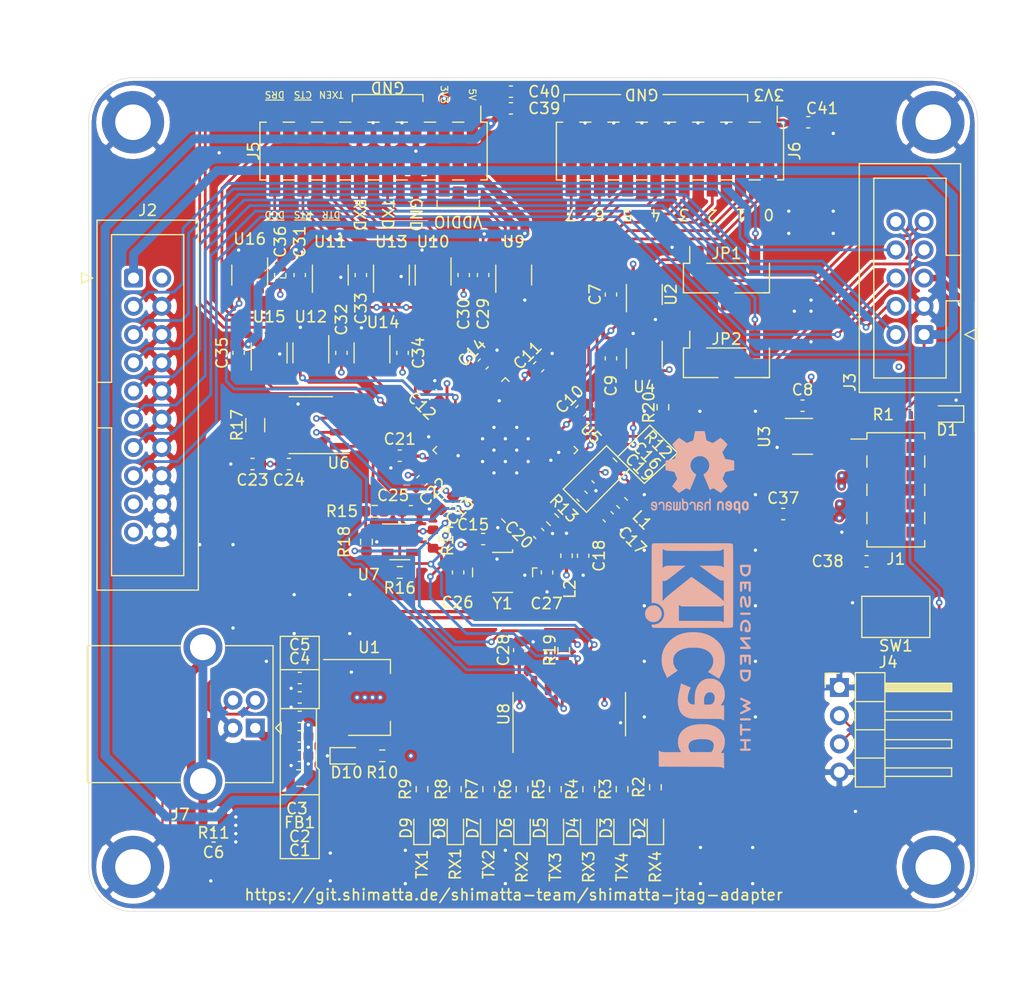
<source format=kicad_pcb>
(kicad_pcb (version 20171130) (host pcbnew 5.1.10)

  (general
    (thickness 1.6)
    (drawings 98)
    (tracks 1385)
    (zones 0)
    (modules 108)
    (nets 85)
  )

  (page A4)
  (title_block
    (title "Shimatta Jtag Adapter")
    (date 2021-05-14)
    (rev v1.0)
    (company Shimatta)
  )

  (layers
    (0 F.Cu signal)
    (1 In1.Cu power)
    (2 In2.Cu power)
    (31 B.Cu signal)
    (32 B.Adhes user)
    (33 F.Adhes user)
    (34 B.Paste user)
    (35 F.Paste user)
    (36 B.SilkS user)
    (37 F.SilkS user)
    (38 B.Mask user)
    (39 F.Mask user)
    (40 Dwgs.User user)
    (41 Cmts.User user)
    (42 Eco1.User user)
    (43 Eco2.User user)
    (44 Edge.Cuts user)
    (45 Margin user)
    (46 B.CrtYd user)
    (47 F.CrtYd user)
    (48 B.Fab user hide)
    (49 F.Fab user hide)
  )

  (setup
    (last_trace_width 0.25)
    (user_trace_width 0.3)
    (user_trace_width 0.6)
    (user_trace_width 0.8)
    (trace_clearance 0.2)
    (zone_clearance 0.254)
    (zone_45_only no)
    (trace_min 0.2)
    (via_size 0.6)
    (via_drill 0.3)
    (via_min_size 0.4)
    (via_min_drill 0.3)
    (user_via 0.9 0.5)
    (uvia_size 0.3)
    (uvia_drill 0.1)
    (uvias_allowed no)
    (uvia_min_size 0.2)
    (uvia_min_drill 0.1)
    (edge_width 0.05)
    (segment_width 0.2)
    (pcb_text_width 0.3)
    (pcb_text_size 1.5 1.5)
    (mod_edge_width 0.12)
    (mod_text_size 1 1)
    (mod_text_width 0.15)
    (pad_size 4.35 4.35)
    (pad_drill 0)
    (pad_to_mask_clearance 0)
    (aux_axis_origin 25 25)
    (grid_origin 25 25)
    (visible_elements FFFFFF7F)
    (pcbplotparams
      (layerselection 0x010fc_ffffffff)
      (usegerberextensions false)
      (usegerberattributes true)
      (usegerberadvancedattributes true)
      (creategerberjobfile true)
      (excludeedgelayer true)
      (linewidth 0.100000)
      (plotframeref false)
      (viasonmask false)
      (mode 1)
      (useauxorigin false)
      (hpglpennumber 1)
      (hpglpenspeed 20)
      (hpglpendiameter 15.000000)
      (psnegative false)
      (psa4output false)
      (plotreference true)
      (plotvalue true)
      (plotinvisibletext false)
      (padsonsilk false)
      (subtractmaskfromsilk false)
      (outputformat 1)
      (mirror false)
      (drillshape 1)
      (scaleselection 1)
      (outputdirectory ""))
  )

  (net 0 "")
  (net 1 GND)
  (net 2 +5V)
  (net 3 +3V3)
  (net 4 "Net-(C6-Pad2)")
  (net 5 /TARGET_VDDIO)
  (net 6 /FT4232H/VCORE)
  (net 7 "Net-(C17-Pad1)")
  (net 8 "Net-(C18-Pad1)")
  (net 9 "Net-(C26-Pad1)")
  (net 10 "Net-(C27-Pad1)")
  (net 11 /UART3_VDDIO)
  (net 12 "Net-(D1-Pad2)")
  (net 13 "Net-(D2-Pad2)")
  (net 14 "Net-(D3-Pad2)")
  (net 15 "Net-(D4-Pad2)")
  (net 16 "Net-(D5-Pad2)")
  (net 17 "Net-(D6-Pad2)")
  (net 18 "Net-(D7-Pad2)")
  (net 19 "Net-(D8-Pad2)")
  (net 20 "Net-(D9-Pad2)")
  (net 21 "Net-(D10-Pad2)")
  (net 22 "Net-(FB1-Pad2)")
  (net 23 /TEST_VCC_GND)
  (net 24 /~RTS~_VDDIO)
  (net 25 /~TARGET_RESET)
  (net 26 /TDO_SWO)
  (net 27 /RTCLK)
  (net 28 /TCK_SWCLK)
  (net 29 /TMS_SWDIO)
  (net 30 /TDI)
  (net 31 /~TRST)
  (net 32 "Net-(J3-Pad9)")
  (net 33 "Net-(J3-Pad7)")
  (net 34 /RS485-)
  (net 35 /RS485+)
  (net 36 "/UART3 Level Translation/~DCD3~_VDDIO")
  (net 37 "/UART3 Level Translation/~DSR3~_VDDIO")
  (net 38 "/UART3 Level Translation/~RTS3~_VDDIO")
  (net 39 "/UART3 Level Translation/~DTR3~_VDDIO")
  (net 40 "/UART3 Level Translation/TXDEN3_VDDIO")
  (net 41 "/UART3 Level Translation/RXD3_VDDIO")
  (net 42 "/UART3 Level Translation/TXD3_VDDIO")
  (net 43 /FT4232H/MPSSE2_7)
  (net 44 /FT4232H/MPSSE2_6)
  (net 45 /FT4232H/MPSSE2_5)
  (net 46 /FT4232H/MPSSE2_4)
  (net 47 /FT4232H/MPSSE2_3)
  (net 48 /FT4232H/MPSSE2_2)
  (net 49 /FT4232H/MPSSE2_1)
  (net 50 /FT4232H/MPSSE2_0)
  (net 51 /D+)
  (net 52 /D-)
  (net 53 "/Level trans Programming Connector/OUT_VDDIO")
  (net 54 "/Level trans Programming Connector/IN_VDDIO")
  (net 55 /FT4232H/D_RX_ACT)
  (net 56 /FT4232H/D_TX_ACT)
  (net 57 /FT4232H/C_RX_ACT)
  (net 58 /FT4232H/C_TX_ACT)
  (net 59 /FT4232H/B_RX_ACT)
  (net 60 /FT4232H/B_TX_ACT)
  (net 61 /FT4232H/A_RX_ACT)
  (net 62 /FT4232H/A_TX_ACT)
  (net 63 "Net-(R12-Pad1)")
  (net 64 "Net-(R13-Pad1)")
  (net 65 /FT4232H/EECS)
  (net 66 "Net-(R15-Pad2)")
  (net 67 /FT4232H/EECLK)
  (net 68 /FT4232H/EEDATA)
  (net 69 /FT4232H/~PWREN)
  (net 70 "/Level trans Programming Connector/IN_3V3")
  (net 71 "/Level trans Programming Connector/RTS_3V3")
  (net 72 "/Level trans Programming Connector/OUT_3V3")
  (net 73 /FT4232H/TXEN4)
  (net 74 /FT4232H/RXD4)
  (net 75 /FT4232H/TXD4)
  (net 76 /FT4232H/TXDEN3)
  (net 77 /FT4232H/~DCD3)
  (net 78 /FT4232H/~DSR3)
  (net 79 /FT4232H/~DTR3)
  (net 80 /FT4232H/~RTS3)
  (net 81 /FT4232H/RXD3)
  (net 82 /FT4232H/TXD3)
  (net 83 "/UART3 Level Translation/~CTS3~_VDDIO")
  (net 84 /FT4232H/~CTS3)

  (net_class Default "This is the default net class."
    (clearance 0.2)
    (trace_width 0.25)
    (via_dia 0.6)
    (via_drill 0.3)
    (uvia_dia 0.3)
    (uvia_drill 0.1)
    (diff_pair_width 0.25)
    (diff_pair_gap 0.25)
    (add_net +3V3)
    (add_net +5V)
    (add_net /FT4232H/A_RX_ACT)
    (add_net /FT4232H/A_TX_ACT)
    (add_net /FT4232H/B_RX_ACT)
    (add_net /FT4232H/B_TX_ACT)
    (add_net /FT4232H/C_RX_ACT)
    (add_net /FT4232H/C_TX_ACT)
    (add_net /FT4232H/D_RX_ACT)
    (add_net /FT4232H/D_TX_ACT)
    (add_net /FT4232H/EECLK)
    (add_net /FT4232H/EECS)
    (add_net /FT4232H/EEDATA)
    (add_net /FT4232H/MPSSE2_0)
    (add_net /FT4232H/MPSSE2_1)
    (add_net /FT4232H/MPSSE2_2)
    (add_net /FT4232H/MPSSE2_3)
    (add_net /FT4232H/MPSSE2_4)
    (add_net /FT4232H/MPSSE2_5)
    (add_net /FT4232H/MPSSE2_6)
    (add_net /FT4232H/MPSSE2_7)
    (add_net /FT4232H/RXD3)
    (add_net /FT4232H/RXD4)
    (add_net /FT4232H/TXD3)
    (add_net /FT4232H/TXD4)
    (add_net /FT4232H/TXDEN3)
    (add_net /FT4232H/TXEN4)
    (add_net /FT4232H/VCORE)
    (add_net /FT4232H/~CTS3)
    (add_net /FT4232H/~DCD3)
    (add_net /FT4232H/~DSR3)
    (add_net /FT4232H/~DTR3)
    (add_net /FT4232H/~PWREN)
    (add_net /FT4232H/~RTS3)
    (add_net "/Level trans Programming Connector/IN_3V3")
    (add_net "/Level trans Programming Connector/IN_VDDIO")
    (add_net "/Level trans Programming Connector/OUT_3V3")
    (add_net "/Level trans Programming Connector/OUT_VDDIO")
    (add_net "/Level trans Programming Connector/RTS_3V3")
    (add_net /RTCLK)
    (add_net /TARGET_VDDIO)
    (add_net /TCK_SWCLK)
    (add_net /TDI)
    (add_net /TDO_SWO)
    (add_net /TEST_VCC_GND)
    (add_net /TMS_SWDIO)
    (add_net "/UART3 Level Translation/RXD3_VDDIO")
    (add_net "/UART3 Level Translation/TXD3_VDDIO")
    (add_net "/UART3 Level Translation/TXDEN3_VDDIO")
    (add_net "/UART3 Level Translation/~CTS3~_VDDIO")
    (add_net "/UART3 Level Translation/~DCD3~_VDDIO")
    (add_net "/UART3 Level Translation/~DSR3~_VDDIO")
    (add_net "/UART3 Level Translation/~DTR3~_VDDIO")
    (add_net "/UART3 Level Translation/~RTS3~_VDDIO")
    (add_net /UART3_VDDIO)
    (add_net /~RTS~_VDDIO)
    (add_net /~TARGET_RESET)
    (add_net /~TRST)
    (add_net GND)
    (add_net "Net-(C17-Pad1)")
    (add_net "Net-(C18-Pad1)")
    (add_net "Net-(C26-Pad1)")
    (add_net "Net-(C27-Pad1)")
    (add_net "Net-(C6-Pad2)")
    (add_net "Net-(D1-Pad2)")
    (add_net "Net-(D10-Pad2)")
    (add_net "Net-(D2-Pad2)")
    (add_net "Net-(D3-Pad2)")
    (add_net "Net-(D4-Pad2)")
    (add_net "Net-(D5-Pad2)")
    (add_net "Net-(D6-Pad2)")
    (add_net "Net-(D7-Pad2)")
    (add_net "Net-(D8-Pad2)")
    (add_net "Net-(D9-Pad2)")
    (add_net "Net-(FB1-Pad2)")
    (add_net "Net-(J3-Pad7)")
    (add_net "Net-(J3-Pad9)")
    (add_net "Net-(R12-Pad1)")
    (add_net "Net-(R13-Pad1)")
    (add_net "Net-(R15-Pad2)")
  )

  (net_class RS485 ""
    (clearance 0.5)
    (trace_width 0.2)
    (via_dia 0.6)
    (via_drill 0.3)
    (uvia_dia 0.3)
    (uvia_drill 0.1)
    (diff_pair_width 0.2)
    (diff_pair_gap 0.5)
    (add_net /RS485+)
    (add_net /RS485-)
  )

  (net_class USB ""
    (clearance 0.2)
    (trace_width 0.25)
    (via_dia 0.6)
    (via_drill 0.3)
    (uvia_dia 0.3)
    (uvia_drill 0.1)
    (diff_pair_width 0.3)
    (diff_pair_gap 0.25)
    (add_net /D+)
    (add_net /D-)
  )

  (module Symbol:KiCad-Logo2_8mm_SilkScreen (layer B.Cu) (tedit 0) (tstamp 60A1DDF5)
    (at 79 77 270)
    (descr "KiCad Logo")
    (tags "Logo KiCad")
    (attr virtual)
    (fp_text reference REF** (at 0 6.35 270) (layer B.SilkS) hide
      (effects (font (size 1 1) (thickness 0.15)) (justify mirror))
    )
    (fp_text value KiCad-Logo2_8mm_SilkScreen (at 0 -7.62 270) (layer B.Fab) hide
      (effects (font (size 1 1) (thickness 0.15)) (justify mirror))
    )
    (fp_poly (pts (xy -7.870089 3.33834) (xy -7.52054 3.338293) (xy -7.35783 3.338286) (xy -4.753429 3.338285)
      (xy -4.753429 3.184762) (xy -4.737043 2.997937) (xy -4.687588 2.825633) (xy -4.60462 2.666825)
      (xy -4.487695 2.52049) (xy -4.448136 2.480968) (xy -4.30583 2.368862) (xy -4.148922 2.287101)
      (xy -3.982072 2.235647) (xy -3.809939 2.214463) (xy -3.637185 2.223513) (xy -3.46847 2.262758)
      (xy -3.308454 2.332162) (xy -3.161798 2.431689) (xy -3.095932 2.491735) (xy -2.973192 2.638957)
      (xy -2.883188 2.800853) (xy -2.826706 2.975573) (xy -2.804529 3.161265) (xy -2.804234 3.179533)
      (xy -2.803072 3.33828) (xy -2.7333 3.338283) (xy -2.671405 3.329882) (xy -2.614865 3.309444)
      (xy -2.611128 3.307333) (xy -2.598358 3.300707) (xy -2.586632 3.295546) (xy -2.575906 3.290349)
      (xy -2.566139 3.28361) (xy -2.557288 3.273829) (xy -2.549311 3.2595) (xy -2.542165 3.239122)
      (xy -2.535808 3.211192) (xy -2.530198 3.174205) (xy -2.525293 3.12666) (xy -2.521049 3.067053)
      (xy -2.517424 2.993881) (xy -2.514377 2.905641) (xy -2.511864 2.80083) (xy -2.509844 2.677945)
      (xy -2.508274 2.535483) (xy -2.507112 2.37194) (xy -2.506314 2.185814) (xy -2.50584 1.975602)
      (xy -2.505646 1.7398) (xy -2.50569 1.476906) (xy -2.50593 1.185416) (xy -2.506323 0.863828)
      (xy -2.506827 0.510638) (xy -2.5074 0.124343) (xy -2.507999 -0.29656) (xy -2.508068 -0.34784)
      (xy -2.508605 -0.771426) (xy -2.509061 -1.16023) (xy -2.509484 -1.515753) (xy -2.509921 -1.839498)
      (xy -2.510422 -2.132966) (xy -2.511035 -2.397661) (xy -2.511808 -2.635085) (xy -2.512789 -2.84674)
      (xy -2.514026 -3.034129) (xy -2.515568 -3.198754) (xy -2.517463 -3.342117) (xy -2.519759 -3.46572)
      (xy -2.522504 -3.571067) (xy -2.525747 -3.659659) (xy -2.529536 -3.733) (xy -2.533919 -3.79259)
      (xy -2.538945 -3.839933) (xy -2.544661 -3.876531) (xy -2.551116 -3.903886) (xy -2.558359 -3.923502)
      (xy -2.566437 -3.936879) (xy -2.575398 -3.945521) (xy -2.585292 -3.95093) (xy -2.596165 -3.954608)
      (xy -2.608067 -3.958058) (xy -2.621046 -3.962782) (xy -2.624217 -3.96422) (xy -2.634181 -3.967451)
      (xy -2.650859 -3.97042) (xy -2.675707 -3.973137) (xy -2.71018 -3.975613) (xy -2.755736 -3.977858)
      (xy -2.81383 -3.979883) (xy -2.885919 -3.981698) (xy -2.973458 -3.983315) (xy -3.077905 -3.984743)
      (xy -3.200715 -3.985993) (xy -3.343345 -3.987076) (xy -3.507251 -3.988002) (xy -3.69389 -3.988782)
      (xy -3.904716 -3.989426) (xy -4.141188 -3.989946) (xy -4.404761 -3.990351) (xy -4.69689 -3.990652)
      (xy -5.019034 -3.99086) (xy -5.372647 -3.990985) (xy -5.759186 -3.991038) (xy -6.180108 -3.991029)
      (xy -6.316456 -3.991016) (xy -6.746716 -3.990947) (xy -7.142164 -3.990834) (xy -7.504273 -3.990665)
      (xy -7.834517 -3.99043) (xy -8.134371 -3.990116) (xy -8.405308 -3.989713) (xy -8.6488 -3.989207)
      (xy -8.866323 -3.988589) (xy -9.05935 -3.987846) (xy -9.229354 -3.986968) (xy -9.37781 -3.985941)
      (xy -9.50619 -3.984756) (xy -9.615969 -3.9834) (xy -9.70862 -3.981862) (xy -9.785617 -3.98013)
      (xy -9.848434 -3.978194) (xy -9.898544 -3.97604) (xy -9.937421 -3.973659) (xy -9.966538 -3.971037)
      (xy -9.987371 -3.968165) (xy -10.001391 -3.96503) (xy -10.009034 -3.962159) (xy -10.022618 -3.95643)
      (xy -10.03509 -3.952206) (xy -10.046498 -3.947985) (xy -10.056889 -3.942268) (xy -10.066309 -3.933555)
      (xy -10.074808 -3.920345) (xy -10.08243 -3.901137) (xy -10.089225 -3.874433) (xy -10.095238 -3.83873)
      (xy -10.100517 -3.79253) (xy -10.10511 -3.734332) (xy -10.109064 -3.662635) (xy -10.112425 -3.57594)
      (xy -10.115241 -3.472746) (xy -10.11756 -3.351553) (xy -10.119428 -3.21086) (xy -10.119916 -3.156857)
      (xy -9.635704 -3.156857) (xy -7.924256 -3.156857) (xy -7.957187 -3.106964) (xy -7.989947 -3.055693)
      (xy -8.017689 -3.006869) (xy -8.040807 -2.957076) (xy -8.059697 -2.902898) (xy -8.074751 -2.840916)
      (xy -8.086367 -2.767715) (xy -8.094936 -2.679878) (xy -8.100856 -2.573988) (xy -8.104519 -2.446628)
      (xy -8.106321 -2.294381) (xy -8.106656 -2.113832) (xy -8.105919 -1.901562) (xy -8.105501 -1.822755)
      (xy -8.100786 -0.977911) (xy -7.565572 -1.706557) (xy -7.413946 -1.913265) (xy -7.282581 -2.09326)
      (xy -7.170057 -2.248925) (xy -7.074957 -2.382647) (xy -6.995862 -2.496809) (xy -6.931353 -2.593797)
      (xy -6.880012 -2.675994) (xy -6.84042 -2.745786) (xy -6.81116 -2.805558) (xy -6.790812 -2.857693)
      (xy -6.777958 -2.904576) (xy -6.771181 -2.948593) (xy -6.76906 -2.992127) (xy -6.770179 -3.037564)
      (xy -6.770464 -3.043275) (xy -6.776357 -3.156933) (xy -4.900771 -3.156857) (xy -5.040278 -3.016189)
      (xy -5.078135 -2.977715) (xy -5.114047 -2.940279) (xy -5.149593 -2.901814) (xy -5.186347 -2.860258)
      (xy -5.225886 -2.813545) (xy -5.269786 -2.75961) (xy -5.319623 -2.69639) (xy -5.376972 -2.621818)
      (xy -5.443411 -2.533832) (xy -5.520515 -2.430365) (xy -5.609861 -2.309354) (xy -5.713024 -2.168734)
      (xy -5.83158 -2.00644) (xy -5.967105 -1.820407) (xy -6.121177 -1.608571) (xy -6.247462 -1.434804)
      (xy -6.405954 -1.216501) (xy -6.544216 -1.025629) (xy -6.663499 -0.860374) (xy -6.765057 -0.718926)
      (xy -6.850141 -0.599471) (xy -6.920005 -0.500198) (xy -6.9759 -0.419295) (xy -7.01908 -0.354949)
      (xy -7.050797 -0.305347) (xy -7.072302 -0.268679) (xy -7.08485 -0.243132) (xy -7.089692 -0.226893)
      (xy -7.088237 -0.218355) (xy -7.070599 -0.195635) (xy -7.032466 -0.147543) (xy -6.976138 -0.076938)
      (xy -6.903916 0.013322) (xy -6.818101 0.120379) (xy -6.720994 0.241373) (xy -6.614896 0.373446)
      (xy -6.502109 0.51374) (xy -6.384932 0.659397) (xy -6.265667 0.807556) (xy -6.200067 0.889)
      (xy -4.571314 0.889) (xy -4.503621 0.766535) (xy -4.435929 0.644071) (xy -4.435929 -2.911929)
      (xy -4.503621 -3.034393) (xy -4.571314 -3.156857) (xy -3.770559 -3.156857) (xy -3.579398 -3.156802)
      (xy -3.421501 -3.156551) (xy -3.293848 -3.155979) (xy -3.193419 -3.154959) (xy -3.117193 -3.153365)
      (xy -3.062148 -3.15107) (xy -3.025264 -3.14795) (xy -3.003521 -3.143877) (xy -2.993898 -3.138725)
      (xy -2.993373 -3.132367) (xy -2.998926 -3.124679) (xy -2.998984 -3.124615) (xy -3.02186 -3.091524)
      (xy -3.052151 -3.037719) (xy -3.078903 -2.984008) (xy -3.129643 -2.875643) (xy -3.134818 -0.993322)
      (xy -3.139993 0.889) (xy -4.571314 0.889) (xy -6.200067 0.889) (xy -6.146615 0.955361)
      (xy -6.030077 1.099953) (xy -5.918354 1.238472) (xy -5.813746 1.368061) (xy -5.718556 1.48586)
      (xy -5.635083 1.589012) (xy -5.565629 1.674657) (xy -5.512494 1.739938) (xy -5.481285 1.778)
      (xy -5.360097 1.92033) (xy -5.243507 2.04877) (xy -5.135603 2.159114) (xy -5.04047 2.247159)
      (xy -4.972957 2.301138) (xy -4.893127 2.358571) (xy -6.729108 2.358571) (xy -6.728592 2.250835)
      (xy -6.733724 2.171628) (xy -6.753015 2.098195) (xy -6.782877 2.028585) (xy -6.802288 1.989259)
      (xy -6.823159 1.950293) (xy -6.847396 1.909099) (xy -6.876906 1.863092) (xy -6.913594 1.809683)
      (xy -6.959368 1.746286) (xy -7.016135 1.670315) (xy -7.0858 1.579183) (xy -7.17027 1.470302)
      (xy -7.271453 1.341086) (xy -7.391253 1.188948) (xy -7.531579 1.011302) (xy -7.547429 0.991258)
      (xy -8.100786 0.291492) (xy -8.106143 1.066496) (xy -8.107221 1.298632) (xy -8.106992 1.495154)
      (xy -8.105443 1.656708) (xy -8.102563 1.783944) (xy -8.098341 1.877508) (xy -8.092766 1.938048)
      (xy -8.090893 1.949532) (xy -8.061495 2.070501) (xy -8.022978 2.179554) (xy -7.979026 2.267237)
      (xy -7.952621 2.304426) (xy -7.90706 2.358571) (xy -8.77153 2.358571) (xy -8.977745 2.358395)
      (xy -9.150188 2.357821) (xy -9.291373 2.356783) (xy -9.403812 2.355213) (xy -9.490017 2.353046)
      (xy -9.552502 2.350212) (xy -9.593779 2.346647) (xy -9.61636 2.342282) (xy -9.622759 2.337051)
      (xy -9.622317 2.335893) (xy -9.603991 2.308231) (xy -9.573396 2.264385) (xy -9.557567 2.242209)
      (xy -9.541202 2.22008) (xy -9.526492 2.200291) (xy -9.513344 2.180894) (xy -9.501667 2.159942)
      (xy -9.491368 2.135488) (xy -9.482354 2.105584) (xy -9.474532 2.068283) (xy -9.467809 2.021637)
      (xy -9.462094 1.963699) (xy -9.457293 1.892521) (xy -9.453315 1.806156) (xy -9.450065 1.702656)
      (xy -9.447452 1.580075) (xy -9.445383 1.436463) (xy -9.443766 1.269875) (xy -9.442507 1.078363)
      (xy -9.441515 0.859978) (xy -9.440696 0.612774) (xy -9.439958 0.334804) (xy -9.439209 0.024119)
      (xy -9.438508 -0.2613) (xy -9.437847 -0.579492) (xy -9.437503 -0.883077) (xy -9.437468 -1.170115)
      (xy -9.437732 -1.438669) (xy -9.438285 -1.686798) (xy -9.43912 -1.912563) (xy -9.440227 -2.114026)
      (xy -9.441596 -2.289246) (xy -9.443219 -2.436286) (xy -9.445087 -2.553206) (xy -9.447189 -2.638067)
      (xy -9.449518 -2.688929) (xy -9.449959 -2.694304) (xy -9.466008 -2.817613) (xy -9.491064 -2.916644)
      (xy -9.529221 -3.00307) (xy -9.584572 -3.088565) (xy -9.591496 -3.097893) (xy -9.635704 -3.156857)
      (xy -10.119916 -3.156857) (xy -10.120892 -3.049168) (xy -10.122001 -2.864976) (xy -10.122801 -2.656784)
      (xy -10.123339 -2.423091) (xy -10.123662 -2.162398) (xy -10.123817 -1.873204) (xy -10.123854 -1.554009)
      (xy -10.123817 -1.203313) (xy -10.123755 -0.819614) (xy -10.123715 -0.401414) (xy -10.123714 -0.318393)
      (xy -10.123691 0.104211) (xy -10.123612 0.492019) (xy -10.123467 0.84652) (xy -10.123244 1.169203)
      (xy -10.122931 1.461558) (xy -10.122517 1.725073) (xy -10.121991 1.961238) (xy -10.12134 2.171542)
      (xy -10.120553 2.357474) (xy -10.119619 2.520525) (xy -10.118526 2.662182) (xy -10.117263 2.783936)
      (xy -10.115817 2.887275) (xy -10.114179 2.973689) (xy -10.112334 3.044667) (xy -10.110274 3.101699)
      (xy -10.107985 3.146273) (xy -10.105456 3.179879) (xy -10.102676 3.204007) (xy -10.099633 3.220144)
      (xy -10.096316 3.229782) (xy -10.096193 3.230022) (xy -10.08936 3.244745) (xy -10.08367 3.258074)
      (xy -10.077374 3.270078) (xy -10.068728 3.280827) (xy -10.055986 3.290389) (xy -10.0374 3.298833)
      (xy -10.011226 3.306229) (xy -9.975716 3.312646) (xy -9.929125 3.318152) (xy -9.869707 3.322817)
      (xy -9.795715 3.326709) (xy -9.705403 3.329898) (xy -9.597025 3.332453) (xy -9.468835 3.334442)
      (xy -9.319087 3.335935) (xy -9.146034 3.337002) (xy -8.947931 3.337709) (xy -8.723031 3.338128)
      (xy -8.469588 3.338327) (xy -8.185856 3.338374) (xy -7.870089 3.33834)) (layer B.SilkS) (width 0.01))
    (fp_poly (pts (xy 0.581378 2.430769) (xy 0.777019 2.409351) (xy 0.966562 2.371015) (xy 1.157717 2.313762)
      (xy 1.358196 2.235591) (xy 1.575708 2.134504) (xy 1.61488 2.114924) (xy 1.704772 2.070638)
      (xy 1.789553 2.030761) (xy 1.860855 1.999102) (xy 1.91031 1.979468) (xy 1.917908 1.976996)
      (xy 1.990714 1.955183) (xy 1.664803 1.481056) (xy 1.585123 1.365177) (xy 1.512272 1.259306)
      (xy 1.44873 1.167038) (xy 1.396972 1.091967) (xy 1.359477 1.037687) (xy 1.338723 1.007793)
      (xy 1.335351 1.003059) (xy 1.321655 1.012958) (xy 1.287943 1.042715) (xy 1.240244 1.086927)
      (xy 1.21392 1.111916) (xy 1.064772 1.230544) (xy 0.897268 1.320687) (xy 0.752928 1.370064)
      (xy 0.666283 1.385571) (xy 0.557796 1.395021) (xy 0.440227 1.398239) (xy 0.326334 1.395049)
      (xy 0.228879 1.385276) (xy 0.18999 1.377791) (xy 0.014712 1.317488) (xy -0.143235 1.22541)
      (xy -0.283732 1.101727) (xy -0.406665 0.946607) (xy -0.511915 0.760219) (xy -0.599365 0.54273)
      (xy -0.6689 0.294308) (xy -0.710225 0.081643) (xy -0.721006 -0.012241) (xy -0.728352 -0.133524)
      (xy -0.732333 -0.273493) (xy -0.733021 -0.423431) (xy -0.730486 -0.574622) (xy -0.7248 -0.718351)
      (xy -0.716033 -0.845903) (xy -0.704256 -0.948562) (xy -0.701707 -0.964401) (xy -0.645519 -1.219536)
      (xy -0.568964 -1.445342) (xy -0.471574 -1.642831) (xy -0.352886 -1.813014) (xy -0.268637 -1.905022)
      (xy -0.11723 -2.029943) (xy 0.048817 -2.12254) (xy 0.226701 -2.182309) (xy 0.413622 -2.208746)
      (xy 0.606778 -2.201348) (xy 0.803369 -2.159611) (xy 0.919597 -2.118771) (xy 1.080438 -2.03699)
      (xy 1.246213 -1.919678) (xy 1.339073 -1.840345) (xy 1.391214 -1.794429) (xy 1.43218 -1.760742)
      (xy 1.455498 -1.74451) (xy 1.458393 -1.744015) (xy 1.4688 -1.760601) (xy 1.495767 -1.804432)
      (xy 1.536996 -1.871748) (xy 1.590189 -1.958794) (xy 1.65305 -2.06181) (xy 1.723281 -2.177041)
      (xy 1.762372 -2.241231) (xy 2.060964 -2.731677) (xy 1.688161 -2.915915) (xy 1.553369 -2.982093)
      (xy 1.444175 -3.034278) (xy 1.353907 -3.07506) (xy 1.275888 -3.107033) (xy 1.203444 -3.132787)
      (xy 1.129901 -3.154914) (xy 1.048584 -3.176007) (xy 0.970643 -3.19453) (xy 0.901366 -3.208863)
      (xy 0.828917 -3.219694) (xy 0.746042 -3.227626) (xy 0.645488 -3.233258) (xy 0.520003 -3.237192)
      (xy 0.435428 -3.238891) (xy 0.314754 -3.24005) (xy 0.199042 -3.239465) (xy 0.095951 -3.237304)
      (xy 0.013138 -3.233732) (xy -0.04174 -3.228917) (xy -0.044992 -3.228437) (xy -0.329957 -3.166786)
      (xy -0.597558 -3.073285) (xy -0.847703 -2.947993) (xy -1.080296 -2.790974) (xy -1.295243 -2.602289)
      (xy -1.49245 -2.382) (xy -1.635273 -2.186214) (xy -1.78732 -1.929949) (xy -1.910227 -1.659317)
      (xy -2.00459 -1.372149) (xy -2.071001 -1.066276) (xy -2.110056 -0.739528) (xy -2.12236 -0.407739)
      (xy -2.112241 -0.086779) (xy -2.080439 0.209354) (xy -2.025946 0.485655) (xy -1.94775 0.747119)
      (xy -1.844841 0.998742) (xy -1.832553 1.02481) (xy -1.69718 1.268493) (xy -1.530911 1.500382)
      (xy -1.338459 1.715677) (xy -1.124534 1.909578) (xy -0.893845 2.077285) (xy -0.678891 2.200304)
      (xy -0.461742 2.296655) (xy -0.244132 2.366449) (xy -0.017638 2.411587) (xy 0.226166 2.433969)
      (xy 0.371928 2.437269) (xy 0.581378 2.430769)) (layer B.SilkS) (width 0.01))
    (fp_poly (pts (xy 4.185632 0.97227) (xy 4.275523 0.965465) (xy 4.532715 0.931247) (xy 4.760485 0.876669)
      (xy 4.959943 0.80098) (xy 5.132197 0.70343) (xy 5.278359 0.583268) (xy 5.399536 0.439742)
      (xy 5.496839 0.272102) (xy 5.567891 0.090714) (xy 5.585927 0.032854) (xy 5.601632 -0.021329)
      (xy 5.615192 -0.074752) (xy 5.626792 -0.130333) (xy 5.636617 -0.190988) (xy 5.644853 -0.259635)
      (xy 5.651684 -0.33919) (xy 5.657295 -0.432572) (xy 5.661872 -0.542696) (xy 5.6656 -0.672481)
      (xy 5.668665 -0.824842) (xy 5.67125 -1.002698) (xy 5.673542 -1.208965) (xy 5.675725 -1.446561)
      (xy 5.677286 -1.632857) (xy 5.687785 -2.911929) (xy 5.755821 -3.035018) (xy 5.788038 -3.094317)
      (xy 5.812012 -3.140377) (xy 5.82345 -3.164893) (xy 5.823857 -3.166553) (xy 5.806375 -3.168454)
      (xy 5.756574 -3.170205) (xy 5.678421 -3.171758) (xy 5.575882 -3.173062) (xy 5.452922 -3.17407)
      (xy 5.31351 -3.174731) (xy 5.161611 -3.174997) (xy 5.1435 -3.175) (xy 4.463143 -3.175)
      (xy 4.463143 -3.020786) (xy 4.461982 -2.951094) (xy 4.458887 -2.897794) (xy 4.454432 -2.869217)
      (xy 4.452463 -2.866572) (xy 4.434455 -2.877653) (xy 4.397393 -2.906736) (xy 4.349222 -2.947579)
      (xy 4.348141 -2.948524) (xy 4.260235 -3.013971) (xy 4.149217 -3.079688) (xy 4.027631 -3.139219)
      (xy 3.908021 -3.186109) (xy 3.855357 -3.202133) (xy 3.750551 -3.222485) (xy 3.62195 -3.235472)
      (xy 3.481325 -3.240909) (xy 3.340448 -3.238611) (xy 3.211093 -3.228392) (xy 3.120571 -3.213689)
      (xy 2.89858 -3.148499) (xy 2.698729 -3.055594) (xy 2.522319 -2.936126) (xy 2.37065 -2.791247)
      (xy 2.245024 -2.62211) (xy 2.146741 -2.429867) (xy 2.104341 -2.313214) (xy 2.077768 -2.199833)
      (xy 2.060158 -2.063722) (xy 2.05201 -1.917437) (xy 2.052278 -1.896151) (xy 3.279321 -1.896151)
      (xy 3.289496 -2.00485) (xy 3.323378 -2.095185) (xy 3.386 -2.178995) (xy 3.410052 -2.203571)
      (xy 3.495551 -2.270011) (xy 3.594373 -2.312574) (xy 3.712768 -2.333177) (xy 3.837445 -2.334694)
      (xy 3.955698 -2.324677) (xy 4.046239 -2.305085) (xy 4.08556 -2.29037) (xy 4.156432 -2.250265)
      (xy 4.231525 -2.193863) (xy 4.300038 -2.130561) (xy 4.351172 -2.069755) (xy 4.36475 -2.047449)
      (xy 4.375305 -2.016212) (xy 4.38281 -1.966507) (xy 4.387613 -1.893587) (xy 4.390065 -1.792703)
      (xy 4.390571 -1.696689) (xy 4.390228 -1.58475) (xy 4.388843 -1.503809) (xy 4.385881 -1.448585)
      (xy 4.380808 -1.413794) (xy 4.37309 -1.394154) (xy 4.362192 -1.38438) (xy 4.358821 -1.382824)
      (xy 4.329529 -1.378029) (xy 4.271756 -1.374108) (xy 4.193304 -1.371414) (xy 4.101974 -1.370299)
      (xy 4.082143 -1.370298) (xy 3.960063 -1.372246) (xy 3.865749 -1.378041) (xy 3.790807 -1.388475)
      (xy 3.728903 -1.403714) (xy 3.575349 -1.461784) (xy 3.454932 -1.533179) (xy 3.36661 -1.619039)
      (xy 3.309339 -1.720507) (xy 3.282078 -1.838725) (xy 3.279321 -1.896151) (xy 2.052278 -1.896151)
      (xy 2.053823 -1.773533) (xy 2.066096 -1.644565) (xy 2.07567 -1.59246) (xy 2.136801 -1.398997)
      (xy 2.229757 -1.220993) (xy 2.352783 -1.060155) (xy 2.504124 -0.91819) (xy 2.682025 -0.796806)
      (xy 2.884732 -0.697709) (xy 3.057071 -0.637533) (xy 3.172253 -0.605919) (xy 3.282423 -0.581354)
      (xy 3.394719 -0.563039) (xy 3.516275 -0.550178) (xy 3.654229 -0.541972) (xy 3.815715 -0.537624)
      (xy 3.961715 -0.5364) (xy 4.394645 -0.535215) (xy 4.386351 -0.40508) (xy 4.362801 -0.263883)
      (xy 4.312703 -0.142518) (xy 4.238191 -0.044017) (xy 4.141399 0.028591) (xy 4.056171 0.064021)
      (xy 3.934056 0.08635) (xy 3.788683 0.089557) (xy 3.626867 0.074823) (xy 3.455422 0.04333)
      (xy 3.281163 -0.00374) (xy 3.110904 -0.065203) (xy 2.987176 -0.121417) (xy 2.927647 -0.150283)
      (xy 2.882242 -0.170443) (xy 2.85915 -0.17831) (xy 2.857897 -0.178058) (xy 2.849929 -0.160437)
      (xy 2.830031 -0.113733) (xy 2.800077 -0.042418) (xy 2.761939 0.049031) (xy 2.717488 0.156141)
      (xy 2.672305 0.265451) (xy 2.491667 0.70326) (xy 2.620155 0.724364) (xy 2.675846 0.734953)
      (xy 2.759564 0.752737) (xy 2.864139 0.776102) (xy 2.982399 0.803435) (xy 3.107172 0.833119)
      (xy 3.156857 0.845182) (xy 3.371807 0.895038) (xy 3.559995 0.932416) (xy 3.728446 0.958073)
      (xy 3.884186 0.972765) (xy 4.03424 0.977245) (xy 4.185632 0.97227)) (layer B.SilkS) (width 0.01))
    (fp_poly (pts (xy 9.041571 2.699911) (xy 9.195876 2.699277) (xy 9.248321 2.698958) (xy 9.9695 2.694214)
      (xy 9.978571 -0.072572) (xy 9.979769 -0.447756) (xy 9.980832 -0.788417) (xy 9.981827 -1.096318)
      (xy 9.982823 -1.373221) (xy 9.983888 -1.620888) (xy 9.985091 -1.841081) (xy 9.986499 -2.035562)
      (xy 9.988182 -2.206094) (xy 9.990206 -2.35444) (xy 9.992641 -2.482361) (xy 9.995554 -2.59162)
      (xy 9.999015 -2.683979) (xy 10.00309 -2.7612) (xy 10.007849 -2.825046) (xy 10.01336 -2.877278)
      (xy 10.019691 -2.91966) (xy 10.02691 -2.953953) (xy 10.035085 -2.98192) (xy 10.044285 -3.005324)
      (xy 10.054577 -3.025925) (xy 10.066031 -3.045487) (xy 10.078715 -3.065772) (xy 10.092695 -3.088543)
      (xy 10.095561 -3.093393) (xy 10.14364 -3.175433) (xy 8.753928 -3.165929) (xy 8.744857 -3.013295)
      (xy 8.739918 -2.940045) (xy 8.734771 -2.897696) (xy 8.727786 -2.880892) (xy 8.717337 -2.884277)
      (xy 8.708571 -2.89396) (xy 8.670388 -2.929229) (xy 8.608155 -2.974563) (xy 8.530641 -3.024546)
      (xy 8.446613 -3.073761) (xy 8.364839 -3.116791) (xy 8.302052 -3.145101) (xy 8.154954 -3.191624)
      (xy 7.98618 -3.224579) (xy 7.808191 -3.242707) (xy 7.633447 -3.24475) (xy 7.474407 -3.229447)
      (xy 7.471788 -3.229009) (xy 7.254168 -3.174402) (xy 7.050455 -3.087401) (xy 6.862613 -2.969876)
      (xy 6.692607 -2.823697) (xy 6.542402 -2.650734) (xy 6.413964 -2.452857) (xy 6.309257 -2.231936)
      (xy 6.252246 -2.068286) (xy 6.214651 -1.931375) (xy 6.186771 -1.798798) (xy 6.167753 -1.662502)
      (xy 6.156745 -1.514433) (xy 6.152895 -1.346537) (xy 6.1546 -1.20944) (xy 7.493359 -1.20944)
      (xy 7.499694 -1.439329) (xy 7.519679 -1.637111) (xy 7.553927 -1.804539) (xy 7.603055 -1.943369)
      (xy 7.667676 -2.055358) (xy 7.748405 -2.142259) (xy 7.841591 -2.203692) (xy 7.89008 -2.226626)
      (xy 7.932134 -2.240375) (xy 7.97902 -2.246666) (xy 8.042004 -2.247222) (xy 8.109857 -2.244773)
      (xy 8.243295 -2.233004) (xy 8.348832 -2.209955) (xy 8.382 -2.19841) (xy 8.457735 -2.164311)
      (xy 8.537614 -2.121491) (xy 8.5725 -2.100057) (xy 8.663214 -2.040556) (xy 8.663214 -0.154584)
      (xy 8.563428 -0.094771) (xy 8.424267 -0.027185) (xy 8.282087 0.012786) (xy 8.14209 0.025378)
      (xy 8.009474 0.010827) (xy 7.88944 -0.030632) (xy 7.787188 -0.098763) (xy 7.754195 -0.131466)
      (xy 7.674667 -0.238619) (xy 7.610299 -0.368327) (xy 7.560553 -0.522814) (xy 7.524891 -0.704302)
      (xy 7.502775 -0.915015) (xy 7.493667 -1.157175) (xy 7.493359 -1.20944) (xy 6.1546 -1.20944)
      (xy 6.15531 -1.152374) (xy 6.170605 -0.853713) (xy 6.201358 -0.584325) (xy 6.248381 -0.340285)
      (xy 6.312482 -0.11767) (xy 6.394472 0.087444) (xy 6.42373 0.148254) (xy 6.541581 0.34656)
      (xy 6.683996 0.522788) (xy 6.847629 0.674092) (xy 7.029131 0.797629) (xy 7.225153 0.890553)
      (xy 7.342655 0.928885) (xy 7.458054 0.951641) (xy 7.596907 0.96518) (xy 7.747574 0.969508)
      (xy 7.898413 0.964632) (xy 8.037785 0.950556) (xy 8.149691 0.928475) (xy 8.282884 0.885172)
      (xy 8.411979 0.829489) (xy 8.524928 0.767064) (xy 8.585043 0.724697) (xy 8.62651 0.693193)
      (xy 8.655545 0.67401) (xy 8.66215 0.671286) (xy 8.664198 0.688837) (xy 8.666107 0.739125)
      (xy 8.667836 0.8186) (xy 8.669341 0.923714) (xy 8.670581 1.050917) (xy 8.671513 1.196661)
      (xy 8.672095 1.357397) (xy 8.672286 1.521116) (xy 8.672179 1.730812) (xy 8.671658 1.907604)
      (xy 8.670416 2.054874) (xy 8.668148 2.176003) (xy 8.66455 2.274373) (xy 8.659317 2.353366)
      (xy 8.652144 2.416362) (xy 8.642726 2.466745) (xy 8.630758 2.507895) (xy 8.615935 2.543194)
      (xy 8.597952 2.576023) (xy 8.576505 2.609765) (xy 8.573745 2.613943) (xy 8.546083 2.657644)
      (xy 8.529382 2.687695) (xy 8.527143 2.694033) (xy 8.544643 2.696033) (xy 8.594574 2.69766)
      (xy 8.673085 2.698888) (xy 8.776323 2.699689) (xy 8.900436 2.700039) (xy 9.041571 2.699911)) (layer B.SilkS) (width 0.01))
    (fp_poly (pts (xy -3.602318 3.916067) (xy -3.466071 3.868828) (xy -3.339221 3.794473) (xy -3.225933 3.693013)
      (xy -3.130372 3.564457) (xy -3.087446 3.483428) (xy -3.050295 3.370092) (xy -3.032288 3.239249)
      (xy -3.034283 3.104735) (xy -3.056423 2.982842) (xy -3.116936 2.833893) (xy -3.204686 2.704691)
      (xy -3.315212 2.597777) (xy -3.444054 2.515694) (xy -3.586753 2.460984) (xy -3.738849 2.43619)
      (xy -3.895881 2.443853) (xy -3.973286 2.460228) (xy -4.124141 2.518911) (xy -4.258125 2.608457)
      (xy -4.372006 2.726107) (xy -4.462552 2.869098) (xy -4.470212 2.884714) (xy -4.496694 2.943314)
      (xy -4.513322 2.992666) (xy -4.52235 3.04473) (xy -4.526032 3.111461) (xy -4.526643 3.184071)
      (xy -4.525633 3.271309) (xy -4.521072 3.334376) (xy -4.510666 3.385364) (xy -4.492121 3.436367)
      (xy -4.46923 3.486687) (xy -4.383846 3.62953) (xy -4.278699 3.74519) (xy -4.157955 3.833675)
      (xy -4.025779 3.894995) (xy -3.886337 3.929161) (xy -3.743795 3.936182) (xy -3.602318 3.916067)) (layer B.SilkS) (width 0.01))
    (fp_poly (pts (xy 8.467859 -4.613688) (xy 8.509635 -4.643301) (xy 8.546525 -4.680192) (xy 8.546525 -5.092162)
      (xy 8.546429 -5.214486) (xy 8.545972 -5.310398) (xy 8.544903 -5.383544) (xy 8.542971 -5.43757)
      (xy 8.539923 -5.476123) (xy 8.535509 -5.502848) (xy 8.529476 -5.521394) (xy 8.521574 -5.535405)
      (xy 8.515375 -5.543733) (xy 8.474461 -5.576449) (xy 8.427482 -5.58) (xy 8.384544 -5.559937)
      (xy 8.370356 -5.548092) (xy 8.360872 -5.532358) (xy 8.355151 -5.507022) (xy 8.352253 -5.46637)
      (xy 8.351238 -5.404688) (xy 8.351141 -5.357038) (xy 8.351141 -5.177535) (xy 7.689839 -5.177535)
      (xy 7.689839 -5.340833) (xy 7.689155 -5.415505) (xy 7.686419 -5.466824) (xy 7.680604 -5.501477)
      (xy 7.670684 -5.526155) (xy 7.658689 -5.543733) (xy 7.617546 -5.576357) (xy 7.571017 -5.58022)
      (xy 7.526473 -5.557032) (xy 7.514312 -5.544876) (xy 7.505723 -5.528761) (xy 7.500058 -5.50366)
      (xy 7.496669 -5.464544) (xy 7.494908 -5.406386) (xy 7.494128 -5.324158) (xy 7.494036 -5.305286)
      (xy 7.493392 -5.150357) (xy 7.49306 -5.022674) (xy 7.493168 -4.919427) (xy 7.493845 -4.837803)
      (xy 7.495218 -4.774992) (xy 7.497416 -4.728181) (xy 7.500566 -4.694559) (xy 7.504798 -4.671315)
      (xy 7.510238 -4.655636) (xy 7.517015 -4.644711) (xy 7.524514 -4.63647) (xy 7.566933 -4.610107)
      (xy 7.611172 -4.613688) (xy 7.652948 -4.643301) (xy 7.669853 -4.662407) (xy 7.680629 -4.683511)
      (xy 7.686641 -4.713568) (xy 7.689256 -4.759533) (xy 7.689839 -4.82836) (xy 7.689839 -4.98215)
      (xy 8.351141 -4.98215) (xy 8.351141 -4.824339) (xy 8.351816 -4.751636) (xy 8.354526 -4.702545)
      (xy 8.360301 -4.670636) (xy 8.370169 -4.649478) (xy 8.3812 -4.63647) (xy 8.423619 -4.610107)
      (xy 8.467859 -4.613688)) (layer B.SilkS) (width 0.01))
    (fp_poly (pts (xy 6.782677 -4.606539) (xy 6.887465 -4.607043) (xy 6.968799 -4.608096) (xy 7.02998 -4.609876)
      (xy 7.074311 -4.612557) (xy 7.105094 -4.616314) (xy 7.125631 -4.621325) (xy 7.139225 -4.627763)
      (xy 7.145803 -4.632712) (xy 7.179944 -4.676029) (xy 7.184074 -4.721003) (xy 7.162976 -4.76186)
      (xy 7.149179 -4.778186) (xy 7.134332 -4.789318) (xy 7.112815 -4.79625) (xy 7.079008 -4.799977)
      (xy 7.027292 -4.801494) (xy 6.952047 -4.801794) (xy 6.937269 -4.801795) (xy 6.742975 -4.801795)
      (xy 6.742975 -5.162505) (xy 6.742847 -5.276201) (xy 6.742266 -5.363685) (xy 6.740936 -5.428802)
      (xy 6.73856 -5.475398) (xy 6.734844 -5.507319) (xy 6.729492 -5.528412) (xy 6.722207 -5.542523)
      (xy 6.712916 -5.553274) (xy 6.669071 -5.579696) (xy 6.6233 -5.577614) (xy 6.58179 -5.547469)
      (xy 6.578741 -5.543733) (xy 6.568812 -5.52961) (xy 6.561248 -5.513086) (xy 6.555729 -5.490146)
      (xy 6.551933 -5.456773) (xy 6.549542 -5.408955) (xy 6.548234 -5.342674) (xy 6.547691 -5.253918)
      (xy 6.547591 -5.152963) (xy 6.547591 -4.801795) (xy 6.36205 -4.801795) (xy 6.282427 -4.801256)
      (xy 6.227304 -4.799157) (xy 6.191132 -4.794771) (xy 6.168362 -4.787376) (xy 6.153447 -4.776245)
      (xy 6.151636 -4.77431) (xy 6.129858 -4.730057) (xy 6.131784 -4.680029) (xy 6.156821 -4.63647)
      (xy 6.166504 -4.62802) (xy 6.178988 -4.621321) (xy 6.197603 -4.616169) (xy 6.225677 -4.612361)
      (xy 6.266541 -4.609697) (xy 6.323522 -4.607972) (xy 6.399952 -4.606984) (xy 6.499157 -4.606532)
      (xy 6.624469 -4.606412) (xy 6.651133 -4.60641) (xy 6.782677 -4.606539)) (layer B.SilkS) (width 0.01))
    (fp_poly (pts (xy 5.751604 -4.615477) (xy 5.783174 -4.635142) (xy 5.818656 -4.663873) (xy 5.818656 -5.091966)
      (xy 5.818543 -5.21719) (xy 5.818059 -5.315847) (xy 5.816986 -5.39143) (xy 5.815108 -5.447433)
      (xy 5.812206 -5.487347) (xy 5.808063 -5.514666) (xy 5.802462 -5.532881) (xy 5.795185 -5.545486)
      (xy 5.790024 -5.551696) (xy 5.748168 -5.57898) (xy 5.700505 -5.577867) (xy 5.658753 -5.554602)
      (xy 5.623271 -5.525871) (xy 5.623271 -4.663873) (xy 5.658753 -4.635142) (xy 5.692998 -4.614242)
      (xy 5.720963 -4.60641) (xy 5.751604 -4.615477)) (layer B.SilkS) (width 0.01))
    (fp_poly (pts (xy 5.160547 -4.60903) (xy 5.186628 -4.61835) (xy 5.187634 -4.618806) (xy 5.223052 -4.645834)
      (xy 5.242566 -4.673636) (xy 5.246384 -4.686672) (xy 5.246195 -4.703992) (xy 5.240822 -4.728667)
      (xy 5.229088 -4.763764) (xy 5.209813 -4.812353) (xy 5.181822 -4.877502) (xy 5.143936 -4.962281)
      (xy 5.094978 -5.069759) (xy 5.068031 -5.128503) (xy 5.01937 -5.233373) (xy 4.97369 -5.329814)
      (xy 4.932734 -5.414298) (xy 4.898246 -5.4833) (xy 4.871969 -5.533294) (xy 4.855646 -5.560754)
      (xy 4.852416 -5.564547) (xy 4.811089 -5.58128) (xy 4.764409 -5.579039) (xy 4.72697 -5.558687)
      (xy 4.725444 -5.557032) (xy 4.710551 -5.534486) (xy 4.685569 -5.490571) (xy 4.653579 -5.43094)
      (xy 4.61766 -5.361246) (xy 4.604752 -5.335563) (xy 4.507314 -5.140397) (xy 4.401106 -5.352407)
      (xy 4.363197 -5.425661) (xy 4.328027 -5.48919) (xy 4.298468 -5.538131) (xy 4.277394 -5.567622)
      (xy 4.270252 -5.573876) (xy 4.214738 -5.582345) (xy 4.168929 -5.564547) (xy 4.155454 -5.545525)
      (xy 4.132136 -5.503249) (xy 4.100877 -5.44188) (xy 4.06358 -5.365576) (xy 4.022146 -5.278499)
      (xy 3.978478 -5.184807) (xy 3.934478 -5.088661) (xy 3.892048 -4.994221) (xy 3.85309 -4.905645)
      (xy 3.819507 -4.827096) (xy 3.793201 -4.762731) (xy 3.776074 -4.716711) (xy 3.770029 -4.693197)
      (xy 3.770091 -4.692345) (xy 3.7848 -4.662756) (xy 3.814202 -4.63262) (xy 3.815933 -4.631308)
      (xy 3.85207 -4.610882) (xy 3.885494 -4.61108) (xy 3.898022 -4.614931) (xy 3.913287 -4.623253)
      (xy 3.929498 -4.639625) (xy 3.948599 -4.667442) (xy 3.972535 -4.7101) (xy 4.003251 -4.770995)
      (xy 4.042691 -4.853525) (xy 4.078258 -4.929707) (xy 4.119177 -5.018014) (xy 4.155844 -5.097426)
      (xy 4.186354 -5.163796) (xy 4.208802 -5.212975) (xy 4.221283 -5.240813) (xy 4.223103 -5.245168)
      (xy 4.23129 -5.238049) (xy 4.250105 -5.208241) (xy 4.277046 -5.160096) (xy 4.309608 -5.097963)
      (xy 4.322566 -5.072328) (xy 4.36646 -4.985765) (xy 4.400311 -4.922725) (xy 4.426897 -4.879542)
      (xy 4.448995 -4.852552) (xy 4.469384 -4.838088) (xy 4.49084 -4.832487) (xy 4.504823 -4.831854)
      (xy 4.529488 -4.83404) (xy 4.551102 -4.843079) (xy 4.572578 -4.862697) (xy 4.59683 -4.896617)
      (xy 4.62677 -4.948562) (xy 4.665313 -5.022258) (xy 4.686578 -5.06418) (xy 4.721072 -5.130994)
      (xy 4.751156 -5.186401) (xy 4.774177 -5.225727) (xy 4.78748 -5.244296) (xy 4.789289 -5.245069)
      (xy 4.79788 -5.230455) (xy 4.817114 -5.192507) (xy 4.845065 -5.135196) (xy 4.879807 -5.062496)
      (xy 4.919413 -4.978376) (xy 4.938896 -4.936594) (xy 4.98958 -4.828763) (xy 5.030393 -4.74579)
      (xy 5.063454 -4.684966) (xy 5.090881 -4.643585) (xy 5.114792 -4.61894) (xy 5.137308 -4.608324)
      (xy 5.160547 -4.60903)) (layer B.SilkS) (width 0.01))
    (fp_poly (pts (xy 1.530783 -4.606687) (xy 1.702501 -4.612493) (xy 1.848555 -4.630101) (xy 1.971353 -4.660563)
      (xy 2.073303 -4.704935) (xy 2.156814 -4.764271) (xy 2.224293 -4.839624) (xy 2.278149 -4.93205)
      (xy 2.279208 -4.934304) (xy 2.311349 -5.017024) (xy 2.322801 -5.090284) (xy 2.31352 -5.164012)
      (xy 2.283461 -5.248135) (xy 2.277761 -5.260937) (xy 2.238885 -5.335862) (xy 2.195195 -5.393757)
      (xy 2.138806 -5.442972) (xy 2.061838 -5.491857) (xy 2.057366 -5.494409) (xy 1.990363 -5.526595)
      (xy 1.914631 -5.550632) (xy 1.825304 -5.567351) (xy 1.717515 -5.577579) (xy 1.586398 -5.582146)
      (xy 1.540072 -5.582543) (xy 1.319476 -5.583334) (xy 1.288326 -5.543733) (xy 1.279086 -5.530711)
      (xy 1.271878 -5.515504) (xy 1.26645 -5.494466) (xy 1.262551 -5.46395) (xy 1.259929 -5.420311)
      (xy 1.259074 -5.387949) (xy 1.467591 -5.387949) (xy 1.592582 -5.387949) (xy 1.665723 -5.38581)
      (xy 1.740807 -5.380181) (xy 1.80243 -5.372243) (xy 1.806149 -5.371575) (xy 1.915599 -5.342212)
      (xy 2.000494 -5.298097) (xy 2.063518 -5.237183) (xy 2.10736 -5.157424) (xy 2.114983 -5.136284)
      (xy 2.122456 -5.103362) (xy 2.119221 -5.070836) (xy 2.103479 -5.027564) (xy 2.09399 -5.006307)
      (xy 2.062917 -4.94982) (xy 2.025479 -4.910191) (xy 1.984287 -4.882594) (xy 1.901776 -4.846682)
      (xy 1.796179 -4.820668) (xy 1.673164 -4.805688) (xy 1.58407 -4.802392) (xy 1.467591 -4.801795)
      (xy 1.467591 -5.387949) (xy 1.259074 -5.387949) (xy 1.258332 -5.3599) (xy 1.25751 -5.279072)
      (xy 1.25721 -5.174181) (xy 1.257176 -5.092162) (xy 1.257176 -4.680192) (xy 1.294067 -4.643301)
      (xy 1.31044 -4.628348) (xy 1.328143 -4.618108) (xy 1.352865 -4.611701) (xy 1.390294 -4.608247)
      (xy 1.446119 -4.606867) (xy 1.526028 -4.606681) (xy 1.530783 -4.606687)) (layer B.SilkS) (width 0.01))
    (fp_poly (pts (xy 0.481716 -4.606667) (xy 0.583377 -4.607884) (xy 0.661282 -4.61073) (xy 0.718581 -4.615874)
      (xy 0.758427 -4.623984) (xy 0.783968 -4.635731) (xy 0.798357 -4.651782) (xy 0.804745 -4.672808)
      (xy 0.806281 -4.699476) (xy 0.806289 -4.702626) (xy 0.804955 -4.73279) (xy 0.798651 -4.756103)
      (xy 0.783922 -4.773506) (xy 0.757315 -4.78594) (xy 0.715374 -4.794345) (xy 0.654646 -4.799665)
      (xy 0.571676 -4.802839) (xy 0.463011 -4.804809) (xy 0.429705 -4.805245) (xy 0.107413 -4.80931)
      (xy 0.102906 -4.89573) (xy 0.098398 -4.98215) (xy 0.322263 -4.98215) (xy 0.409721 -4.982473)
      (xy 0.472169 -4.983837) (xy 0.514654 -4.986839) (xy 0.542223 -4.992073) (xy 0.559922 -5.000135)
      (xy 0.572797 -5.01162) (xy 0.57288 -5.011711) (xy 0.59623 -5.056471) (xy 0.595386 -5.104847)
      (xy 0.570879 -5.146086) (xy 0.566029 -5.150325) (xy 0.548815 -5.161249) (xy 0.525226 -5.168849)
      (xy 0.490007 -5.173697) (xy 0.4379 -5.176366) (xy 0.36365 -5.177428) (xy 0.316162 -5.177535)
      (xy 0.099898 -5.177535) (xy 0.099898 -5.387949) (xy 0.42822 -5.387949) (xy 0.536618 -5.388139)
      (xy 0.618935 -5.388914) (xy 0.679149 -5.390584) (xy 0.721235 -5.393458) (xy 0.749171 -5.397847)
      (xy 0.766934 -5.404059) (xy 0.7785 -5.412404) (xy 0.781415 -5.415434) (xy 0.802936 -5.457434)
      (xy 0.80451 -5.505214) (xy 0.786855 -5.546642) (xy 0.772885 -5.559937) (xy 0.758354 -5.567256)
      (xy 0.735838 -5.572919) (xy 0.701776 -5.577123) (xy 0.652607 -5.580068) (xy 0.584768 -5.581951)
      (xy 0.494698 -5.58297) (xy 0.378837 -5.583325) (xy 0.352643 -5.583334) (xy 0.234839 -5.583256)
      (xy 0.143396 -5.582831) (xy 0.074614 -5.581766) (xy 0.024796 -5.579769) (xy -0.00976 -5.57655)
      (xy -0.03275 -5.571816) (xy -0.047874 -5.565277) (xy -0.058831 -5.556641) (xy -0.064842 -5.55044)
      (xy -0.07389 -5.539457) (xy -0.080958 -5.525852) (xy -0.086291 -5.506056) (xy -0.090132 -5.476502)
      (xy -0.092725 -5.433621) (xy -0.094313 -5.373845) (xy -0.095139 -5.293607) (xy -0.095448 -5.189339)
      (xy -0.095486 -5.10158) (xy -0.095392 -4.978608) (xy -0.094943 -4.882069) (xy -0.093892 -4.808339)
      (xy -0.09199 -4.75379) (xy -0.088991 -4.714799) (xy -0.084645 -4.687739) (xy -0.078706 -4.668984)
      (xy -0.070925 -4.65491) (xy -0.064336 -4.646011) (xy -0.033186 -4.60641) (xy 0.353148 -4.60641)
      (xy 0.481716 -4.606667)) (layer B.SilkS) (width 0.01))
    (fp_poly (pts (xy -1.555874 -4.612244) (xy -1.524499 -4.630649) (xy -1.483476 -4.660749) (xy -1.430678 -4.70396)
      (xy -1.363979 -4.761702) (xy -1.281253 -4.835392) (xy -1.180374 -4.926448) (xy -1.064895 -5.031138)
      (xy -0.824421 -5.249207) (xy -0.816906 -4.956508) (xy -0.814193 -4.855754) (xy -0.811576 -4.780722)
      (xy -0.808474 -4.727084) (xy -0.80431 -4.69051) (xy -0.798505 -4.666671) (xy -0.790478 -4.651238)
      (xy -0.779651 -4.639882) (xy -0.77391 -4.63511) (xy -0.727937 -4.609877) (xy -0.684191 -4.613566)
      (xy -0.649489 -4.635123) (xy -0.614007 -4.663835) (xy -0.609594 -5.08315) (xy -0.608373 -5.206471)
      (xy -0.607751 -5.303348) (xy -0.607944 -5.377394) (xy -0.609168 -5.432221) (xy -0.611638 -5.471443)
      (xy -0.615568 -5.498673) (xy -0.621174 -5.517523) (xy -0.628672 -5.531605) (xy -0.636987 -5.542899)
      (xy -0.654976 -5.563846) (xy -0.672875 -5.577731) (xy -0.693166 -5.58306) (xy -0.718332 -5.57834)
      (xy -0.750854 -5.562077) (xy -0.793217 -5.532777) (xy -0.847902 -5.488946) (xy -0.917391 -5.429091)
      (xy -1.004169 -5.351718) (xy -1.102469 -5.262814) (xy -1.455664 -4.942435) (xy -1.463179 -5.234177)
      (xy -1.465897 -5.334747) (xy -1.468521 -5.409604) (xy -1.471633 -5.463084) (xy -1.475816 -5.499526)
      (xy -1.481651 -5.523268) (xy -1.48972 -5.538646) (xy -1.500605 -5.55) (xy -1.506175 -5.554626)
      (xy -1.55541 -5.580042) (xy -1.601931 -5.576209) (xy -1.642443 -5.543733) (xy -1.65171 -5.530667)
      (xy -1.658933 -5.515409) (xy -1.664366 -5.494296) (xy -1.668262 -5.463669) (xy -1.670875 -5.419866)
      (xy -1.672461 -5.359227) (xy -1.673272 -5.278091) (xy -1.673562 -5.172797) (xy -1.673593 -5.094872)
      (xy -1.673495 -4.972988) (xy -1.673033 -4.877503) (xy -1.671951 -4.804755) (xy -1.669997 -4.751083)
      (xy -1.666916 -4.712827) (xy -1.662454 -4.686327) (xy -1.656357 -4.66792) (xy -1.648371 -4.653948)
      (xy -1.642443 -4.646011) (xy -1.627416 -4.627212) (xy -1.613372 -4.613017) (xy -1.598184 -4.604846)
      (xy -1.579727 -4.604116) (xy -1.555874 -4.612244)) (layer B.SilkS) (width 0.01))
    (fp_poly (pts (xy -2.421216 -4.613776) (xy -2.329995 -4.629082) (xy -2.259936 -4.652875) (xy -2.214358 -4.684204)
      (xy -2.201938 -4.702078) (xy -2.189308 -4.743649) (xy -2.197807 -4.781256) (xy -2.224639 -4.816919)
      (xy -2.26633 -4.833603) (xy -2.326824 -4.832248) (xy -2.373613 -4.823209) (xy -2.477582 -4.805987)
      (xy -2.583834 -4.804351) (xy -2.702763 -4.818329) (xy -2.735614 -4.824252) (xy -2.846199 -4.855431)
      (xy -2.932713 -4.90181) (xy -2.994207 -4.962599) (xy -3.029732 -5.037008) (xy -3.037079 -5.075478)
      (xy -3.03227 -5.153527) (xy -3.00122 -5.222581) (xy -2.94676 -5.281293) (xy -2.871718 -5.328317)
      (xy -2.778924 -5.362307) (xy -2.671206 -5.381918) (xy -2.551395 -5.385805) (xy -2.422319 -5.37262)
      (xy -2.415031 -5.371376) (xy -2.363692 -5.361814) (xy -2.335226 -5.352578) (xy -2.322888 -5.338873)
      (xy -2.319932 -5.315906) (xy -2.319865 -5.303743) (xy -2.319865 -5.252683) (xy -2.411031 -5.252683)
      (xy -2.491536 -5.247168) (xy -2.546475 -5.229594) (xy -2.57844 -5.198417) (xy -2.590026 -5.152094)
      (xy -2.590167 -5.146048) (xy -2.583389 -5.106453) (xy -2.560145 -5.078181) (xy -2.516884 -5.059471)
      (xy -2.450055 -5.048564) (xy -2.385324 -5.044554) (xy -2.291241 -5.042253) (xy -2.222998 -5.045764)
      (xy -2.176455 -5.058719) (xy -2.147472 -5.08475) (xy -2.131909 -5.127491) (xy -2.125625 -5.190574)
      (xy -2.12448 -5.273428) (xy -2.126356 -5.36591) (xy -2.132 -5.428818) (xy -2.141436 -5.462403)
      (xy -2.143267 -5.465033) (xy -2.195079 -5.506998) (xy -2.271044 -5.540232) (xy -2.366346 -5.564023)
      (xy -2.47617 -5.577663) (xy -2.5957 -5.580442) (xy -2.72012 -5.571649) (xy -2.793297 -5.560849)
      (xy -2.908074 -5.528362) (xy -3.01475 -5.47525) (xy -3.104065 -5.406319) (xy -3.11764 -5.392542)
      (xy -3.161746 -5.334622) (xy -3.201543 -5.26284) (xy -3.232381 -5.187583) (xy -3.249611 -5.119241)
      (xy -3.251688 -5.092993) (xy -3.242847 -5.038241) (xy -3.219349 -4.970119) (xy -3.185703 -4.898414)
      (xy -3.146418 -4.832913) (xy -3.111709 -4.789162) (xy -3.030557 -4.724083) (xy -2.925652 -4.672285)
      (xy -2.800754 -4.634938) (xy -2.659621 -4.613217) (xy -2.530279 -4.607909) (xy -2.421216 -4.613776)) (layer B.SilkS) (width 0.01))
    (fp_poly (pts (xy -3.717617 -4.63647) (xy -3.708855 -4.646552) (xy -3.701982 -4.659559) (xy -3.696769 -4.678975)
      (xy -3.692988 -4.708284) (xy -3.69041 -4.750971) (xy -3.688807 -4.810519) (xy -3.687949 -4.890414)
      (xy -3.68761 -4.99414) (xy -3.687557 -5.094872) (xy -3.68765 -5.219816) (xy -3.688081 -5.318185)
      (xy -3.689077 -5.393465) (xy -3.690869 -5.449138) (xy -3.693683 -5.48869) (xy -3.69775 -5.515605)
      (xy -3.703296 -5.533367) (xy -3.710551 -5.545461) (xy -3.717617 -5.553274) (xy -3.761556 -5.579476)
      (xy -3.808374 -5.577125) (xy -3.850263 -5.548548) (xy -3.859888 -5.537391) (xy -3.867409 -5.524447)
      (xy -3.873088 -5.506136) (xy -3.877181 -5.478882) (xy -3.879949 -5.439104) (xy -3.88165 -5.383226)
      (xy -3.882543 -5.307668) (xy -3.882887 -5.208852) (xy -3.882942 -5.096978) (xy -3.882942 -4.680192)
      (xy -3.846051 -4.643301) (xy -3.800579 -4.612264) (xy -3.75647 -4.611145) (xy -3.717617 -4.63647)) (layer B.SilkS) (width 0.01))
    (fp_poly (pts (xy -4.739942 -4.608121) (xy -4.640337 -4.615084) (xy -4.547698 -4.625959) (xy -4.467412 -4.640338)
      (xy -4.404862 -4.65781) (xy -4.365435 -4.677966) (xy -4.359383 -4.683899) (xy -4.338338 -4.729939)
      (xy -4.34472 -4.777204) (xy -4.377361 -4.817642) (xy -4.378918 -4.818801) (xy -4.398117 -4.831261)
      (xy -4.418159 -4.837813) (xy -4.446114 -4.838608) (xy -4.489053 -4.8338) (xy -4.554045 -4.823539)
      (xy -4.559273 -4.822675) (xy -4.656115 -4.810778) (xy -4.760598 -4.804909) (xy -4.865389 -4.804852)
      (xy -4.963156 -4.810391) (xy -5.046566 -4.821309) (xy -5.108287 -4.837389) (xy -5.112342 -4.839005)
      (xy -5.157118 -4.864093) (xy -5.17285 -4.889482) (xy -5.160534 -4.914451) (xy -5.121169 -4.93828)
      (xy -5.055752 -4.960246) (xy -4.96528 -4.97963) (xy -4.904954 -4.988962) (xy -4.779554 -5.006913)
      (xy -4.679819 -5.023323) (xy -4.6015 -5.039612) (xy -4.540347 -5.057202) (xy -4.492113 -5.077513)
      (xy -4.452549 -5.101967) (xy -4.417406 -5.131984) (xy -4.389165 -5.16146) (xy -4.355662 -5.202531)
      (xy -4.339173 -5.237846) (xy -4.334017 -5.281357) (xy -4.33383 -5.297292) (xy -4.337702 -5.350169)
      (xy -4.353181 -5.389507) (xy -4.379969 -5.424424) (xy -4.434413 -5.477798) (xy -4.495124 -5.518502)
      (xy -4.566612 -5.547864) (xy -4.65339 -5.567211) (xy -4.759968 -5.57787) (xy -4.890857 -5.581169)
      (xy -4.912469 -5.581113) (xy -4.999752 -5.579304) (xy -5.086313 -5.575193) (xy -5.162716 -5.56937)
      (xy -5.219524 -5.562425) (xy -5.224118 -5.561628) (xy -5.280599 -5.548248) (xy -5.328506 -5.531346)
      (xy -5.355627 -5.515895) (xy -5.380865 -5.47513) (xy -5.382623 -5.427662) (xy -5.360866 -5.385359)
      (xy -5.355998 -5.380576) (xy -5.335876 -5.366363) (xy -5.310712 -5.36024) (xy -5.271767 -5.361282)
      (xy -5.224489 -5.366698) (xy -5.171659 -5.371537) (xy -5.097602 -5.375619) (xy -5.011145 -5.378582)
      (xy -4.921117 -5.380061) (xy -4.897439 -5.380158) (xy -4.807076 -5.379794) (xy -4.740943 -5.37804)
      (xy -4.693221 -5.374287) (xy -4.658092 -5.367927) (xy -4.629736 -5.358351) (xy -4.612695 -5.350375)
      (xy -4.57525 -5.328229) (xy -4.551375 -5.308172) (xy -4.547886 -5.302487) (xy -4.555247 -5.279009)
      (xy -4.590241 -5.256281) (xy -4.650442 -5.235334) (xy -4.733425 -5.2172) (xy -4.757874 -5.213161)
      (xy -4.885576 -5.193103) (xy -4.987494 -5.176338) (xy -5.06756 -5.161647) (xy -5.129708 -5.147812)
      (xy -5.177872 -5.133615) (xy -5.215986 -5.117837) (xy -5.247984 -5.09926) (xy -5.277798 -5.076666)
      (xy -5.309364 -5.048837) (xy -5.319986 -5.03908) (xy -5.357227 -5.002666) (xy -5.376941 -4.973816)
      (xy -5.384653 -4.940802) (xy -5.385901 -4.899199) (xy -5.372169 -4.817615) (xy -5.331132 -4.748298)
      (xy -5.263024 -4.691472) (xy -5.168081 -4.647361) (xy -5.100338 -4.627576) (xy -5.026713 -4.614797)
      (xy -4.938515 -4.607568) (xy -4.84113 -4.605479) (xy -4.739942 -4.608121)) (layer B.SilkS) (width 0.01))
    (fp_poly (pts (xy -6.099384 -4.606516) (xy -6.006976 -4.607012) (xy -5.937227 -4.608165) (xy -5.886437 -4.610244)
      (xy -5.850905 -4.613515) (xy -5.826932 -4.618247) (xy -5.810818 -4.624707) (xy -5.798863 -4.633163)
      (xy -5.794533 -4.637055) (xy -5.768205 -4.678404) (xy -5.763465 -4.725916) (xy -5.780784 -4.768095)
      (xy -5.788793 -4.77662) (xy -5.801746 -4.784885) (xy -5.822602 -4.791261) (xy -5.85523 -4.796059)
      (xy -5.903496 -4.799588) (xy -5.971268 -4.802158) (xy -6.062414 -4.804081) (xy -6.145745 -4.805251)
      (xy -6.475546 -4.80931) (xy -6.48456 -4.98215) (xy -6.260696 -4.98215) (xy -6.163508 -4.982989)
      (xy -6.092357 -4.986496) (xy -6.043245 -4.994159) (xy -6.012171 -5.007467) (xy -5.995138 -5.027905)
      (xy -5.988146 -5.056963) (xy -5.987084 -5.083931) (xy -5.990384 -5.117021) (xy -6.002837 -5.141404)
      (xy -6.028274 -5.158353) (xy -6.070525 -5.169143) (xy -6.13342 -5.175048) (xy -6.220789 -5.177341)
      (xy -6.268475 -5.177535) (xy -6.48306 -5.177535) (xy -6.48306 -5.387949) (xy -6.152409 -5.387949)
      (xy -6.044024 -5.3881) (xy -5.961651 -5.388778) (xy -5.901243 -5.39032) (xy -5.858753 -5.393063)
      (xy -5.830135 -5.397345) (xy -5.811342 -5.403503) (xy -5.798328 -5.411873) (xy -5.791699 -5.418008)
      (xy -5.768961 -5.453813) (xy -5.76164 -5.485641) (xy -5.772093 -5.524518) (xy -5.791699 -5.553274)
      (xy -5.802159 -5.562327) (xy -5.815662 -5.569357) (xy -5.83584 -5.574618) (xy -5.866325 -5.578365)
      (xy -5.910749 -5.580854) (xy -5.972745 -5.582339) (xy -6.055945 -5.583075) (xy -6.163981 -5.583318)
      (xy -6.220043 -5.583334) (xy -6.340098 -5.583227) (xy -6.433728 -5.582739) (xy -6.504563 -5.581613)
      (xy -6.556235 -5.579595) (xy -6.592377 -5.57643) (xy -6.616622 -5.571863) (xy -6.632601 -5.56564)
      (xy -6.643947 -5.557504) (xy -6.648386 -5.553274) (xy -6.657171 -5.54316) (xy -6.664058 -5.530112)
      (xy -6.669275 -5.510634) (xy -6.673053 -5.481228) (xy -6.675624 -5.438398) (xy -6.677218 -5.378648)
      (xy -6.678065 -5.298481) (xy -6.678396 -5.194401) (xy -6.678445 -5.097492) (xy -6.6784 -4.973387)
      (xy -6.678088 -4.87583) (xy -6.677242 -4.80131) (xy -6.675596 -4.746315) (xy -6.672883 -4.707334)
      (xy -6.668837 -4.680857) (xy -6.663191 -4.66337) (xy -6.65568 -4.651364) (xy -6.646036 -4.641327)
      (xy -6.64366 -4.63909) (xy -6.632129 -4.629183) (xy -6.618732 -4.621512) (xy -6.59975 -4.61579)
      (xy -6.571469 -4.611732) (xy -6.530172 -4.609052) (xy -6.472142 -4.607466) (xy -6.393663 -4.606688)
      (xy -6.29102 -4.606432) (xy -6.21815 -4.60641) (xy -6.099384 -4.606516)) (layer B.SilkS) (width 0.01))
    (fp_poly (pts (xy -7.974708 -4.606409) (xy -7.922143 -4.606944) (xy -7.768119 -4.61066) (xy -7.639125 -4.621699)
      (xy -7.530763 -4.641246) (xy -7.438638 -4.670483) (xy -7.358353 -4.710597) (xy -7.285512 -4.762769)
      (xy -7.259495 -4.785433) (xy -7.216337 -4.838462) (xy -7.177421 -4.910421) (xy -7.147427 -4.990184)
      (xy -7.131035 -5.066625) (xy -7.129332 -5.094872) (xy -7.140005 -5.173174) (xy -7.168607 -5.258705)
      (xy -7.210011 -5.339663) (xy -7.259095 -5.404246) (xy -7.267067 -5.412038) (xy -7.3346 -5.466808)
      (xy -7.408552 -5.509563) (xy -7.493188 -5.541423) (xy -7.592771 -5.563508) (xy -7.711566 -5.576938)
      (xy -7.853834 -5.582834) (xy -7.919 -5.583334) (xy -8.001855 -5.582935) (xy -8.060123 -5.581266)
      (xy -8.09927 -5.577622) (xy -8.124763 -5.571293) (xy -8.142068 -5.561574) (xy -8.151344 -5.553274)
      (xy -8.160106 -5.543192) (xy -8.166979 -5.530185) (xy -8.172192 -5.510769) (xy -8.175973 -5.48146)
      (xy -8.178551 -5.438773) (xy -8.180154 -5.379225) (xy -8.181011 -5.29933) (xy -8.181351 -5.195605)
      (xy -8.181403 -5.094872) (xy -8.181734 -4.960519) (xy -8.181662 -4.853192) (xy -8.180384 -4.801795)
      (xy -7.986019 -4.801795) (xy -7.986019 -5.387949) (xy -7.862025 -5.387835) (xy -7.787415 -5.385696)
      (xy -7.709272 -5.380183) (xy -7.644074 -5.372472) (xy -7.64209 -5.372155) (xy -7.536717 -5.346678)
      (xy -7.454986 -5.307) (xy -7.392816 -5.250538) (xy -7.353314 -5.189406) (xy -7.328974 -5.121593)
      (xy -7.330861 -5.057919) (xy -7.359109 -4.989665) (xy -7.414362 -4.919056) (xy -7.490927 -4.866735)
      (xy -7.590449 -4.831763) (xy -7.656961 -4.819386) (xy -7.732461 -4.810694) (xy -7.812479 -4.804404)
      (xy -7.880538 -4.801788) (xy -7.884569 -4.801776) (xy -7.986019 -4.801795) (xy -8.180384 -4.801795)
      (xy -8.17959 -4.769881) (xy -8.173915 -4.707579) (xy -8.163041 -4.663275) (xy -8.145368 -4.63396)
      (xy -8.119297 -4.616625) (xy -8.083229 -4.608261) (xy -8.035566 -4.605859) (xy -7.974708 -4.606409)) (layer B.SilkS) (width 0.01))
  )

  (module Symbol:OSHW-Logo2_9.8x8mm_SilkScreen (layer B.Cu) (tedit 0) (tstamp 60A1D775)
    (at 80 60.5 180)
    (descr "Open Source Hardware Symbol")
    (tags "Logo Symbol OSHW")
    (attr virtual)
    (fp_text reference REF** (at 0 0) (layer B.SilkS) hide
      (effects (font (size 1 1) (thickness 0.15)) (justify mirror))
    )
    (fp_text value OSHW-Logo2_9.8x8mm_SilkScreen (at 0.75 0) (layer B.Fab) hide
      (effects (font (size 1 1) (thickness 0.15)) (justify mirror))
    )
    (fp_poly (pts (xy -3.231114 -2.584505) (xy -3.156461 -2.621727) (xy -3.090569 -2.690261) (xy -3.072423 -2.715648)
      (xy -3.052655 -2.748866) (xy -3.039828 -2.784945) (xy -3.03249 -2.833098) (xy -3.029187 -2.902536)
      (xy -3.028462 -2.994206) (xy -3.031737 -3.11983) (xy -3.043123 -3.214154) (xy -3.064959 -3.284523)
      (xy -3.099581 -3.338286) (xy -3.14933 -3.382788) (xy -3.152986 -3.385423) (xy -3.202015 -3.412377)
      (xy -3.261055 -3.425712) (xy -3.336141 -3.429) (xy -3.458205 -3.429) (xy -3.458256 -3.547497)
      (xy -3.459392 -3.613492) (xy -3.466314 -3.652202) (xy -3.484402 -3.675419) (xy -3.519038 -3.694933)
      (xy -3.527355 -3.69892) (xy -3.56628 -3.717603) (xy -3.596417 -3.729403) (xy -3.618826 -3.730422)
      (xy -3.634567 -3.716761) (xy -3.644698 -3.684522) (xy -3.650277 -3.629804) (xy -3.652365 -3.548711)
      (xy -3.652019 -3.437344) (xy -3.6503 -3.291802) (xy -3.649763 -3.248269) (xy -3.647828 -3.098205)
      (xy -3.646096 -3.000042) (xy -3.458308 -3.000042) (xy -3.457252 -3.083364) (xy -3.452562 -3.13788)
      (xy -3.441949 -3.173837) (xy -3.423128 -3.201482) (xy -3.41035 -3.214965) (xy -3.35811 -3.254417)
      (xy -3.311858 -3.257628) (xy -3.264133 -3.225049) (xy -3.262923 -3.223846) (xy -3.243506 -3.198668)
      (xy -3.231693 -3.164447) (xy -3.225735 -3.111748) (xy -3.22388 -3.031131) (xy -3.223846 -3.013271)
      (xy -3.22833 -2.902175) (xy -3.242926 -2.825161) (xy -3.26935 -2.778147) (xy -3.309317 -2.75705)
      (xy -3.332416 -2.754923) (xy -3.387238 -2.7649) (xy -3.424842 -2.797752) (xy -3.447477 -2.857857)
      (xy -3.457394 -2.949598) (xy -3.458308 -3.000042) (xy -3.646096 -3.000042) (xy -3.645778 -2.98206)
      (xy -3.643127 -2.894679) (xy -3.639394 -2.830905) (xy -3.634093 -2.785582) (xy -3.626742 -2.753555)
      (xy -3.616857 -2.729668) (xy -3.603954 -2.708764) (xy -3.598421 -2.700898) (xy -3.525031 -2.626595)
      (xy -3.43224 -2.584467) (xy -3.324904 -2.572722) (xy -3.231114 -2.584505)) (layer B.SilkS) (width 0.01))
    (fp_poly (pts (xy -1.728336 -2.595089) (xy -1.665633 -2.631358) (xy -1.622039 -2.667358) (xy -1.590155 -2.705075)
      (xy -1.56819 -2.751199) (xy -1.554351 -2.812421) (xy -1.546847 -2.895431) (xy -1.543883 -3.006919)
      (xy -1.543539 -3.087062) (xy -1.543539 -3.382065) (xy -1.709615 -3.456515) (xy -1.719385 -3.133402)
      (xy -1.723421 -3.012729) (xy -1.727656 -2.925141) (xy -1.732903 -2.86465) (xy -1.739975 -2.825268)
      (xy -1.749689 -2.801007) (xy -1.762856 -2.78588) (xy -1.767081 -2.782606) (xy -1.831091 -2.757034)
      (xy -1.895792 -2.767153) (xy -1.934308 -2.794) (xy -1.949975 -2.813024) (xy -1.96082 -2.837988)
      (xy -1.967712 -2.875834) (xy -1.971521 -2.933502) (xy -1.973117 -3.017935) (xy -1.973385 -3.105928)
      (xy -1.973437 -3.216323) (xy -1.975328 -3.294463) (xy -1.981655 -3.347165) (xy -1.995017 -3.381242)
      (xy -2.018015 -3.403511) (xy -2.053246 -3.420787) (xy -2.100303 -3.438738) (xy -2.151697 -3.458278)
      (xy -2.145579 -3.111485) (xy -2.143116 -2.986468) (xy -2.140233 -2.894082) (xy -2.136102 -2.827881)
      (xy -2.129893 -2.78142) (xy -2.120774 -2.748256) (xy -2.107917 -2.721944) (xy -2.092416 -2.698729)
      (xy -2.017629 -2.624569) (xy -1.926372 -2.581684) (xy -1.827117 -2.571412) (xy -1.728336 -2.595089)) (layer B.SilkS) (width 0.01))
    (fp_poly (pts (xy -3.983114 -2.587256) (xy -3.891536 -2.635409) (xy -3.823951 -2.712905) (xy -3.799943 -2.762727)
      (xy -3.781262 -2.837533) (xy -3.771699 -2.932052) (xy -3.770792 -3.03521) (xy -3.778079 -3.135935)
      (xy -3.793097 -3.223153) (xy -3.815385 -3.285791) (xy -3.822235 -3.296579) (xy -3.903368 -3.377105)
      (xy -3.999734 -3.425336) (xy -4.104299 -3.43945) (xy -4.210032 -3.417629) (xy -4.239457 -3.404547)
      (xy -4.296759 -3.364231) (xy -4.34705 -3.310775) (xy -4.351803 -3.303995) (xy -4.371122 -3.271321)
      (xy -4.383892 -3.236394) (xy -4.391436 -3.190414) (xy -4.395076 -3.124584) (xy -4.396135 -3.030105)
      (xy -4.396154 -3.008923) (xy -4.396106 -3.002182) (xy -4.200769 -3.002182) (xy -4.199632 -3.091349)
      (xy -4.195159 -3.15052) (xy -4.185754 -3.188741) (xy -4.169824 -3.215053) (xy -4.161692 -3.223846)
      (xy -4.114942 -3.257261) (xy -4.069553 -3.255737) (xy -4.02366 -3.226752) (xy -3.996288 -3.195809)
      (xy -3.980077 -3.150643) (xy -3.970974 -3.07942) (xy -3.970349 -3.071114) (xy -3.968796 -2.942037)
      (xy -3.985035 -2.846172) (xy -4.018848 -2.784107) (xy -4.070016 -2.756432) (xy -4.08828 -2.754923)
      (xy -4.13624 -2.762513) (xy -4.169047 -2.788808) (xy -4.189105 -2.839095) (xy -4.198822 -2.918664)
      (xy -4.200769 -3.002182) (xy -4.396106 -3.002182) (xy -4.395426 -2.908249) (xy -4.392371 -2.837906)
      (xy -4.385678 -2.789163) (xy -4.37404 -2.753288) (xy -4.356147 -2.721548) (xy -4.352192 -2.715648)
      (xy -4.285733 -2.636104) (xy -4.213315 -2.589929) (xy -4.125151 -2.571599) (xy -4.095213 -2.570703)
      (xy -3.983114 -2.587256)) (layer B.SilkS) (width 0.01))
    (fp_poly (pts (xy -2.465746 -2.599745) (xy -2.388714 -2.651567) (xy -2.329184 -2.726412) (xy -2.293622 -2.821654)
      (xy -2.286429 -2.891756) (xy -2.287246 -2.921009) (xy -2.294086 -2.943407) (xy -2.312888 -2.963474)
      (xy -2.349592 -2.985733) (xy -2.410138 -3.014709) (xy -2.500466 -3.054927) (xy -2.500923 -3.055129)
      (xy -2.584067 -3.09321) (xy -2.652247 -3.127025) (xy -2.698495 -3.152933) (xy -2.715842 -3.167295)
      (xy -2.715846 -3.167411) (xy -2.700557 -3.198685) (xy -2.664804 -3.233157) (xy -2.623758 -3.25799)
      (xy -2.602963 -3.262923) (xy -2.54623 -3.245862) (xy -2.497373 -3.203133) (xy -2.473535 -3.156155)
      (xy -2.450603 -3.121522) (xy -2.405682 -3.082081) (xy -2.352877 -3.048009) (xy -2.30629 -3.02948)
      (xy -2.296548 -3.028462) (xy -2.285582 -3.045215) (xy -2.284921 -3.088039) (xy -2.29298 -3.145781)
      (xy -2.308173 -3.207289) (xy -2.328914 -3.261409) (xy -2.329962 -3.26351) (xy -2.392379 -3.35066)
      (xy -2.473274 -3.409939) (xy -2.565144 -3.439034) (xy -2.660487 -3.435634) (xy -2.751802 -3.397428)
      (xy -2.755862 -3.394741) (xy -2.827694 -3.329642) (xy -2.874927 -3.244705) (xy -2.901066 -3.133021)
      (xy -2.904574 -3.101643) (xy -2.910787 -2.953536) (xy -2.903339 -2.884468) (xy -2.715846 -2.884468)
      (xy -2.71341 -2.927552) (xy -2.700086 -2.940126) (xy -2.666868 -2.930719) (xy -2.614506 -2.908483)
      (xy -2.555976 -2.88061) (xy -2.554521 -2.879872) (xy -2.504911 -2.853777) (xy -2.485 -2.836363)
      (xy -2.48991 -2.818107) (xy -2.510584 -2.79412) (xy -2.563181 -2.759406) (xy -2.619823 -2.756856)
      (xy -2.670631 -2.782119) (xy -2.705724 -2.830847) (xy -2.715846 -2.884468) (xy -2.903339 -2.884468)
      (xy -2.898008 -2.835036) (xy -2.865222 -2.741055) (xy -2.819579 -2.675215) (xy -2.737198 -2.608681)
      (xy -2.646454 -2.575676) (xy -2.553815 -2.573573) (xy -2.465746 -2.599745)) (layer B.SilkS) (width 0.01))
    (fp_poly (pts (xy -0.840154 -2.49212) (xy -0.834428 -2.57198) (xy -0.827851 -2.619039) (xy -0.818738 -2.639566)
      (xy -0.805402 -2.639829) (xy -0.801077 -2.637378) (xy -0.743556 -2.619636) (xy -0.668732 -2.620672)
      (xy -0.592661 -2.63891) (xy -0.545082 -2.662505) (xy -0.496298 -2.700198) (xy -0.460636 -2.742855)
      (xy -0.436155 -2.797057) (xy -0.420913 -2.869384) (xy -0.41297 -2.966419) (xy -0.410384 -3.094742)
      (xy -0.410338 -3.119358) (xy -0.410308 -3.39587) (xy -0.471839 -3.41732) (xy -0.515541 -3.431912)
      (xy -0.539518 -3.438706) (xy -0.540223 -3.438769) (xy -0.542585 -3.420345) (xy -0.544594 -3.369526)
      (xy -0.546099 -3.292993) (xy -0.546947 -3.19743) (xy -0.547077 -3.139329) (xy -0.547349 -3.024771)
      (xy -0.548748 -2.942667) (xy -0.552151 -2.886393) (xy -0.558433 -2.849326) (xy -0.568471 -2.824844)
      (xy -0.583139 -2.806325) (xy -0.592298 -2.797406) (xy -0.655211 -2.761466) (xy -0.723864 -2.758775)
      (xy -0.786152 -2.78917) (xy -0.797671 -2.800144) (xy -0.814567 -2.820779) (xy -0.826286 -2.845256)
      (xy -0.833767 -2.880647) (xy -0.837946 -2.934026) (xy -0.839763 -3.012466) (xy -0.840154 -3.120617)
      (xy -0.840154 -3.39587) (xy -0.901685 -3.41732) (xy -0.945387 -3.431912) (xy -0.969364 -3.438706)
      (xy -0.97007 -3.438769) (xy -0.971874 -3.420069) (xy -0.9735 -3.367322) (xy -0.974883 -3.285557)
      (xy -0.975958 -3.179805) (xy -0.97666 -3.055094) (xy -0.976923 -2.916455) (xy -0.976923 -2.381806)
      (xy -0.849923 -2.328236) (xy -0.840154 -2.49212)) (layer B.SilkS) (width 0.01))
    (fp_poly (pts (xy 0.053501 -2.626303) (xy 0.13006 -2.654733) (xy 0.130936 -2.655279) (xy 0.178285 -2.690127)
      (xy 0.213241 -2.730852) (xy 0.237825 -2.783925) (xy 0.254062 -2.855814) (xy 0.263975 -2.952992)
      (xy 0.269586 -3.081928) (xy 0.270077 -3.100298) (xy 0.277141 -3.377287) (xy 0.217695 -3.408028)
      (xy 0.174681 -3.428802) (xy 0.14871 -3.438646) (xy 0.147509 -3.438769) (xy 0.143014 -3.420606)
      (xy 0.139444 -3.371612) (xy 0.137248 -3.300031) (xy 0.136769 -3.242068) (xy 0.136758 -3.14817)
      (xy 0.132466 -3.089203) (xy 0.117503 -3.061079) (xy 0.085482 -3.059706) (xy 0.030014 -3.080998)
      (xy -0.053731 -3.120136) (xy -0.115311 -3.152643) (xy -0.146983 -3.180845) (xy -0.156294 -3.211582)
      (xy -0.156308 -3.213104) (xy -0.140943 -3.266054) (xy -0.095453 -3.29466) (xy -0.025834 -3.298803)
      (xy 0.024313 -3.298084) (xy 0.050754 -3.312527) (xy 0.067243 -3.347218) (xy 0.076733 -3.391416)
      (xy 0.063057 -3.416493) (xy 0.057907 -3.420082) (xy 0.009425 -3.434496) (xy -0.058469 -3.436537)
      (xy -0.128388 -3.426983) (xy -0.177932 -3.409522) (xy -0.24643 -3.351364) (xy -0.285366 -3.270408)
      (xy -0.293077 -3.20716) (xy -0.287193 -3.150111) (xy -0.265899 -3.103542) (xy -0.223735 -3.062181)
      (xy -0.155241 -3.020755) (xy -0.054956 -2.973993) (xy -0.048846 -2.97135) (xy 0.04149 -2.929617)
      (xy 0.097235 -2.895391) (xy 0.121129 -2.864635) (xy 0.115913 -2.833311) (xy 0.084328 -2.797383)
      (xy 0.074883 -2.789116) (xy 0.011617 -2.757058) (xy -0.053936 -2.758407) (xy -0.111028 -2.789838)
      (xy -0.148907 -2.848024) (xy -0.152426 -2.859446) (xy -0.1867 -2.914837) (xy -0.230191 -2.941518)
      (xy -0.293077 -2.96796) (xy -0.293077 -2.899548) (xy -0.273948 -2.80011) (xy -0.217169 -2.708902)
      (xy -0.187622 -2.678389) (xy -0.120458 -2.639228) (xy -0.035044 -2.6215) (xy 0.053501 -2.626303)) (layer B.SilkS) (width 0.01))
    (fp_poly (pts (xy 0.713362 -2.62467) (xy 0.802117 -2.657421) (xy 0.874022 -2.71535) (xy 0.902144 -2.756128)
      (xy 0.932802 -2.830954) (xy 0.932165 -2.885058) (xy 0.899987 -2.921446) (xy 0.888081 -2.927633)
      (xy 0.836675 -2.946925) (xy 0.810422 -2.941982) (xy 0.80153 -2.909587) (xy 0.801077 -2.891692)
      (xy 0.784797 -2.825859) (xy 0.742365 -2.779807) (xy 0.683388 -2.757564) (xy 0.617475 -2.763161)
      (xy 0.563895 -2.792229) (xy 0.545798 -2.80881) (xy 0.532971 -2.828925) (xy 0.524306 -2.859332)
      (xy 0.518696 -2.906788) (xy 0.515035 -2.97805) (xy 0.512215 -3.079875) (xy 0.511484 -3.112115)
      (xy 0.50882 -3.22241) (xy 0.505792 -3.300036) (xy 0.50125 -3.351396) (xy 0.494046 -3.38289)
      (xy 0.483033 -3.40092) (xy 0.46706 -3.411888) (xy 0.456834 -3.416733) (xy 0.413406 -3.433301)
      (xy 0.387842 -3.438769) (xy 0.379395 -3.420507) (xy 0.374239 -3.365296) (xy 0.372346 -3.272499)
      (xy 0.373689 -3.141478) (xy 0.374107 -3.121269) (xy 0.377058 -3.001733) (xy 0.380548 -2.914449)
      (xy 0.385514 -2.852591) (xy 0.392893 -2.809336) (xy 0.403624 -2.77786) (xy 0.418645 -2.751339)
      (xy 0.426502 -2.739975) (xy 0.471553 -2.689692) (xy 0.52194 -2.650581) (xy 0.528108 -2.647167)
      (xy 0.618458 -2.620212) (xy 0.713362 -2.62467)) (layer B.SilkS) (width 0.01))
    (fp_poly (pts (xy 1.602081 -2.780289) (xy 1.601833 -2.92632) (xy 1.600872 -3.038655) (xy 1.598794 -3.122678)
      (xy 1.595193 -3.183769) (xy 1.589665 -3.227309) (xy 1.581804 -3.258679) (xy 1.571207 -3.283262)
      (xy 1.563182 -3.297294) (xy 1.496728 -3.373388) (xy 1.41247 -3.421084) (xy 1.319249 -3.438199)
      (xy 1.2259 -3.422546) (xy 1.170312 -3.394418) (xy 1.111957 -3.34576) (xy 1.072186 -3.286333)
      (xy 1.04819 -3.208507) (xy 1.037161 -3.104652) (xy 1.035599 -3.028462) (xy 1.035809 -3.022986)
      (xy 1.172308 -3.022986) (xy 1.173141 -3.110355) (xy 1.176961 -3.168192) (xy 1.185746 -3.206029)
      (xy 1.201474 -3.233398) (xy 1.220266 -3.254042) (xy 1.283375 -3.29389) (xy 1.351137 -3.297295)
      (xy 1.415179 -3.264025) (xy 1.420164 -3.259517) (xy 1.441439 -3.236067) (xy 1.454779 -3.208166)
      (xy 1.462001 -3.166641) (xy 1.464923 -3.102316) (xy 1.465385 -3.0312) (xy 1.464383 -2.941858)
      (xy 1.460238 -2.882258) (xy 1.451236 -2.843089) (xy 1.435667 -2.81504) (xy 1.422902 -2.800144)
      (xy 1.3636 -2.762575) (xy 1.295301 -2.758057) (xy 1.23011 -2.786753) (xy 1.217528 -2.797406)
      (xy 1.196111 -2.821063) (xy 1.182744 -2.849251) (xy 1.175566 -2.891245) (xy 1.172719 -2.956319)
      (xy 1.172308 -3.022986) (xy 1.035809 -3.022986) (xy 1.040322 -2.905765) (xy 1.056362 -2.813577)
      (xy 1.086528 -2.744269) (xy 1.133629 -2.690211) (xy 1.170312 -2.662505) (xy 1.23699 -2.632572)
      (xy 1.314272 -2.618678) (xy 1.38611 -2.622397) (xy 1.426308 -2.6374) (xy 1.442082 -2.64167)
      (xy 1.45255 -2.62575) (xy 1.459856 -2.583089) (xy 1.465385 -2.518106) (xy 1.471437 -2.445732)
      (xy 1.479844 -2.402187) (xy 1.495141 -2.377287) (xy 1.521864 -2.360845) (xy 1.538654 -2.353564)
      (xy 1.602154 -2.326963) (xy 1.602081 -2.780289)) (layer B.SilkS) (width 0.01))
    (fp_poly (pts (xy 2.395929 -2.636662) (xy 2.398911 -2.688068) (xy 2.401247 -2.766192) (xy 2.402749 -2.864857)
      (xy 2.403231 -2.968343) (xy 2.403231 -3.318533) (xy 2.341401 -3.380363) (xy 2.298793 -3.418462)
      (xy 2.26139 -3.433895) (xy 2.21027 -3.432918) (xy 2.189978 -3.430433) (xy 2.126554 -3.4232)
      (xy 2.074095 -3.419055) (xy 2.061308 -3.418672) (xy 2.018199 -3.421176) (xy 1.956544 -3.427462)
      (xy 1.932638 -3.430433) (xy 1.873922 -3.435028) (xy 1.834464 -3.425046) (xy 1.795338 -3.394228)
      (xy 1.781215 -3.380363) (xy 1.719385 -3.318533) (xy 1.719385 -2.663503) (xy 1.76915 -2.640829)
      (xy 1.812002 -2.624034) (xy 1.837073 -2.618154) (xy 1.843501 -2.636736) (xy 1.849509 -2.688655)
      (xy 1.854697 -2.768172) (xy 1.858664 -2.869546) (xy 1.860577 -2.955192) (xy 1.865923 -3.292231)
      (xy 1.91256 -3.298825) (xy 1.954976 -3.294214) (xy 1.97576 -3.279287) (xy 1.98157 -3.251377)
      (xy 1.98653 -3.191925) (xy 1.990246 -3.108466) (xy 1.992324 -3.008532) (xy 1.992624 -2.957104)
      (xy 1.992923 -2.661054) (xy 2.054454 -2.639604) (xy 2.098004 -2.62502) (xy 2.121694 -2.618219)
      (xy 2.122377 -2.618154) (xy 2.124754 -2.636642) (xy 2.127366 -2.687906) (xy 2.129995 -2.765649)
      (xy 2.132421 -2.863574) (xy 2.134115 -2.955192) (xy 2.139461 -3.292231) (xy 2.256692 -3.292231)
      (xy 2.262072 -2.984746) (xy 2.267451 -2.677261) (xy 2.324601 -2.647707) (xy 2.366797 -2.627413)
      (xy 2.39177 -2.618204) (xy 2.392491 -2.618154) (xy 2.395929 -2.636662)) (layer B.SilkS) (width 0.01))
    (fp_poly (pts (xy 2.887333 -2.633528) (xy 2.94359 -2.659117) (xy 2.987747 -2.690124) (xy 3.020101 -2.724795)
      (xy 3.042438 -2.76952) (xy 3.056546 -2.830692) (xy 3.064211 -2.914701) (xy 3.06722 -3.02794)
      (xy 3.067538 -3.102509) (xy 3.067538 -3.39342) (xy 3.017773 -3.416095) (xy 2.978576 -3.432667)
      (xy 2.959157 -3.438769) (xy 2.955442 -3.42061) (xy 2.952495 -3.371648) (xy 2.950691 -3.300153)
      (xy 2.950308 -3.243385) (xy 2.948661 -3.161371) (xy 2.944222 -3.096309) (xy 2.93774 -3.056467)
      (xy 2.93259 -3.048) (xy 2.897977 -3.056646) (xy 2.84364 -3.078823) (xy 2.780722 -3.108886)
      (xy 2.720368 -3.141192) (xy 2.673721 -3.170098) (xy 2.651926 -3.189961) (xy 2.651839 -3.190175)
      (xy 2.653714 -3.226935) (xy 2.670525 -3.262026) (xy 2.700039 -3.290528) (xy 2.743116 -3.300061)
      (xy 2.779932 -3.29895) (xy 2.832074 -3.298133) (xy 2.859444 -3.310349) (xy 2.875882 -3.342624)
      (xy 2.877955 -3.34871) (xy 2.885081 -3.394739) (xy 2.866024 -3.422687) (xy 2.816353 -3.436007)
      (xy 2.762697 -3.43847) (xy 2.666142 -3.42021) (xy 2.616159 -3.394131) (xy 2.554429 -3.332868)
      (xy 2.52169 -3.25767) (xy 2.518753 -3.178211) (xy 2.546424 -3.104167) (xy 2.588047 -3.057769)
      (xy 2.629604 -3.031793) (xy 2.694922 -2.998907) (xy 2.771038 -2.965557) (xy 2.783726 -2.960461)
      (xy 2.867333 -2.923565) (xy 2.91553 -2.891046) (xy 2.93103 -2.858718) (xy 2.91655 -2.822394)
      (xy 2.891692 -2.794) (xy 2.832939 -2.759039) (xy 2.768293 -2.756417) (xy 2.709008 -2.783358)
      (xy 2.666339 -2.837088) (xy 2.660739 -2.85095) (xy 2.628133 -2.901936) (xy 2.58053 -2.939787)
      (xy 2.520461 -2.97085) (xy 2.520461 -2.882768) (xy 2.523997 -2.828951) (xy 2.539156 -2.786534)
      (xy 2.572768 -2.741279) (xy 2.605035 -2.70642) (xy 2.655209 -2.657062) (xy 2.694193 -2.630547)
      (xy 2.736064 -2.619911) (xy 2.78346 -2.618154) (xy 2.887333 -2.633528)) (layer B.SilkS) (width 0.01))
    (fp_poly (pts (xy 3.570807 -2.636782) (xy 3.594161 -2.646988) (xy 3.649902 -2.691134) (xy 3.697569 -2.754967)
      (xy 3.727048 -2.823087) (xy 3.731846 -2.85667) (xy 3.71576 -2.903556) (xy 3.680475 -2.928365)
      (xy 3.642644 -2.943387) (xy 3.625321 -2.946155) (xy 3.616886 -2.926066) (xy 3.60023 -2.882351)
      (xy 3.592923 -2.862598) (xy 3.551948 -2.794271) (xy 3.492622 -2.760191) (xy 3.416552 -2.761239)
      (xy 3.410918 -2.762581) (xy 3.370305 -2.781836) (xy 3.340448 -2.819375) (xy 3.320055 -2.879809)
      (xy 3.307836 -2.967751) (xy 3.3025 -3.087813) (xy 3.302 -3.151698) (xy 3.301752 -3.252403)
      (xy 3.300126 -3.321054) (xy 3.295801 -3.364673) (xy 3.287454 -3.390282) (xy 3.273765 -3.404903)
      (xy 3.253411 -3.415558) (xy 3.252234 -3.416095) (xy 3.213038 -3.432667) (xy 3.193619 -3.438769)
      (xy 3.190635 -3.420319) (xy 3.188081 -3.369323) (xy 3.18614 -3.292308) (xy 3.184997 -3.195805)
      (xy 3.184769 -3.125184) (xy 3.185932 -2.988525) (xy 3.190479 -2.884851) (xy 3.199999 -2.808108)
      (xy 3.216081 -2.752246) (xy 3.240313 -2.711212) (xy 3.274286 -2.678954) (xy 3.307833 -2.65644)
      (xy 3.388499 -2.626476) (xy 3.482381 -2.619718) (xy 3.570807 -2.636782)) (layer B.SilkS) (width 0.01))
    (fp_poly (pts (xy 4.245224 -2.647838) (xy 4.322528 -2.698361) (xy 4.359814 -2.74359) (xy 4.389353 -2.825663)
      (xy 4.391699 -2.890607) (xy 4.386385 -2.977445) (xy 4.186115 -3.065103) (xy 4.088739 -3.109887)
      (xy 4.025113 -3.145913) (xy 3.992029 -3.177117) (xy 3.98628 -3.207436) (xy 4.004658 -3.240805)
      (xy 4.024923 -3.262923) (xy 4.083889 -3.298393) (xy 4.148024 -3.300879) (xy 4.206926 -3.273235)
      (xy 4.250197 -3.21832) (xy 4.257936 -3.198928) (xy 4.295006 -3.138364) (xy 4.337654 -3.112552)
      (xy 4.396154 -3.090471) (xy 4.396154 -3.174184) (xy 4.390982 -3.23115) (xy 4.370723 -3.279189)
      (xy 4.328262 -3.334346) (xy 4.321951 -3.341514) (xy 4.27472 -3.390585) (xy 4.234121 -3.41692)
      (xy 4.183328 -3.429035) (xy 4.14122 -3.433003) (xy 4.065902 -3.433991) (xy 4.012286 -3.421466)
      (xy 3.978838 -3.402869) (xy 3.926268 -3.361975) (xy 3.889879 -3.317748) (xy 3.86685 -3.262126)
      (xy 3.854359 -3.187047) (xy 3.849587 -3.084449) (xy 3.849206 -3.032376) (xy 3.850501 -2.969948)
      (xy 3.968471 -2.969948) (xy 3.969839 -3.003438) (xy 3.973249 -3.008923) (xy 3.995753 -3.001472)
      (xy 4.044182 -2.981753) (xy 4.108908 -2.953718) (xy 4.122443 -2.947692) (xy 4.204244 -2.906096)
      (xy 4.249312 -2.869538) (xy 4.259217 -2.835296) (xy 4.235526 -2.800648) (xy 4.21596 -2.785339)
      (xy 4.14536 -2.754721) (xy 4.07928 -2.75978) (xy 4.023959 -2.797151) (xy 3.985636 -2.863473)
      (xy 3.973349 -2.916116) (xy 3.968471 -2.969948) (xy 3.850501 -2.969948) (xy 3.85173 -2.91072)
      (xy 3.861032 -2.82071) (xy 3.87946 -2.755167) (xy 3.90936 -2.706912) (xy 3.95308 -2.668767)
      (xy 3.972141 -2.65644) (xy 4.058726 -2.624336) (xy 4.153522 -2.622316) (xy 4.245224 -2.647838)) (layer B.SilkS) (width 0.01))
    (fp_poly (pts (xy 0.139878 3.712224) (xy 0.245612 3.711645) (xy 0.322132 3.710078) (xy 0.374372 3.707028)
      (xy 0.407263 3.702004) (xy 0.425737 3.694511) (xy 0.434727 3.684056) (xy 0.439163 3.670147)
      (xy 0.439594 3.668346) (xy 0.446333 3.635855) (xy 0.458808 3.571748) (xy 0.475719 3.482849)
      (xy 0.495771 3.375981) (xy 0.517664 3.257967) (xy 0.518429 3.253822) (xy 0.540359 3.138169)
      (xy 0.560877 3.035986) (xy 0.578659 2.953402) (xy 0.592381 2.896544) (xy 0.600718 2.871542)
      (xy 0.601116 2.871099) (xy 0.625677 2.85889) (xy 0.676315 2.838544) (xy 0.742095 2.814455)
      (xy 0.742461 2.814326) (xy 0.825317 2.783182) (xy 0.923 2.743509) (xy 1.015077 2.703619)
      (xy 1.019434 2.701647) (xy 1.169407 2.63358) (xy 1.501498 2.860361) (xy 1.603374 2.929496)
      (xy 1.695657 2.991303) (xy 1.773003 3.042267) (xy 1.830064 3.078873) (xy 1.861495 3.097606)
      (xy 1.864479 3.098996) (xy 1.887321 3.09281) (xy 1.929982 3.062965) (xy 1.994128 3.008053)
      (xy 2.081421 2.926666) (xy 2.170535 2.840078) (xy 2.256441 2.754753) (xy 2.333327 2.676892)
      (xy 2.396564 2.611303) (xy 2.441523 2.562795) (xy 2.463576 2.536175) (xy 2.464396 2.534805)
      (xy 2.466834 2.516537) (xy 2.45765 2.486705) (xy 2.434574 2.441279) (xy 2.395337 2.37623)
      (xy 2.33767 2.28753) (xy 2.260795 2.173343) (xy 2.19257 2.072838) (xy 2.131582 1.982697)
      (xy 2.081356 1.908151) (xy 2.045416 1.854435) (xy 2.027287 1.826782) (xy 2.026146 1.824905)
      (xy 2.028359 1.79841) (xy 2.045138 1.746914) (xy 2.073142 1.680149) (xy 2.083122 1.658828)
      (xy 2.126672 1.563841) (xy 2.173134 1.456063) (xy 2.210877 1.362808) (xy 2.238073 1.293594)
      (xy 2.259675 1.240994) (xy 2.272158 1.213503) (xy 2.273709 1.211384) (xy 2.296668 1.207876)
      (xy 2.350786 1.198262) (xy 2.428868 1.183911) (xy 2.523719 1.166193) (xy 2.628143 1.146475)
      (xy 2.734944 1.126126) (xy 2.836926 1.106514) (xy 2.926894 1.089009) (xy 2.997653 1.074978)
      (xy 3.042006 1.065791) (xy 3.052885 1.063193) (xy 3.064122 1.056782) (xy 3.072605 1.042303)
      (xy 3.078714 1.014867) (xy 3.082832 0.969589) (xy 3.085341 0.90158) (xy 3.086621 0.805953)
      (xy 3.087054 0.67782) (xy 3.087077 0.625299) (xy 3.087077 0.198155) (xy 2.9845 0.177909)
      (xy 2.927431 0.16693) (xy 2.842269 0.150905) (xy 2.739372 0.131767) (xy 2.629096 0.111449)
      (xy 2.598615 0.105868) (xy 2.496855 0.086083) (xy 2.408205 0.066627) (xy 2.340108 0.049303)
      (xy 2.300004 0.035912) (xy 2.293323 0.031921) (xy 2.276919 0.003658) (xy 2.253399 -0.051109)
      (xy 2.227316 -0.121588) (xy 2.222142 -0.136769) (xy 2.187956 -0.230896) (xy 2.145523 -0.337101)
      (xy 2.103997 -0.432473) (xy 2.103792 -0.432916) (xy 2.03464 -0.582525) (xy 2.489512 -1.251617)
      (xy 2.1975 -1.544116) (xy 2.10918 -1.63117) (xy 2.028625 -1.707909) (xy 1.96036 -1.770237)
      (xy 1.908908 -1.814056) (xy 1.878794 -1.83527) (xy 1.874474 -1.836616) (xy 1.849111 -1.826016)
      (xy 1.797358 -1.796547) (xy 1.724868 -1.751705) (xy 1.637294 -1.694984) (xy 1.542612 -1.631462)
      (xy 1.446516 -1.566668) (xy 1.360837 -1.510287) (xy 1.291016 -1.465788) (xy 1.242494 -1.436639)
      (xy 1.220782 -1.426308) (xy 1.194293 -1.43505) (xy 1.144062 -1.458087) (xy 1.080451 -1.490631)
      (xy 1.073708 -1.494249) (xy 0.988046 -1.53721) (xy 0.929306 -1.558279) (xy 0.892772 -1.558503)
      (xy 0.873731 -1.538928) (xy 0.87362 -1.538654) (xy 0.864102 -1.515472) (xy 0.841403 -1.460441)
      (xy 0.807282 -1.377822) (xy 0.7635 -1.271872) (xy 0.711816 -1.146852) (xy 0.653992 -1.00702)
      (xy 0.597991 -0.871637) (xy 0.536447 -0.722234) (xy 0.479939 -0.583832) (xy 0.430161 -0.460673)
      (xy 0.388806 -0.357002) (xy 0.357568 -0.277059) (xy 0.338141 -0.225088) (xy 0.332154 -0.205692)
      (xy 0.347168 -0.183443) (xy 0.386439 -0.147982) (xy 0.438807 -0.108887) (xy 0.587941 0.014755)
      (xy 0.704511 0.156478) (xy 0.787118 0.313296) (xy 0.834366 0.482225) (xy 0.844857 0.660278)
      (xy 0.837231 0.742461) (xy 0.795682 0.912969) (xy 0.724123 1.063541) (xy 0.626995 1.192691)
      (xy 0.508734 1.298936) (xy 0.37378 1.38079) (xy 0.226571 1.436768) (xy 0.071544 1.465385)
      (xy -0.086861 1.465156) (xy -0.244206 1.434595) (xy -0.396054 1.372218) (xy -0.537965 1.27654)
      (xy -0.597197 1.222428) (xy -0.710797 1.08348) (xy -0.789894 0.931639) (xy -0.835014 0.771333)
      (xy -0.846684 0.606988) (xy -0.825431 0.443029) (xy -0.77178 0.283882) (xy -0.68626 0.133975)
      (xy -0.569395 -0.002267) (xy -0.438807 -0.108887) (xy -0.384412 -0.149642) (xy -0.345986 -0.184718)
      (xy -0.332154 -0.205726) (xy -0.339397 -0.228635) (xy -0.359995 -0.283365) (xy -0.392254 -0.365672)
      (xy -0.434479 -0.471315) (xy -0.484977 -0.59605) (xy -0.542052 -0.735636) (xy -0.598146 -0.87167)
      (xy -0.660033 -1.021201) (xy -0.717356 -1.159767) (xy -0.768356 -1.283107) (xy -0.811273 -1.386964)
      (xy -0.844347 -1.46708) (xy -0.865819 -1.519195) (xy -0.873775 -1.538654) (xy -0.892571 -1.558423)
      (xy -0.928926 -1.558365) (xy -0.987521 -1.537441) (xy -1.073032 -1.494613) (xy -1.073708 -1.494249)
      (xy -1.138093 -1.461012) (xy -1.190139 -1.436802) (xy -1.219488 -1.426404) (xy -1.220783 -1.426308)
      (xy -1.242876 -1.436855) (xy -1.291652 -1.466184) (xy -1.361669 -1.510827) (xy -1.447486 -1.567314)
      (xy -1.542612 -1.631462) (xy -1.63946 -1.696411) (xy -1.726747 -1.752896) (xy -1.798819 -1.797421)
      (xy -1.850023 -1.82649) (xy -1.874474 -1.836616) (xy -1.89699 -1.823307) (xy -1.942258 -1.786112)
      (xy -2.005756 -1.729128) (xy -2.082961 -1.656449) (xy -2.169349 -1.572171) (xy -2.197601 -1.544016)
      (xy -2.489713 -1.251416) (xy -2.267369 -0.925104) (xy -2.199798 -0.824897) (xy -2.140493 -0.734963)
      (xy -2.092783 -0.66051) (xy -2.059993 -0.606751) (xy -2.045452 -0.578894) (xy -2.045026 -0.576912)
      (xy -2.052692 -0.550655) (xy -2.073311 -0.497837) (xy -2.103315 -0.42731) (xy -2.124375 -0.380093)
      (xy -2.163752 -0.289694) (xy -2.200835 -0.198366) (xy -2.229585 -0.1212) (xy -2.237395 -0.097692)
      (xy -2.259583 -0.034916) (xy -2.281273 0.013589) (xy -2.293187 0.031921) (xy -2.319477 0.043141)
      (xy -2.376858 0.059046) (xy -2.457882 0.077833) (xy -2.555105 0.097701) (xy -2.598615 0.105868)
      (xy -2.709104 0.126171) (xy -2.815084 0.14583) (xy -2.906199 0.162912) (xy -2.972092 0.175482)
      (xy -2.9845 0.177909) (xy -3.087077 0.198155) (xy -3.087077 0.625299) (xy -3.086847 0.765754)
      (xy -3.085901 0.872021) (xy -3.083859 0.948987) (xy -3.080338 1.00154) (xy -3.074957 1.034567)
      (xy -3.067334 1.052955) (xy -3.057088 1.061592) (xy -3.052885 1.063193) (xy -3.02753 1.068873)
      (xy -2.971516 1.080205) (xy -2.892036 1.095821) (xy -2.796288 1.114353) (xy -2.691467 1.134431)
      (xy -2.584768 1.154688) (xy -2.483387 1.173754) (xy -2.394521 1.190261) (xy -2.325363 1.202841)
      (xy -2.283111 1.210125) (xy -2.27371 1.211384) (xy -2.265193 1.228237) (xy -2.24634 1.27313)
      (xy -2.220676 1.33757) (xy -2.210877 1.362808) (xy -2.171352 1.460314) (xy -2.124808 1.568041)
      (xy -2.083123 1.658828) (xy -2.05245 1.728247) (xy -2.032044 1.78529) (xy -2.025232 1.820223)
      (xy -2.026318 1.824905) (xy -2.040715 1.847009) (xy -2.073588 1.896169) (xy -2.12141 1.967152)
      (xy -2.180652 2.054722) (xy -2.247785 2.153643) (xy -2.261059 2.17317) (xy -2.338954 2.28886)
      (xy -2.396213 2.376956) (xy -2.435119 2.441514) (xy -2.457956 2.486589) (xy -2.467006 2.516237)
      (xy -2.464552 2.534515) (xy -2.464489 2.534631) (xy -2.445173 2.558639) (xy -2.402449 2.605053)
      (xy -2.340949 2.669063) (xy -2.265302 2.745855) (xy -2.180139 2.830618) (xy -2.170535 2.840078)
      (xy -2.06321 2.944011) (xy -1.980385 3.020325) (xy -1.920395 3.070429) (xy -1.881577 3.09573)
      (xy -1.86448 3.098996) (xy -1.839527 3.08475) (xy -1.787745 3.051844) (xy -1.71448 3.003792)
      (xy -1.62508 2.94411) (xy -1.524889 2.876312) (xy -1.501499 2.860361) (xy -1.169407 2.63358)
      (xy -1.019435 2.701647) (xy -0.92823 2.741315) (xy -0.830331 2.781209) (xy -0.746169 2.813017)
      (xy -0.742462 2.814326) (xy -0.676631 2.838424) (xy -0.625884 2.8588) (xy -0.601158 2.871064)
      (xy -0.601116 2.871099) (xy -0.593271 2.893266) (xy -0.579934 2.947783) (xy -0.56243 3.02852)
      (xy -0.542083 3.12935) (xy -0.520218 3.244144) (xy -0.518429 3.253822) (xy -0.496496 3.372096)
      (xy -0.47636 3.479458) (xy -0.45932 3.569083) (xy -0.446672 3.634149) (xy -0.439716 3.667832)
      (xy -0.439594 3.668346) (xy -0.435361 3.682675) (xy -0.427129 3.693493) (xy -0.409967 3.701294)
      (xy -0.378942 3.706571) (xy -0.329122 3.709818) (xy -0.255576 3.711528) (xy -0.153371 3.712193)
      (xy -0.017575 3.712307) (xy 0 3.712308) (xy 0.139878 3.712224)) (layer B.SilkS) (width 0.01))
  )

  (module Resistor_SMD:R_0603_1608Metric (layer F.Cu) (tedit 5F68FEEE) (tstamp 609EDEEA)
    (at 76.675 54.64 270)
    (descr "Resistor SMD 0603 (1608 Metric), square (rectangular) end terminal, IPC_7351 nominal, (Body size source: IPC-SM-782 page 72, https://www.pcb-3d.com/wordpress/wp-content/uploads/ipc-sm-782a_amendment_1_and_2.pdf), generated with kicad-footprint-generator")
    (tags resistor)
    (path /60B2EBBD)
    (attr smd)
    (fp_text reference R20 (at 0 1.27 90) (layer F.SilkS)
      (effects (font (size 1 1) (thickness 0.15)))
    )
    (fp_text value 10k (at 0 1.43 90) (layer F.Fab)
      (effects (font (size 1 1) (thickness 0.15)))
    )
    (fp_line (start -0.8 0.4125) (end -0.8 -0.4125) (layer F.Fab) (width 0.1))
    (fp_line (start -0.8 -0.4125) (end 0.8 -0.4125) (layer F.Fab) (width 0.1))
    (fp_line (start 0.8 -0.4125) (end 0.8 0.4125) (layer F.Fab) (width 0.1))
    (fp_line (start 0.8 0.4125) (end -0.8 0.4125) (layer F.Fab) (width 0.1))
    (fp_line (start -0.237258 -0.5225) (end 0.237258 -0.5225) (layer F.SilkS) (width 0.12))
    (fp_line (start -0.237258 0.5225) (end 0.237258 0.5225) (layer F.SilkS) (width 0.12))
    (fp_line (start -1.48 0.73) (end -1.48 -0.73) (layer F.CrtYd) (width 0.05))
    (fp_line (start -1.48 -0.73) (end 1.48 -0.73) (layer F.CrtYd) (width 0.05))
    (fp_line (start 1.48 -0.73) (end 1.48 0.73) (layer F.CrtYd) (width 0.05))
    (fp_line (start 1.48 0.73) (end -1.48 0.73) (layer F.CrtYd) (width 0.05))
    (fp_text user %R (at 0 0 90) (layer F.Fab)
      (effects (font (size 0.4 0.4) (thickness 0.06)))
    )
    (pad 2 smd roundrect (at 0.825 0 270) (size 0.8 0.95) (layers F.Cu F.Paste F.Mask) (roundrect_rratio 0.25)
      (net 1 GND))
    (pad 1 smd roundrect (at -0.825 0 270) (size 0.8 0.95) (layers F.Cu F.Paste F.Mask) (roundrect_rratio 0.25)
      (net 54 "/Level trans Programming Connector/IN_VDDIO"))
    (model ${KISYS3DMOD}/Resistor_SMD.3dshapes/R_0603_1608Metric.wrl
      (at (xyz 0 0 0))
      (scale (xyz 1 1 1))
      (rotate (xyz 0 0 0))
    )
  )

  (module Capacitor_SMD:C_0603_1608Metric (layer F.Cu) (tedit 5F68FEEE) (tstamp 609F0215)
    (at 89.75 29)
    (descr "Capacitor SMD 0603 (1608 Metric), square (rectangular) end terminal, IPC_7351 nominal, (Body size source: IPC-SM-782 page 76, https://www.pcb-3d.com/wordpress/wp-content/uploads/ipc-sm-782a_amendment_1_and_2.pdf), generated with kicad-footprint-generator")
    (tags capacitor)
    (path /60C8957C)
    (attr smd)
    (fp_text reference C41 (at 1.25 -1.25) (layer F.SilkS)
      (effects (font (size 1 1) (thickness 0.15)))
    )
    (fp_text value 100n (at 0 1.43) (layer F.Fab)
      (effects (font (size 1 1) (thickness 0.15)))
    )
    (fp_line (start -0.8 0.4) (end -0.8 -0.4) (layer F.Fab) (width 0.1))
    (fp_line (start -0.8 -0.4) (end 0.8 -0.4) (layer F.Fab) (width 0.1))
    (fp_line (start 0.8 -0.4) (end 0.8 0.4) (layer F.Fab) (width 0.1))
    (fp_line (start 0.8 0.4) (end -0.8 0.4) (layer F.Fab) (width 0.1))
    (fp_line (start -0.14058 -0.51) (end 0.14058 -0.51) (layer F.SilkS) (width 0.12))
    (fp_line (start -0.14058 0.51) (end 0.14058 0.51) (layer F.SilkS) (width 0.12))
    (fp_line (start -1.48 0.73) (end -1.48 -0.73) (layer F.CrtYd) (width 0.05))
    (fp_line (start -1.48 -0.73) (end 1.48 -0.73) (layer F.CrtYd) (width 0.05))
    (fp_line (start 1.48 -0.73) (end 1.48 0.73) (layer F.CrtYd) (width 0.05))
    (fp_line (start 1.48 0.73) (end -1.48 0.73) (layer F.CrtYd) (width 0.05))
    (fp_text user %R (at 0 0) (layer F.Fab)
      (effects (font (size 0.4 0.4) (thickness 0.06)))
    )
    (pad 2 smd roundrect (at 0.775 0) (size 0.9 0.95) (layers F.Cu F.Paste F.Mask) (roundrect_rratio 0.25)
      (net 1 GND))
    (pad 1 smd roundrect (at -0.775 0) (size 0.9 0.95) (layers F.Cu F.Paste F.Mask) (roundrect_rratio 0.25)
      (net 3 +3V3))
    (model ${KISYS3DMOD}/Capacitor_SMD.3dshapes/C_0603_1608Metric.wrl
      (at (xyz 0 0 0))
      (scale (xyz 1 1 1))
      (rotate (xyz 0 0 0))
    )
  )

  (module Capacitor_SMD:C_0603_1608Metric (layer F.Cu) (tedit 5F68FEEE) (tstamp 609F05AB)
    (at 63 26.25)
    (descr "Capacitor SMD 0603 (1608 Metric), square (rectangular) end terminal, IPC_7351 nominal, (Body size source: IPC-SM-782 page 76, https://www.pcb-3d.com/wordpress/wp-content/uploads/ipc-sm-782a_amendment_1_and_2.pdf), generated with kicad-footprint-generator")
    (tags capacitor)
    (path /60B67C6A)
    (attr smd)
    (fp_text reference C40 (at 3 0) (layer F.SilkS)
      (effects (font (size 1 1) (thickness 0.15)))
    )
    (fp_text value 100n (at 0 1.43) (layer F.Fab)
      (effects (font (size 1 1) (thickness 0.15)))
    )
    (fp_line (start -0.8 0.4) (end -0.8 -0.4) (layer F.Fab) (width 0.1))
    (fp_line (start -0.8 -0.4) (end 0.8 -0.4) (layer F.Fab) (width 0.1))
    (fp_line (start 0.8 -0.4) (end 0.8 0.4) (layer F.Fab) (width 0.1))
    (fp_line (start 0.8 0.4) (end -0.8 0.4) (layer F.Fab) (width 0.1))
    (fp_line (start -0.14058 -0.51) (end 0.14058 -0.51) (layer F.SilkS) (width 0.12))
    (fp_line (start -0.14058 0.51) (end 0.14058 0.51) (layer F.SilkS) (width 0.12))
    (fp_line (start -1.48 0.73) (end -1.48 -0.73) (layer F.CrtYd) (width 0.05))
    (fp_line (start -1.48 -0.73) (end 1.48 -0.73) (layer F.CrtYd) (width 0.05))
    (fp_line (start 1.48 -0.73) (end 1.48 0.73) (layer F.CrtYd) (width 0.05))
    (fp_line (start 1.48 0.73) (end -1.48 0.73) (layer F.CrtYd) (width 0.05))
    (fp_text user %R (at 0 0) (layer F.Fab)
      (effects (font (size 0.4 0.4) (thickness 0.06)))
    )
    (pad 2 smd roundrect (at 0.775 0) (size 0.9 0.95) (layers F.Cu F.Paste F.Mask) (roundrect_rratio 0.25)
      (net 1 GND))
    (pad 1 smd roundrect (at -0.775 0) (size 0.9 0.95) (layers F.Cu F.Paste F.Mask) (roundrect_rratio 0.25)
      (net 3 +3V3))
    (model ${KISYS3DMOD}/Capacitor_SMD.3dshapes/C_0603_1608Metric.wrl
      (at (xyz 0 0 0))
      (scale (xyz 1 1 1))
      (rotate (xyz 0 0 0))
    )
  )

  (module Capacitor_SMD:C_0603_1608Metric (layer F.Cu) (tedit 5F68FEEE) (tstamp 609F05DB)
    (at 63 27.75)
    (descr "Capacitor SMD 0603 (1608 Metric), square (rectangular) end terminal, IPC_7351 nominal, (Body size source: IPC-SM-782 page 76, https://www.pcb-3d.com/wordpress/wp-content/uploads/ipc-sm-782a_amendment_1_and_2.pdf), generated with kicad-footprint-generator")
    (tags capacitor)
    (path /60B6DEB8)
    (attr smd)
    (fp_text reference C39 (at 3 0) (layer F.SilkS)
      (effects (font (size 1 1) (thickness 0.15)))
    )
    (fp_text value 100n (at 0 1.43) (layer F.Fab)
      (effects (font (size 1 1) (thickness 0.15)))
    )
    (fp_line (start -0.8 0.4) (end -0.8 -0.4) (layer F.Fab) (width 0.1))
    (fp_line (start -0.8 -0.4) (end 0.8 -0.4) (layer F.Fab) (width 0.1))
    (fp_line (start 0.8 -0.4) (end 0.8 0.4) (layer F.Fab) (width 0.1))
    (fp_line (start 0.8 0.4) (end -0.8 0.4) (layer F.Fab) (width 0.1))
    (fp_line (start -0.14058 -0.51) (end 0.14058 -0.51) (layer F.SilkS) (width 0.12))
    (fp_line (start -0.14058 0.51) (end 0.14058 0.51) (layer F.SilkS) (width 0.12))
    (fp_line (start -1.48 0.73) (end -1.48 -0.73) (layer F.CrtYd) (width 0.05))
    (fp_line (start -1.48 -0.73) (end 1.48 -0.73) (layer F.CrtYd) (width 0.05))
    (fp_line (start 1.48 -0.73) (end 1.48 0.73) (layer F.CrtYd) (width 0.05))
    (fp_line (start 1.48 0.73) (end -1.48 0.73) (layer F.CrtYd) (width 0.05))
    (fp_text user %R (at 0 0) (layer F.Fab)
      (effects (font (size 0.4 0.4) (thickness 0.06)))
    )
    (pad 2 smd roundrect (at 0.775 0) (size 0.9 0.95) (layers F.Cu F.Paste F.Mask) (roundrect_rratio 0.25)
      (net 1 GND))
    (pad 1 smd roundrect (at -0.775 0) (size 0.9 0.95) (layers F.Cu F.Paste F.Mask) (roundrect_rratio 0.25)
      (net 2 +5V))
    (model ${KISYS3DMOD}/Capacitor_SMD.3dshapes/C_0603_1608Metric.wrl
      (at (xyz 0 0 0))
      (scale (xyz 1 1 1))
      (rotate (xyz 0 0 0))
    )
  )

  (module Capacitor_SMD:C_0603_1608Metric (layer F.Cu) (tedit 5F68FEEE) (tstamp 609F060B)
    (at 95 68.5)
    (descr "Capacitor SMD 0603 (1608 Metric), square (rectangular) end terminal, IPC_7351 nominal, (Body size source: IPC-SM-782 page 76, https://www.pcb-3d.com/wordpress/wp-content/uploads/ipc-sm-782a_amendment_1_and_2.pdf), generated with kicad-footprint-generator")
    (tags capacitor)
    (path /60C01F58)
    (attr smd)
    (fp_text reference C38 (at -3.5 0) (layer F.SilkS)
      (effects (font (size 1 1) (thickness 0.15)))
    )
    (fp_text value 100n (at 0 1.43) (layer F.Fab)
      (effects (font (size 1 1) (thickness 0.15)))
    )
    (fp_line (start -0.8 0.4) (end -0.8 -0.4) (layer F.Fab) (width 0.1))
    (fp_line (start -0.8 -0.4) (end 0.8 -0.4) (layer F.Fab) (width 0.1))
    (fp_line (start 0.8 -0.4) (end 0.8 0.4) (layer F.Fab) (width 0.1))
    (fp_line (start 0.8 0.4) (end -0.8 0.4) (layer F.Fab) (width 0.1))
    (fp_line (start -0.14058 -0.51) (end 0.14058 -0.51) (layer F.SilkS) (width 0.12))
    (fp_line (start -0.14058 0.51) (end 0.14058 0.51) (layer F.SilkS) (width 0.12))
    (fp_line (start -1.48 0.73) (end -1.48 -0.73) (layer F.CrtYd) (width 0.05))
    (fp_line (start -1.48 -0.73) (end 1.48 -0.73) (layer F.CrtYd) (width 0.05))
    (fp_line (start 1.48 -0.73) (end 1.48 0.73) (layer F.CrtYd) (width 0.05))
    (fp_line (start 1.48 0.73) (end -1.48 0.73) (layer F.CrtYd) (width 0.05))
    (fp_text user %R (at 0 0) (layer F.Fab)
      (effects (font (size 0.4 0.4) (thickness 0.06)))
    )
    (pad 2 smd roundrect (at 0.775 0) (size 0.9 0.95) (layers F.Cu F.Paste F.Mask) (roundrect_rratio 0.25)
      (net 3 +3V3))
    (pad 1 smd roundrect (at -0.775 0) (size 0.9 0.95) (layers F.Cu F.Paste F.Mask) (roundrect_rratio 0.25)
      (net 1 GND))
    (model ${KISYS3DMOD}/Capacitor_SMD.3dshapes/C_0603_1608Metric.wrl
      (at (xyz 0 0 0))
      (scale (xyz 1 1 1))
      (rotate (xyz 0 0 0))
    )
  )

  (module Capacitor_SMD:C_0603_1608Metric (layer F.Cu) (tedit 5F68FEEE) (tstamp 609F0641)
    (at 87.5 64.25)
    (descr "Capacitor SMD 0603 (1608 Metric), square (rectangular) end terminal, IPC_7351 nominal, (Body size source: IPC-SM-782 page 76, https://www.pcb-3d.com/wordpress/wp-content/uploads/ipc-sm-782a_amendment_1_and_2.pdf), generated with kicad-footprint-generator")
    (tags capacitor)
    (path /60C07CB5)
    (attr smd)
    (fp_text reference C37 (at 0 -1.43) (layer F.SilkS)
      (effects (font (size 1 1) (thickness 0.15)))
    )
    (fp_text value 100n (at 0 1.43) (layer F.Fab)
      (effects (font (size 1 1) (thickness 0.15)))
    )
    (fp_line (start -0.8 0.4) (end -0.8 -0.4) (layer F.Fab) (width 0.1))
    (fp_line (start -0.8 -0.4) (end 0.8 -0.4) (layer F.Fab) (width 0.1))
    (fp_line (start 0.8 -0.4) (end 0.8 0.4) (layer F.Fab) (width 0.1))
    (fp_line (start 0.8 0.4) (end -0.8 0.4) (layer F.Fab) (width 0.1))
    (fp_line (start -0.14058 -0.51) (end 0.14058 -0.51) (layer F.SilkS) (width 0.12))
    (fp_line (start -0.14058 0.51) (end 0.14058 0.51) (layer F.SilkS) (width 0.12))
    (fp_line (start -1.48 0.73) (end -1.48 -0.73) (layer F.CrtYd) (width 0.05))
    (fp_line (start -1.48 -0.73) (end 1.48 -0.73) (layer F.CrtYd) (width 0.05))
    (fp_line (start 1.48 -0.73) (end 1.48 0.73) (layer F.CrtYd) (width 0.05))
    (fp_line (start 1.48 0.73) (end -1.48 0.73) (layer F.CrtYd) (width 0.05))
    (fp_text user %R (at 0 0) (layer F.Fab)
      (effects (font (size 0.4 0.4) (thickness 0.06)))
    )
    (pad 2 smd roundrect (at 0.775 0) (size 0.9 0.95) (layers F.Cu F.Paste F.Mask) (roundrect_rratio 0.25)
      (net 2 +5V))
    (pad 1 smd roundrect (at -0.775 0) (size 0.9 0.95) (layers F.Cu F.Paste F.Mask) (roundrect_rratio 0.25)
      (net 1 GND))
    (model ${KISYS3DMOD}/Capacitor_SMD.3dshapes/C_0603_1608Metric.wrl
      (at (xyz 0 0 0))
      (scale (xyz 1 1 1))
      (rotate (xyz 0 0 0))
    )
  )

  (module shimatta_artwork:shimatta_kanji_20mm_solder_mask (layer F.Cu) (tedit 0) (tstamp 609F0677)
    (at 84 70.5 90)
    (fp_text reference G*** (at 0 0 90) (layer F.SilkS) hide
      (effects (font (size 1.524 1.524) (thickness 0.3)))
    )
    (fp_text value LOGO (at 0.75 0 90) (layer F.SilkS) hide
      (effects (font (size 1.524 1.524) (thickness 0.3)))
    )
    (fp_poly (pts (xy -3.948741 2.077681) (xy -3.842571 2.106575) (xy -3.745245 2.159437) (xy -3.73239 2.168381)
      (xy -3.676586 2.208118) (xy -3.634238 2.139597) (xy -3.599519 2.096334) (xy -3.564972 2.072617)
      (xy -3.556581 2.071077) (xy -3.536411 2.077165) (xy -3.521291 2.098637) (xy -3.51037 2.140308)
      (xy -3.502799 2.206991) (xy -3.49773 2.303499) (xy -3.494546 2.422769) (xy -3.492947 2.519225)
      (xy -3.493504 2.583451) (xy -3.497349 2.622281) (xy -3.505619 2.642547) (xy -3.519446 2.651084)
      (xy -3.532881 2.653716) (xy -3.573956 2.64517) (xy -3.587958 2.624409) (xy -3.646019 2.4834)
      (xy -3.713402 2.367277) (xy -3.781292 2.287532) (xy -3.873546 2.221697) (xy -3.97294 2.182951)
      (xy -4.073355 2.169839) (xy -4.168668 2.180907) (xy -4.252758 2.214702) (xy -4.319504 2.269769)
      (xy -4.362784 2.344655) (xy -4.376615 2.428933) (xy -4.365582 2.497361) (xy -4.33035 2.556287)
      (xy -4.267717 2.607919) (xy -4.174483 2.654462) (xy -4.047446 2.698125) (xy -3.945975 2.725816)
      (xy -3.85389 2.75024) (xy -3.76859 2.774776) (xy -3.701899 2.795929) (xy -3.674447 2.806076)
      (xy -3.567882 2.870419) (xy -3.488399 2.961286) (xy -3.438303 3.074985) (xy -3.419896 3.207823)
      (xy -3.41985 3.214077) (xy -3.436648 3.351761) (xy -3.486035 3.470533) (xy -3.565609 3.56705)
      (xy -3.67297 3.637969) (xy -3.743839 3.665108) (xy -3.837888 3.683707) (xy -3.947419 3.690817)
      (xy -4.056238 3.686459) (xy -4.148147 3.670652) (xy -4.167501 3.664588) (xy -4.232348 3.636065)
      (xy -4.30185 3.59786) (xy -4.318672 3.587181) (xy -4.39565 3.53624) (xy -4.439863 3.604494)
      (xy -4.48072 3.653504) (xy -4.524176 3.672151) (xy -4.537807 3.672989) (xy -4.591538 3.673231)
      (xy -4.591538 3.048) (xy -4.544595 3.048) (xy -4.518453 3.052519) (xy -4.498508 3.071374)
      (xy -4.479553 3.112508) (xy -4.457089 3.181544) (xy -4.400463 3.312708) (xy -4.318273 3.42679)
      (xy -4.217406 3.515052) (xy -4.173966 3.540862) (xy -4.086335 3.57143) (xy -3.983094 3.585212)
      (xy -3.878704 3.58206) (xy -3.787626 3.561828) (xy -3.751451 3.545174) (xy -3.670291 3.478418)
      (xy -3.61732 3.394384) (xy -3.595281 3.301169) (xy -3.606916 3.206866) (xy -3.623386 3.167162)
      (xy -3.647083 3.129684) (xy -3.679122 3.098577) (xy -3.725539 3.070884) (xy -3.792369 3.043648)
      (xy -3.885646 3.013911) (xy -4.003738 2.980792) (xy -4.141027 2.941904) (xy -4.24642 2.907553)
      (xy -4.326391 2.874894) (xy -4.387417 2.841084) (xy -4.435975 2.803278) (xy -4.458411 2.781135)
      (xy -4.517275 2.699588) (xy -4.546855 2.605673) (xy -4.552461 2.526341) (xy -4.536364 2.386709)
      (xy -4.489333 2.270099) (xy -4.413262 2.178332) (xy -4.310042 2.11323) (xy -4.181568 2.076613)
      (xy -4.077097 2.068906) (xy -3.948741 2.077681)) (layer F.Mask) (width 0.01))
    (fp_poly (pts (xy 1.281889 2.625235) (xy 1.35408 2.639007) (xy 1.418751 2.666585) (xy 1.481804 2.707759)
      (xy 1.490849 2.715425) (xy 1.553308 2.771207) (xy 1.563564 3.129411) (xy 1.567715 3.245141)
      (xy 1.572994 3.348271) (xy 1.57893 3.432072) (xy 1.585051 3.489815) (xy 1.59052 3.514271)
      (xy 1.621864 3.532029) (xy 1.682841 3.530784) (xy 1.732532 3.52706) (xy 1.754343 3.53598)
      (xy 1.758462 3.554831) (xy 1.740226 3.602654) (xy 1.689967 3.640684) (xy 1.614362 3.664558)
      (xy 1.584271 3.668656) (xy 1.521456 3.671511) (xy 1.480693 3.661986) (xy 1.445805 3.635793)
      (xy 1.440421 3.630505) (xy 1.405182 3.590236) (xy 1.384448 3.557311) (xy 1.383959 3.555952)
      (xy 1.369919 3.545603) (xy 1.338585 3.559455) (xy 1.298034 3.588839) (xy 1.237128 3.630119)
      (xy 1.174901 3.662931) (xy 1.154739 3.670815) (xy 1.067219 3.688301) (xy 0.969072 3.690589)
      (xy 0.877577 3.678236) (xy 0.82469 3.660184) (xy 0.744988 3.605701) (xy 0.69927 3.534893)
      (xy 0.683885 3.441954) (xy 0.683846 3.43619) (xy 0.686252 3.401029) (xy 0.911215 3.401029)
      (xy 0.915671 3.46142) (xy 0.938699 3.50419) (xy 0.96608 3.530724) (xy 1.014251 3.563687)
      (xy 1.064001 3.572515) (xy 1.100877 3.569299) (xy 1.16548 3.552873) (xy 1.221927 3.526276)
      (xy 1.228025 3.522031) (xy 1.291206 3.464621) (xy 1.331243 3.399056) (xy 1.354073 3.313462)
      (xy 1.361257 3.255587) (xy 1.367045 3.18541) (xy 1.366887 3.146315) (xy 1.359234 3.130556)
      (xy 1.342538 3.130386) (xy 1.336539 3.131936) (xy 1.296977 3.141887) (xy 1.235589 3.156274)
      (xy 1.191846 3.166146) (xy 1.073844 3.199818) (xy 0.990757 3.242205) (xy 0.938825 3.296458)
      (xy 0.914285 3.365723) (xy 0.911215 3.401029) (xy 0.686252 3.401029) (xy 0.688232 3.372117)
      (xy 0.706532 3.323776) (xy 0.746465 3.27193) (xy 0.752394 3.265315) (xy 0.812501 3.210537)
      (xy 0.889162 3.163405) (xy 0.987601 3.121827) (xy 1.113046 3.083712) (xy 1.270722 3.046968)
      (xy 1.326119 3.035696) (xy 1.352917 3.027456) (xy 1.364665 3.00962) (xy 1.364603 2.971489)
      (xy 1.35919 2.926418) (xy 1.348005 2.861639) (xy 1.334451 2.809178) (xy 1.327644 2.792185)
      (xy 1.289845 2.757473) (xy 1.22536 2.73215) (xy 1.146124 2.719638) (xy 1.080054 2.721162)
      (xy 1.001244 2.738478) (xy 0.956495 2.767989) (xy 0.947455 2.80826) (xy 0.955478 2.829513)
      (xy 0.975273 2.895593) (xy 0.966716 2.954334) (xy 0.936558 2.99953) (xy 0.891551 3.024976)
      (xy 0.838446 3.024465) (xy 0.783995 2.991793) (xy 0.781539 2.989384) (xy 0.746802 2.930557)
      (xy 0.744258 2.86267) (xy 0.770445 2.792651) (xy 0.821898 2.727426) (xy 0.895153 2.673923)
      (xy 0.951683 2.649098) (xy 1.050558 2.627276) (xy 1.167021 2.619162) (xy 1.281889 2.625235)) (layer F.Mask) (width 0.01))
    (fp_poly (pts (xy 2.134779 2.216303) (xy 2.147307 2.228949) (xy 2.155214 2.256355) (xy 2.159977 2.305421)
      (xy 2.163072 2.383045) (xy 2.164525 2.437423) (xy 2.170049 2.657231) (xy 2.327076 2.657231)
      (xy 2.404733 2.6578) (xy 2.450924 2.660989) (xy 2.47326 2.669015) (xy 2.47935 2.684097)
      (xy 2.477859 2.701192) (xy 2.471647 2.723494) (xy 2.455225 2.737184) (xy 2.420203 2.744904)
      (xy 2.358189 2.749299) (xy 2.320193 2.75086) (xy 2.16877 2.756567) (xy 2.16877 3.112859)
      (xy 2.169342 3.245244) (xy 2.171343 3.344145) (xy 2.175197 3.415141) (xy 2.181328 3.46381)
      (xy 2.19016 3.495732) (xy 2.199185 3.512575) (xy 2.243766 3.548597) (xy 2.297876 3.553845)
      (xy 2.352703 3.532052) (xy 2.399437 3.486951) (xy 2.429266 3.422273) (xy 2.43109 3.414346)
      (xy 2.443721 3.353742) (xy 2.452449 3.311769) (xy 2.471087 3.273712) (xy 2.512304 3.262927)
      (xy 2.513582 3.262923) (xy 2.543027 3.264893) (xy 2.556494 3.277318) (xy 2.557615 3.309964)
      (xy 2.551165 3.363995) (xy 2.520761 3.487567) (xy 2.465044 3.582903) (xy 2.382053 3.653097)
      (xy 2.36024 3.665318) (xy 2.291732 3.686001) (xy 2.208022 3.691374) (xy 2.128819 3.681235)
      (xy 2.092499 3.668058) (xy 2.047491 3.634999) (xy 2.004847 3.589185) (xy 2.004576 3.588822)
      (xy 1.990478 3.567274) (xy 1.979874 3.541935) (xy 1.97215 3.506993) (xy 1.96669 3.456633)
      (xy 1.962881 3.385044) (xy 1.960108 3.286412) (xy 1.957757 3.154925) (xy 1.957592 3.144322)
      (xy 1.951569 2.754923) (xy 1.864785 2.754923) (xy 1.810898 2.752753) (xy 1.785539 2.74247)
      (xy 1.778236 2.718408) (xy 1.778 2.707988) (xy 1.78917 2.669501) (xy 1.828657 2.643689)
      (xy 1.84066 2.63921) (xy 1.916877 2.59926) (xy 1.975812 2.536169) (xy 2.020275 2.445345)
      (xy 2.053082 2.322197) (xy 2.060796 2.279902) (xy 2.072651 2.231189) (xy 2.090988 2.211978)
      (xy 2.116152 2.211517) (xy 2.134779 2.216303)) (layer F.Mask) (width 0.01))
    (fp_poly (pts (xy 2.977889 2.220577) (xy 2.989051 2.233889) (xy 2.996212 2.264192) (xy 3.000678 2.318126)
      (xy 3.003756 2.402331) (xy 3.004679 2.437423) (xy 3.010203 2.657231) (xy 3.165871 2.657231)
      (xy 3.2432 2.657756) (xy 3.289442 2.661005) (xy 3.312586 2.669483) (xy 3.320621 2.685697)
      (xy 3.321539 2.706077) (xy 3.319873 2.730302) (xy 3.309561 2.744808) (xy 3.282629 2.752086)
      (xy 3.231105 2.754626) (xy 3.165231 2.754923) (xy 3.008923 2.754923) (xy 3.008923 3.116384)
      (xy 3.009198 3.244484) (xy 3.0104 3.339342) (xy 3.0131 3.40679) (xy 3.017865 3.452661)
      (xy 3.025266 3.482788) (xy 3.035872 3.503005) (xy 3.048 3.516923) (xy 3.10635 3.552186)
      (xy 3.168114 3.552519) (xy 3.223333 3.519711) (xy 3.251566 3.480363) (xy 3.27189 3.427198)
      (xy 3.288956 3.360597) (xy 3.291638 3.345961) (xy 3.303463 3.293252) (xy 3.320872 3.269071)
      (xy 3.351893 3.262946) (xy 3.355285 3.262923) (xy 3.38444 3.265205) (xy 3.397578 3.278679)
      (xy 3.398595 3.313283) (xy 3.393567 3.360604) (xy 3.365773 3.486881) (xy 3.315386 3.581707)
      (xy 3.241303 3.646267) (xy 3.142419 3.681748) (xy 3.088355 3.688628) (xy 3.01614 3.689982)
      (xy 2.964142 3.679081) (xy 2.914397 3.651992) (xy 2.911231 3.64986) (xy 2.874127 3.62076)
      (xy 2.845838 3.586644) (xy 2.825182 3.542043) (xy 2.810978 3.481493) (xy 2.802044 3.399525)
      (xy 2.797199 3.290672) (xy 2.79526 3.149469) (xy 2.795103 3.112623) (xy 2.794 2.75717)
      (xy 2.710962 2.751162) (xy 2.655959 2.743228) (xy 2.629795 2.72651) (xy 2.623153 2.706077)
      (xy 2.631409 2.674445) (xy 2.668702 2.64438) (xy 2.700291 2.627923) (xy 2.771841 2.584089)
      (xy 2.824234 2.526111) (xy 2.863446 2.445303) (xy 2.891324 2.350359) (xy 2.91104 2.278076)
      (xy 2.928744 2.236994) (xy 2.948357 2.219688) (xy 2.96142 2.217615) (xy 2.977889 2.220577)) (layer F.Mask) (width 0.01))
    (fp_poly (pts (xy 4.134035 2.624029) (xy 4.182149 2.635312) (xy 4.230186 2.656367) (xy 4.238703 2.660758)
      (xy 4.295999 2.692909) (xy 4.338535 2.725226) (xy 4.368629 2.76404) (xy 4.388598 2.815684)
      (xy 4.400759 2.886491) (xy 4.407429 2.982792) (xy 4.410925 3.11092) (xy 4.411305 3.13242)
      (xy 4.413773 3.268998) (xy 4.416709 3.371269) (xy 4.421345 3.443996) (xy 4.428912 3.491941)
      (xy 4.440642 3.519868) (xy 4.457766 3.532538) (xy 4.481517 3.534714) (xy 4.513124 3.531159)
      (xy 4.514366 3.530992) (xy 4.574801 3.528252) (xy 4.602733 3.542499) (xy 4.601888 3.576081)
      (xy 4.599004 3.584267) (xy 4.565512 3.623526) (xy 4.505057 3.654325) (xy 4.429621 3.671409)
      (xy 4.396191 3.673231) (xy 4.330445 3.665009) (xy 4.281674 3.635069) (xy 4.268221 3.621531)
      (xy 4.236391 3.582692) (xy 4.220665 3.554692) (xy 4.220308 3.552152) (xy 4.206786 3.551941)
      (xy 4.172559 3.571718) (xy 4.151963 3.586602) (xy 4.037525 3.652649) (xy 3.913524 3.687153)
      (xy 3.788526 3.689048) (xy 3.6711 3.657264) (xy 3.653241 3.648807) (xy 3.575561 3.590347)
      (xy 3.530853 3.512415) (xy 3.52127 3.419334) (xy 3.525138 3.391337) (xy 3.525834 3.389277)
      (xy 3.751385 3.389277) (xy 3.765893 3.476624) (xy 3.806381 3.537453) (xy 3.868297 3.569636)
      (xy 3.947088 3.571042) (xy 4.038201 3.539541) (xy 4.054231 3.530961) (xy 4.131154 3.469167)
      (xy 4.179087 3.385009) (xy 4.199659 3.275234) (xy 4.200739 3.238127) (xy 4.20077 3.125409)
      (xy 4.147039 3.137413) (xy 4.005283 3.173125) (xy 3.898886 3.210039) (xy 3.824142 3.250513)
      (xy 3.777351 3.296903) (xy 3.75481 3.351567) (xy 3.751385 3.389277) (xy 3.525834 3.389277)
      (xy 3.550482 3.316353) (xy 3.598369 3.251214) (xy 3.671884 3.194174) (xy 3.77411 3.143485)
      (xy 3.908131 3.0974) (xy 4.077031 3.054171) (xy 4.147039 3.038956) (xy 4.182239 3.02674)
      (xy 4.197497 3.001436) (xy 4.20077 2.951207) (xy 4.190307 2.855209) (xy 4.157338 2.787629)
      (xy 4.104887 2.746089) (xy 4.026609 2.722112) (xy 3.934077 2.717321) (xy 3.847506 2.732499)
      (xy 3.83837 2.735741) (xy 3.801509 2.756724) (xy 3.794777 2.787791) (xy 3.798021 2.804125)
      (xy 3.812669 2.863271) (xy 3.821682 2.899549) (xy 3.816621 2.950785) (xy 3.783408 2.996248)
      (xy 3.732546 3.024438) (xy 3.703957 3.028461) (xy 3.655872 3.011601) (xy 3.611064 2.969855)
      (xy 3.581322 2.916476) (xy 3.575612 2.884172) (xy 3.592791 2.818384) (xy 3.638481 2.750973)
      (xy 3.704233 2.693009) (xy 3.735965 2.674057) (xy 3.80207 2.647582) (xy 3.883198 2.631325)
      (xy 3.985846 2.623066) (xy 4.072911 2.620589) (xy 4.134035 2.624029)) (layer F.Mask) (width 0.01))
    (fp_poly (pts (xy -2.91123 2.430945) (xy -2.901461 2.796672) (xy -2.842846 2.734314) (xy -2.752705 2.662809)
      (xy -2.653214 2.624266) (xy -2.551077 2.617008) (xy -2.453001 2.63936) (xy -2.365692 2.689645)
      (xy -2.295854 2.76619) (xy -2.250195 2.867316) (xy -2.246092 2.883435) (xy -2.239748 2.930158)
      (xy -2.234338 3.006749) (xy -2.230311 3.104) (xy -2.228116 3.212704) (xy -2.22785 3.257666)
      (xy -2.227868 3.372491) (xy -2.22676 3.454252) (xy -2.222159 3.508944) (xy -2.211699 3.542561)
      (xy -2.193012 3.561095) (xy -2.163733 3.570542) (xy -2.121493 3.576895) (xy -2.100609 3.579886)
      (xy -2.06566 3.599604) (xy -2.055215 3.619724) (xy -2.055683 3.632977) (xy -2.066819 3.642272)
      (xy -2.094286 3.648299) (xy -2.143746 3.651751) (xy -2.220862 3.653318) (xy -2.331296 3.653692)
      (xy -2.333413 3.653692) (xy -2.444194 3.653422) (xy -2.521787 3.652075) (xy -2.57208 3.648841)
      (xy -2.60096 3.642913) (xy -2.614317 3.633483) (xy -2.618036 3.619742) (xy -2.618154 3.614615)
      (xy -2.609948 3.587056) (xy -2.578457 3.576447) (xy -2.553677 3.575538) (xy -2.5133 3.573452)
      (xy -2.48406 3.563589) (xy -2.464167 3.540546) (xy -2.451834 3.498918) (xy -2.445274 3.433301)
      (xy -2.4427 3.338291) (xy -2.442307 3.238849) (xy -2.444045 3.100024) (xy -2.45012 2.994317)
      (xy -2.461822 2.915887) (xy -2.480444 2.858894) (xy -2.507278 2.817497) (xy -2.542283 2.786784)
      (xy -2.613761 2.758645) (xy -2.692497 2.763385) (xy -2.769991 2.798125) (xy -2.837745 2.859986)
      (xy -2.862384 2.895227) (xy -2.87811 2.926302) (xy -2.889459 2.963869) (xy -2.897366 3.015172)
      (xy -2.902763 3.087453) (xy -2.906584 3.187955) (xy -2.90819 3.250861) (xy -2.910513 3.370015)
      (xy -2.90986 3.455655) (xy -2.904363 3.513325) (xy -2.892152 3.548574) (xy -2.871359 3.566947)
      (xy -2.840114 3.57399) (xy -2.798884 3.575239) (xy -2.753791 3.580646) (xy -2.736686 3.600511)
      (xy -2.735384 3.614615) (xy -2.737349 3.629818) (xy -2.74717 3.640467) (xy -2.770734 3.647369)
      (xy -2.81393 3.651332) (xy -2.882644 3.653165) (xy -2.982766 3.653676) (xy -3.020125 3.653692)
      (xy -3.131152 3.653332) (xy -3.208767 3.65179) (xy -3.258634 3.648375) (xy -3.286416 3.642395)
      (xy -3.297774 3.633159) (xy -3.298371 3.619977) (xy -3.298323 3.619724) (xy -3.275912 3.589103)
      (xy -3.252929 3.579886) (xy -3.200774 3.570769) (xy -3.169862 3.564573) (xy -3.125648 3.555128)
      (xy -3.130786 2.876603) (xy -3.135923 2.198077) (xy -3.22873 2.192122) (xy -3.2852 2.186309)
      (xy -3.312659 2.174677) (xy -3.321171 2.151626) (xy -3.321538 2.140481) (xy -3.318178 2.112275)
      (xy -3.303776 2.09318) (xy -3.271855 2.081173) (xy -3.215934 2.074236) (xy -3.129534 2.070346)
      (xy -3.093615 2.069396) (xy -2.921 2.065219) (xy -2.91123 2.430945)) (layer F.Mask) (width 0.01))
    (fp_poly (pts (xy -1.582615 3.083342) (xy -1.58228 3.233448) (xy -1.580547 3.349095) (xy -1.576328 3.434903)
      (xy -1.568531 3.495488) (xy -1.556067 3.535469) (xy -1.537846 3.559462) (xy -1.512778 3.572087)
      (xy -1.479772 3.577961) (xy -1.465544 3.579329) (xy -1.411112 3.592934) (xy -1.390842 3.6195)
      (xy -1.391255 3.63262) (xy -1.401988 3.641894) (xy -1.428615 3.647979) (xy -1.476706 3.651534)
      (xy -1.551833 3.653217) (xy -1.659566 3.653686) (xy -1.680307 3.653692) (xy -1.793804 3.653357)
      (xy -1.873798 3.651914) (xy -1.92586 3.648705) (xy -1.955563 3.64307) (xy -1.968476 3.634354)
      (xy -1.970172 3.621896) (xy -1.969772 3.6195) (xy -1.94684 3.591502) (xy -1.89507 3.579329)
      (xy -1.854041 3.573348) (xy -1.823876 3.56009) (xy -1.802917 3.534231) (xy -1.789507 3.490442)
      (xy -1.781989 3.423396) (xy -1.778706 3.327767) (xy -1.778 3.203015) (xy -1.778767 3.0925)
      (xy -1.780883 2.991401) (xy -1.784064 2.908196) (xy -1.788029 2.851364) (xy -1.790211 2.835519)
      (xy -1.800191 2.798932) (xy -1.818621 2.780954) (xy -1.85709 2.775001) (xy -1.897673 2.774461)
      (xy -1.954825 2.772684) (xy -1.983001 2.764085) (xy -1.992252 2.743769) (xy -1.992923 2.728057)
      (xy -1.985342 2.69869) (xy -1.959152 2.6783) (xy -1.909184 2.665512) (xy -1.830268 2.658951)
      (xy -1.726711 2.657231) (xy -1.582615 2.657231) (xy -1.582615 3.083342)) (layer F.Mask) (width 0.01))
    (fp_poly (pts (xy 0.160595 2.6382) (xy 0.251543 2.690716) (xy 0.305155 2.746376) (xy 0.361462 2.82013)
      (xy 0.367629 3.172955) (xy 0.370974 3.300648) (xy 0.375998 3.407347) (xy 0.382346 3.488043)
      (xy 0.389663 3.537727) (xy 0.394445 3.550659) (xy 0.426962 3.567806) (xy 0.477705 3.575506)
      (xy 0.481085 3.575538) (xy 0.527206 3.580264) (xy 0.545304 3.598525) (xy 0.547077 3.614615)
      (xy 0.545112 3.629818) (xy 0.535291 3.640467) (xy 0.511727 3.647369) (xy 0.468532 3.651332)
      (xy 0.399817 3.653165) (xy 0.299695 3.653676) (xy 0.262337 3.653692) (xy 0.15131 3.653332)
      (xy 0.073694 3.65179) (xy 0.023827 3.648375) (xy -0.003954 3.642395) (xy -0.015312 3.633159)
      (xy -0.01591 3.619977) (xy -0.015862 3.619724) (xy 0.006549 3.589103) (xy 0.029532 3.579886)
      (xy 0.081349 3.570807) (xy 0.113572 3.564328) (xy 0.158759 3.55464) (xy 0.152649 3.205149)
      (xy 0.150261 3.080141) (xy 0.147568 2.98807) (xy 0.14375 2.922802) (xy 0.137985 2.8782)
      (xy 0.129454 2.848129) (xy 0.117336 2.826454) (xy 0.10081 2.807038) (xy 0.099171 2.80529)
      (xy 0.036578 2.76357) (xy -0.03513 2.754361) (xy -0.107809 2.775113) (xy -0.173313 2.82328)
      (xy -0.2235 2.896312) (xy -0.228621 2.907851) (xy -0.242194 2.959545) (xy -0.253632 3.038622)
      (xy -0.26248 3.135114) (xy -0.268284 3.239052) (xy -0.270591 3.340469) (xy -0.268945 3.429395)
      (xy -0.262895 3.495863) (xy -0.256582 3.521807) (xy -0.234312 3.559407) (xy -0.198201 3.573968)
      (xy -0.16656 3.575538) (xy -0.119225 3.579843) (xy -0.100025 3.59668) (xy -0.097692 3.614615)
      (xy -0.099721 3.630078) (xy -0.109812 3.640817) (xy -0.13397 3.64769) (xy -0.178201 3.651554)
      (xy -0.248509 3.653267) (xy -0.350899 3.653687) (xy -0.37123 3.653692) (xy -0.479474 3.653402)
      (xy -0.554647 3.651961) (xy -0.602754 3.648509) (xy -0.629802 3.642191) (xy -0.641794 3.632147)
      (xy -0.644737 3.61752) (xy -0.644769 3.614615) (xy -0.637027 3.587576) (xy -0.60689 3.57675)
      (xy -0.577072 3.575538) (xy -0.518134 3.565276) (xy -0.489149 3.537746) (xy -0.480668 3.501652)
      (xy -0.474584 3.435556) (xy -0.470888 3.348461) (xy -0.46957 3.249366) (xy -0.470621 3.147275)
      (xy -0.474029 3.051188) (xy -0.479786 2.970106) (xy -0.487881 2.913031) (xy -0.489839 2.905077)
      (xy -0.526769 2.821499) (xy -0.581001 2.770807) (xy -0.645739 2.754923) (xy -0.735999 2.772852)
      (xy -0.809609 2.825537) (xy -0.857691 2.897328) (xy -0.874128 2.935653) (xy -0.885556 2.976451)
      (xy -0.892851 3.027644) (xy -0.896891 3.097155) (xy -0.898551 3.192908) (xy -0.898769 3.268719)
      (xy -0.898957 3.381092) (xy -0.897858 3.460528) (xy -0.89298 3.513147) (xy -0.881827 3.545071)
      (xy -0.861906 3.56242) (xy -0.830724 3.571314) (xy -0.785786 3.577876) (xy -0.771993 3.579886)
      (xy -0.737045 3.599604) (xy -0.726599 3.619724) (xy -0.727068 3.632977) (xy -0.738204 3.642272)
      (xy -0.765671 3.648299) (xy -0.815131 3.651751) (xy -0.892246 3.653318) (xy -1.002681 3.653692)
      (xy -1.004798 3.653692) (xy -1.115579 3.653422) (xy -1.193172 3.652075) (xy -1.243464 3.648841)
      (xy -1.272345 3.642913) (xy -1.285701 3.633483) (xy -1.289421 3.619742) (xy -1.289538 3.614615)
      (xy -1.281558 3.587305) (xy -1.250719 3.576588) (xy -1.223546 3.575538) (xy -1.171735 3.568031)
      (xy -1.136293 3.549836) (xy -1.135183 3.548583) (xy -1.126419 3.520919) (xy -1.120558 3.461291)
      (xy -1.117515 3.367712) (xy -1.117204 3.238197) (xy -1.118137 3.152929) (xy -1.123461 2.784231)
      (xy -1.2065 2.778222) (xy -1.259273 2.771553) (xy -1.283456 2.75743) (xy -1.289521 2.729362)
      (xy -1.289538 2.72677) (xy -1.283524 2.697315) (xy -1.26157 2.677357) (xy -1.217814 2.665198)
      (xy -1.146392 2.659141) (xy -1.050192 2.657497) (xy -0.898769 2.657231) (xy -0.898769 2.796998)
      (xy -0.84595 2.734227) (xy -0.763361 2.663556) (xy -0.667196 2.625176) (xy -0.56548 2.618811)
      (xy -0.466237 2.644187) (xy -0.377492 2.701029) (xy -0.331335 2.751852) (xy -0.288541 2.809733)
      (xy -0.232075 2.745421) (xy -0.144368 2.670997) (xy -0.044757 2.628328) (xy 0.059363 2.6174)
      (xy 0.160595 2.6382)) (layer F.Mask) (width 0.01))
    (fp_poly (pts (xy -1.604197 2.140316) (xy -1.583691 2.16207) (xy -1.554825 2.222457) (xy -1.564969 2.280657)
      (xy -1.606016 2.329961) (xy -1.663091 2.36061) (xy -1.720121 2.352623) (xy -1.769119 2.316196)
      (xy -1.807529 2.267479) (xy -1.812513 2.223649) (xy -1.784674 2.172211) (xy -1.776582 2.161635)
      (xy -1.722409 2.118489) (xy -1.66201 2.111389) (xy -1.604197 2.140316)) (layer F.Mask) (width 0.01))
    (fp_poly (pts (xy -3.838788 -3.688729) (xy -3.763989 -3.677918) (xy -3.672419 -3.662305) (xy -3.574363 -3.643857)
      (xy -3.48011 -3.624543) (xy -3.399947 -3.60633) (xy -3.344161 -3.591186) (xy -3.331315 -3.58657)
      (xy -3.283233 -3.56018) (xy -3.253133 -3.532073) (xy -3.250693 -3.527326) (xy -3.253676 -3.486941)
      (xy -3.283652 -3.446101) (xy -3.321955 -3.42193) (xy -3.347355 -3.402506) (xy -3.390898 -3.360148)
      (xy -3.445625 -3.301872) (xy -3.484542 -3.258039) (xy -3.616047 -3.106616) (xy -1.188916 -3.106616)
      (xy -0.994443 -3.287346) (xy -0.921758 -3.354128) (xy -0.85857 -3.410747) (xy -0.810709 -3.452087)
      (xy -0.784001 -3.473031) (xy -0.781309 -3.474482) (xy -0.757945 -3.465597) (xy -0.712937 -3.435671)
      (xy -0.653194 -3.390341) (xy -0.585627 -3.335241) (xy -0.517146 -3.276008) (xy -0.454661 -3.218278)
      (xy -0.405081 -3.167687) (xy -0.404892 -3.167477) (xy -0.364427 -3.117627) (xy -0.338018 -3.075387)
      (xy -0.332154 -3.05723) (xy -0.345696 -3.029063) (xy -0.38818 -3.008895) (xy -0.462393 -2.996103)
      (xy -0.571123 -2.990066) (xy -0.636272 -2.989385) (xy -0.840154 -2.989385) (xy -0.840154 -2.637693)
      (xy -0.839955 -2.512617) (xy -0.838973 -2.421319) (xy -0.836633 -2.358498) (xy -0.832357 -2.318856)
      (xy -0.82557 -2.297091) (xy -0.815693 -2.287906) (xy -0.802152 -2.286001) (xy -0.801892 -2.286)
      (xy -0.773311 -2.298192) (xy -0.722344 -2.331537) (xy -0.655775 -2.381192) (xy -0.580392 -2.442311)
      (xy -0.566873 -2.453762) (xy -0.370116 -2.621524) (xy -0.20152 -2.487954) (xy -0.101103 -2.405863)
      (xy -0.030828 -2.341836) (xy 0.011944 -2.292668) (xy 0.029851 -2.255153) (xy 0.025534 -2.226085)
      (xy 0.020288 -2.218518) (xy 0.006592 -2.208305) (xy -0.018542 -2.20062) (xy -0.060041 -2.195127)
      (xy -0.122832 -2.19149) (xy -0.211843 -2.189373) (xy -0.332 -2.18844) (xy -0.422469 -2.188308)
      (xy -0.840154 -2.188308) (xy -0.840154 -1.593302) (xy -0.685062 -1.747483) (xy -0.529971 -1.901665)
      (xy -0.416892 -1.825179) (xy -0.334867 -1.765382) (xy -0.256268 -1.70045) (xy -0.186709 -1.635942)
      (xy -0.131801 -1.577421) (xy -0.097158 -1.530448) (xy -0.088391 -1.500584) (xy -0.088624 -1.499911)
      (xy -0.098691 -1.482757) (xy -0.117225 -1.469664) (xy -0.149019 -1.460093) (xy -0.198863 -1.453502)
      (xy -0.271551 -1.449351) (xy -0.371876 -1.4471) (xy -0.504628 -1.446209) (xy -0.565638 -1.446113)
      (xy -0.700559 -1.445507) (xy -0.800136 -1.443739) (xy -0.868095 -1.440561) (xy -0.908159 -1.435727)
      (xy -0.924051 -1.428988) (xy -0.922215 -1.4224) (xy -0.89994 -1.378095) (xy -0.914959 -1.330448)
      (xy -0.957384 -1.289539) (xy -1.016 -1.247801) (xy -1.016 -0.840154) (xy -0.954763 -0.840154)
      (xy -0.922588 -0.845115) (xy -0.885404 -0.862752) (xy -0.837186 -0.897197) (xy -0.771906 -0.952581)
      (xy -0.712938 -1.005923) (xy -0.532349 -1.171691) (xy -0.437136 -1.100731) (xy -0.362212 -1.041551)
      (xy -0.288135 -0.97735) (xy -0.223006 -0.915706) (xy -0.174925 -0.864198) (xy -0.154843 -0.836626)
      (xy -0.150378 -0.797665) (xy -0.167511 -0.773126) (xy -0.183248 -0.762647) (xy -0.210018 -0.754793)
      (xy -0.252898 -0.749212) (xy -0.316961 -0.745549) (xy -0.407281 -0.743451) (xy -0.528932 -0.742563)
      (xy -0.607088 -0.742462) (xy -1.016 -0.742462) (xy -1.016 0) (xy -0.777399 0)
      (xy -0.593867 -0.168471) (xy -0.410335 -0.336941) (xy -0.301582 -0.271047) (xy -0.201402 -0.206185)
      (xy -0.109722 -0.139119) (xy -0.033314 -0.075413) (xy 0.021051 -0.020627) (xy 0.044043 0.012866)
      (xy 0.055086 0.042142) (xy 0.056136 0.065393) (xy 0.043528 0.083305) (xy 0.013598 0.096568)
      (xy -0.037319 0.10587) (xy -0.11289 0.111899) (xy -0.216779 0.115343) (xy -0.352651 0.11689)
      (xy -0.511734 0.117231) (xy -1.016 0.117231) (xy -1.016 0.933208) (xy -1.087506 0.987749)
      (xy -1.185199 1.046446) (xy -1.289837 1.082616) (xy -1.390375 1.093543) (xy -1.465384 1.080594)
      (xy -1.489548 1.069612) (xy -1.508164 1.052924) (xy -1.52195 1.025778) (xy -1.531624 0.983425)
      (xy -1.537903 0.921114) (xy -1.541504 0.834094) (xy -1.543143 0.717615) (xy -1.543538 0.566926)
      (xy -1.543538 0.117231) (xy -2.789505 0.117231) (xy -2.82106 0.069072) (xy -2.843686 0.031355)
      (xy -2.852615 0.010456) (xy -2.834363 0.00634) (xy -2.784749 0.002986) (xy -2.711487 0.000754)
      (xy -2.627923 0) (xy -2.40323 0) (xy -2.40323 -0.742462) (xy -1.914769 -0.742462)
      (xy -1.914769 0) (xy -1.543538 0) (xy -1.543538 -0.742462) (xy -1.914769 -0.742462)
      (xy -2.40323 -0.742462) (xy -2.40323 -1.051715) (xy -2.139645 -0.945934) (xy -2.033634 -0.903981)
      (xy -1.954204 -0.874855) (xy -1.891918 -0.856232) (xy -1.837336 -0.845789) (xy -1.781019 -0.841205)
      (xy -1.713529 -0.840155) (xy -1.709799 -0.840154) (xy -1.543538 -0.840154) (xy -1.543538 -1.445846)
      (xy -3.269734 -1.445846) (xy -3.22478 -1.397994) (xy -3.193696 -1.350921) (xy -3.198734 -1.311521)
      (xy -3.241062 -1.276826) (xy -3.279299 -1.259217) (xy -3.347723 -1.215489) (xy -3.4213 -1.139132)
      (xy -3.495173 -1.035289) (xy -3.50324 -1.022193) (xy -3.50304 -1.010874) (xy -3.482699 -1.003292)
      (xy -3.43701 -0.998804) (xy -3.360771 -0.996771) (xy -3.294315 -0.996462) (xy -3.069766 -0.996462)
      (xy -2.950823 -1.106582) (xy -2.895677 -1.15606) (xy -2.852243 -1.192072) (xy -2.827588 -1.208869)
      (xy -2.824715 -1.209159) (xy -2.775384 -1.154537) (xy -2.715674 -1.084446) (xy -2.65204 -1.006947)
      (xy -2.590935 -0.9301) (xy -2.538814 -0.861967) (xy -2.50213 -0.810608) (xy -2.490487 -0.791713)
      (xy -2.452077 -0.719495) (xy -2.542253 -0.638171) (xy -2.598689 -0.57774) (xy -2.65799 -0.499338)
      (xy -2.704546 -0.424704) (xy -2.842318 -0.207282) (xy -3.014183 0.00561) (xy -3.215158 0.209415)
      (xy -3.44026 0.399573) (xy -3.684505 0.571526) (xy -3.942909 0.720716) (xy -3.974162 0.736637)
      (xy -4.088406 0.791489) (xy -4.208145 0.844587) (xy -4.327462 0.893763) (xy -4.440437 0.936849)
      (xy -4.541154 0.971675) (xy -4.623693 0.996074) (xy -4.682137 1.007877) (xy -4.709202 1.005963)
      (xy -4.726996 0.984631) (xy -4.71758 0.956615) (xy -4.678522 0.919173) (xy -4.607392 0.86956)
      (xy -4.56464 0.842757) (xy -4.403132 0.737602) (xy -4.233187 0.616258) (xy -4.067544 0.488347)
      (xy -3.91894 0.36349) (xy -3.863308 0.313004) (xy -3.787703 0.240715) (xy -3.739805 0.190202)
      (xy -3.71731 0.15821) (xy -3.717915 0.141484) (xy -3.738587 0.136769) (xy -3.78107 0.117287)
      (xy -3.820654 0.058853) (xy -3.857328 -0.038514) (xy -3.871525 -0.089701) (xy -3.906815 -0.207959)
      (xy -3.947742 -0.313481) (xy -3.990003 -0.395869) (xy -4.010335 -0.425196) (xy -4.029312 -0.433861)
      (xy -4.061027 -0.420594) (xy -4.112434 -0.382371) (xy -4.11651 -0.379044) (xy -4.166128 -0.339461)
      (xy -4.23756 -0.283857) (xy -4.321297 -0.219579) (xy -4.407831 -0.15397) (xy -4.408814 -0.15323)
      (xy -4.496386 -0.088548) (xy -4.558755 -0.045947) (xy -4.600856 -0.02263) (xy -4.627622 -0.015805)
      (xy -4.642198 -0.021044) (xy -4.665668 -0.047567) (xy -4.669692 -0.058518) (xy -4.658211 -0.07954)
      (xy -4.627685 -0.122519) (xy -4.583988 -0.179311) (xy -4.569226 -0.197779) (xy -4.448299 -0.358015)
      (xy -4.322846 -0.542513) (xy -4.294865 -0.58749) (xy -3.890508 -0.58749) (xy -3.8356 -0.575698)
      (xy -3.688792 -0.528463) (xy -3.57184 -0.456138) (xy -3.484484 -0.358533) (xy -3.448301 -0.292551)
      (xy -3.426045 -0.245503) (xy -3.410989 -0.217928) (xy -3.408245 -0.214923) (xy -3.396203 -0.230153)
      (xy -3.368988 -0.270413) (xy -3.33208 -0.327556) (xy -3.325327 -0.338219) (xy -3.293209 -0.392001)
      (xy -3.252585 -0.464244) (xy -3.207346 -0.547503) (xy -3.16138 -0.634332) (xy -3.118577 -0.717286)
      (xy -3.082827 -0.788919) (xy -3.058019 -0.841786) (xy -3.048042 -0.86844) (xy -3.048 -0.869107)
      (xy -3.066402 -0.872598) (xy -3.117068 -0.875439) (xy -3.193188 -0.877413) (xy -3.287952 -0.878303)
      (xy -3.336192 -0.878288) (xy -3.624384 -0.877345) (xy -3.757446 -0.732417) (xy -3.890508 -0.58749)
      (xy -4.294865 -0.58749) (xy -4.200895 -0.738532) (xy -4.090472 -0.933328) (xy -4.023013 -1.064846)
      (xy -3.97584 -1.163558) (xy -3.934287 -1.253751) (xy -3.901728 -1.327848) (xy -3.881541 -1.378276)
      (xy -3.877172 -1.392116) (xy -3.864379 -1.445846) (xy -4.158466 -1.445846) (xy -4.271732 -1.446123)
      (xy -4.352365 -1.447527) (xy -4.406807 -1.45092) (xy -4.4415 -1.457166) (xy -4.462888 -1.467125)
      (xy -4.477412 -1.481661) (xy -4.482969 -1.489271) (xy -4.505622 -1.526694) (xy -4.513384 -1.547886)
      (xy -4.494954 -1.553092) (xy -4.444093 -1.557529) (xy -4.367445 -1.560864) (xy -4.271653 -1.562764)
      (xy -4.210538 -1.563077) (xy -3.907692 -1.563077) (xy -3.907692 -2.187546) (xy -3.968842 -2.188308)
      (xy -3.399692 -2.188308) (xy -3.399692 -1.563077) (xy -3.048 -1.563077) (xy -3.048 -2.188308)
      (xy -2.559538 -2.188308) (xy -2.559538 -1.563077) (xy -2.207846 -1.563077) (xy -2.207846 -2.188308)
      (xy -1.699846 -2.188308) (xy -1.699846 -1.563077) (xy -1.348154 -1.563077) (xy -1.348154 -2.188308)
      (xy -1.699846 -2.188308) (xy -2.207846 -2.188308) (xy -2.559538 -2.188308) (xy -3.048 -2.188308)
      (xy -3.399692 -2.188308) (xy -3.968842 -2.188308) (xy -4.330287 -2.192812) (xy -4.469152 -2.194669)
      (xy -4.574135 -2.196694) (xy -4.650431 -2.199452) (xy -4.703234 -2.203508) (xy -4.737736 -2.209429)
      (xy -4.759132 -2.217781) (xy -4.772614 -2.229129) (xy -4.782055 -2.242039) (xy -4.811228 -2.286)
      (xy -3.907692 -2.286) (xy -3.907692 -2.836336) (xy -3.961423 -2.79507) (xy -4.064957 -2.719143)
      (xy -4.180423 -2.640194) (xy -4.292172 -2.568698) (xy -4.358004 -2.529707) (xy -4.419838 -2.496305)
      (xy -4.458074 -2.481376) (xy -4.482205 -2.482607) (xy -4.499373 -2.495286) (xy -4.510649 -2.512321)
      (xy -4.509243 -2.534879) (xy -4.492101 -2.569936) (xy -4.456172 -2.624472) (xy -4.421402 -2.673524)
      (xy -4.28025 -2.887249) (xy -4.222753 -2.989385) (xy -3.399692 -2.989385) (xy -3.399692 -2.286)
      (xy -3.048 -2.286) (xy -3.048 -2.989385) (xy -2.559538 -2.989385) (xy -2.559538 -2.286)
      (xy -2.207846 -2.286) (xy -2.207846 -2.989385) (xy -1.699846 -2.989385) (xy -1.699846 -2.286)
      (xy -1.348154 -2.286) (xy -1.348154 -2.989385) (xy -1.699846 -2.989385) (xy -2.207846 -2.989385)
      (xy -2.559538 -2.989385) (xy -3.048 -2.989385) (xy -3.399692 -2.989385) (xy -4.222753 -2.989385)
      (xy -4.152701 -3.113822) (xy -4.044642 -3.341792) (xy -3.961957 -3.559708) (xy -3.955336 -3.580423)
      (xy -3.929027 -3.650578) (xy -3.904108 -3.686149) (xy -3.886527 -3.692769) (xy -3.838788 -3.688729)) (layer F.Mask) (width 0.01))
    (fp_poly (pts (xy -8.900627 -3.686148) (xy -8.842414 -3.668288) (xy -8.764568 -3.642197) (xy -8.675465 -3.610881)
      (xy -8.583481 -3.577349) (xy -8.496994 -3.544605) (xy -8.42438 -3.515659) (xy -8.374017 -3.493516)
      (xy -8.369508 -3.491277) (xy -8.277195 -3.438216) (xy -8.22267 -3.390903) (xy -8.205385 -3.347504)
      (xy -8.224792 -3.306186) (xy -8.280344 -3.265118) (xy -8.298961 -3.255113) (xy -8.337113 -3.234353)
      (xy -8.366557 -3.21267) (xy -8.391987 -3.183218) (xy -8.418101 -3.139156) (xy -8.449593 -3.073639)
      (xy -8.491159 -2.979825) (xy -8.496937 -2.966591) (xy -8.548331 -2.852563) (xy -8.610388 -2.720528)
      (xy -8.675268 -2.586898) (xy -8.734797 -2.468728) (xy -8.867489 -2.21184) (xy -8.771283 -2.152035)
      (xy -8.705668 -2.103264) (xy -8.677637 -2.059887) (xy -8.68668 -2.018576) (xy -8.732288 -1.976008)
      (xy -8.743219 -1.96868) (xy -8.811362 -1.924539) (xy -8.811738 -0.517769) (xy -8.812113 0.889)
      (xy -8.875479 0.932013) (xy -8.977934 0.988548) (xy -9.088107 1.027523) (xy -9.195323 1.046531)
      (xy -9.288907 1.043165) (xy -9.32473 1.033329) (xy -9.378461 1.012743) (xy -9.378461 -1.510364)
      (xy -9.568961 -1.326369) (xy -9.685083 -1.216199) (xy -9.784302 -1.126131) (xy -9.86423 -1.058185)
      (xy -9.92248 -1.014379) (xy -9.956663 -0.99673) (xy -9.95935 -0.996462) (xy -9.988083 -1.009886)
      (xy -10.000622 -1.022071) (xy -10.00528 -1.043101) (xy -9.992716 -1.079674) (xy -9.960495 -1.137038)
      (xy -9.914008 -1.208794) (xy -9.717402 -1.5262) (xy -9.533424 -1.87007) (xy -9.367953 -2.228378)
      (xy -9.226866 -2.589099) (xy -9.196588 -2.676769) (xy -9.157165 -2.800379) (xy -9.115688 -2.941245)
      (xy -9.07447 -3.09045) (xy -9.035823 -3.239075) (xy -9.002058 -3.3782) (xy -8.975488 -3.498907)
      (xy -8.958423 -3.592278) (xy -8.957301 -3.599962) (xy -8.947157 -3.653955) (xy -8.93604 -3.687421)
      (xy -8.930828 -3.692769) (xy -8.900627 -3.686148)) (layer F.Mask) (width 0.01))
    (fp_poly (pts (xy 7.338145 -3.474443) (xy 7.446892 -3.440014) (xy 7.562991 -3.388053) (xy 7.677402 -3.323667)
      (xy 7.781082 -3.251965) (xy 7.864989 -3.178057) (xy 7.920082 -3.10705) (xy 7.921507 -3.104439)
      (xy 7.959244 -3.03404) (xy 7.81893 -2.730595) (xy 7.772867 -2.630313) (xy 7.733158 -2.542594)
      (xy 7.702487 -2.473468) (xy 7.683536 -2.428966) (xy 7.678616 -2.415191) (xy 7.695962 -2.405068)
      (xy 7.743645 -2.406271) (xy 7.815129 -2.417185) (xy 7.903879 -2.436192) (xy 8.00336 -2.461677)
      (xy 8.107037 -2.492023) (xy 8.208376 -2.525615) (xy 8.30084 -2.560835) (xy 8.344716 -2.579933)
      (xy 8.438434 -2.621079) (xy 8.508671 -2.645305) (xy 8.566225 -2.654449) (xy 8.621897 -2.650345)
      (xy 8.679355 -2.636833) (xy 8.767704 -2.597385) (xy 8.837863 -2.537316) (xy 8.884673 -2.464285)
      (xy 8.902974 -2.385949) (xy 8.892236 -2.320845) (xy 8.849581 -2.26) (xy 8.770149 -2.200807)
      (xy 8.656228 -2.144019) (xy 8.510109 -2.090391) (xy 8.334081 -2.040674) (xy 8.130434 -1.995624)
      (xy 7.901456 -1.955991) (xy 7.699682 -1.928463) (xy 7.496055 -1.903717) (xy 7.064105 -0.624589)
      (xy 6.991253 -0.40925) (xy 6.921584 -0.204081) (xy 6.856174 -0.012201) (xy 6.796095 0.163273)
      (xy 6.742424 0.319225) (xy 6.696235 0.452538) (xy 6.658603 0.560093) (xy 6.630602 0.638775)
      (xy 6.613307 0.685467) (xy 6.608432 0.696984) (xy 6.548196 0.768353) (xy 6.468858 0.809727)
      (xy 6.379028 0.81866) (xy 6.287319 0.792703) (xy 6.281659 0.789834) (xy 6.183737 0.719536)
      (xy 6.117645 0.627018) (xy 6.082975 0.511562) (xy 6.077082 0.429846) (xy 6.088269 0.329409)
      (xy 6.12395 0.222844) (xy 6.186639 0.104136) (xy 6.259078 -0.005238) (xy 6.317058 -0.092554)
      (xy 6.37418 -0.190956) (xy 6.432946 -0.305617) (xy 6.495859 -0.44171) (xy 6.565422 -0.604407)
      (xy 6.644137 -0.798883) (xy 6.649058 -0.811302) (xy 6.698576 -0.937705) (xy 6.750645 -1.072924)
      (xy 6.803388 -1.211851) (xy 6.854927 -1.349379) (xy 6.903383 -1.480396) (xy 6.94688 -1.599796)
      (xy 6.983539 -1.702469) (xy 7.011482 -1.783306) (xy 7.028831 -1.837198) (xy 7.033846 -1.858104)
      (xy 7.015345 -1.865235) (xy 6.963909 -1.870215) (xy 6.885638 -1.872683) (xy 6.792451 -1.87238)
      (xy 6.689343 -1.871214) (xy 6.615634 -1.872673) (xy 6.561671 -1.878103) (xy 6.517798 -1.888851)
      (xy 6.474359 -1.906264) (xy 6.44321 -1.921096) (xy 6.324196 -1.997966) (xy 6.220716 -2.100695)
      (xy 6.142416 -2.218832) (xy 6.1184 -2.273068) (xy 6.087796 -2.371327) (xy 6.076374 -2.446686)
      (xy 6.082596 -2.496419) (xy 6.104926 -2.5178) (xy 6.141826 -2.508101) (xy 6.19176 -2.464595)
      (xy 6.212598 -2.440172) (xy 6.281896 -2.36957) (xy 6.361104 -2.322749) (xy 6.458762 -2.296368)
      (xy 6.583409 -2.287084) (xy 6.604 -2.286959) (xy 6.716122 -2.289109) (xy 6.828914 -2.294912)
      (xy 6.935173 -2.303596) (xy 7.027694 -2.314386) (xy 7.099275 -2.326512) (xy 7.142712 -2.339199)
      (xy 7.151763 -2.345725) (xy 7.1613 -2.373411) (xy 7.176626 -2.431585) (xy 7.196021 -2.512388)
      (xy 7.217765 -2.607958) (xy 7.240139 -2.710436) (xy 7.261423 -2.81196) (xy 7.279899 -2.904671)
      (xy 7.293846 -2.980708) (xy 7.301117 -3.028483) (xy 7.305167 -3.07497) (xy 7.300115 -3.108973)
      (xy 7.280462 -3.141407) (xy 7.240706 -3.183187) (xy 7.206953 -3.215357) (xy 7.150084 -3.267171)
      (xy 7.09965 -3.309796) (xy 7.066126 -3.334399) (xy 7.06502 -3.335032) (xy 7.038815 -3.363839)
      (xy 7.044428 -3.397789) (xy 7.075931 -3.431923) (xy 7.127394 -3.461282) (xy 7.192887 -3.480906)
      (xy 7.245794 -3.486229) (xy 7.338145 -3.474443)) (layer F.Mask) (width 0.01))
    (fp_poly (pts (xy 7.808064 -0.395873) (xy 7.820909 -0.35155) (xy 7.81349 -0.27581) (xy 7.803742 -0.231615)
      (xy 7.785801 -0.109096) (xy 7.79887 -0.006839) (xy 7.843916 0.079884) (xy 7.874635 0.11486)
      (xy 7.967303 0.181671) (xy 8.093926 0.23155) (xy 8.253218 0.264447) (xy 8.443892 0.280312)
      (xy 8.664663 0.279096) (xy 8.914245 0.260749) (xy 9.19135 0.225221) (xy 9.47304 0.176639)
      (xy 9.611859 0.155568) (xy 9.723564 0.15229) (xy 9.816229 0.167606) (xy 9.89793 0.202316)
      (xy 9.929424 0.22186) (xy 9.997696 0.283212) (xy 10.032198 0.356505) (xy 10.037036 0.450516)
      (xy 10.036934 0.451773) (xy 10.019551 0.537125) (xy 9.981122 0.60896) (xy 9.919239 0.66821)
      (xy 9.831497 0.71581) (xy 9.715488 0.752696) (xy 9.568805 0.779801) (xy 9.389042 0.79806)
      (xy 9.173792 0.808407) (xy 9.114693 0.809856) (xy 8.994114 0.811858) (xy 8.883467 0.812804)
      (xy 8.790078 0.812701) (xy 8.721276 0.811557) (xy 8.684846 0.809444) (xy 8.638883 0.803365)
      (xy 8.56704 0.794119) (xy 8.482217 0.783361) (xy 8.450385 0.779361) (xy 8.230894 0.738915)
      (xy 8.04091 0.676709) (xy 7.881353 0.593495) (xy 7.753145 0.490023) (xy 7.657211 0.367045)
      (xy 7.59447 0.225311) (xy 7.565847 0.065574) (xy 7.565408 0.058531) (xy 7.562448 -0.025892)
      (xy 7.566924 -0.087191) (xy 7.581292 -0.141001) (xy 7.605759 -0.198179) (xy 7.643881 -0.268184)
      (xy 7.687847 -0.332317) (xy 7.730734 -0.381887) (xy 7.765619 -0.408201) (xy 7.774706 -0.410308)
      (xy 7.808064 -0.395873)) (layer F.Mask) (width 0.01))
    (fp_poly (pts (xy -7.16573 -3.644015) (xy -7.030481 -3.628399) (xy -6.898306 -3.608454) (xy -6.778602 -3.585917)
      (xy -6.680766 -3.562522) (xy -6.623226 -3.543826) (xy -6.552282 -3.503627) (xy -6.518969 -3.457096)
      (xy -6.523039 -3.407494) (xy -6.564241 -3.35808) (xy -6.640956 -3.312726) (xy -6.72123 -3.276527)
      (xy -6.72123 -1.953846) (xy -6.101652 -1.953846) (xy -5.908326 -2.177929) (xy -5.839612 -2.256002)
      (xy -5.778657 -2.322318) (xy -5.730438 -2.371689) (xy -5.69993 -2.398925) (xy -5.692898 -2.402621)
      (xy -5.671923 -2.389825) (xy -5.628642 -2.354137) (xy -5.568405 -2.300274) (xy -5.496558 -2.232952)
      (xy -5.455081 -2.19292) (xy -5.35528 -2.092389) (xy -5.284164 -2.012661) (xy -5.239564 -1.950558)
      (xy -5.219311 -1.902903) (xy -5.221236 -1.866519) (xy -5.225852 -1.857265) (xy -5.248293 -1.85113)
      (xy -5.307629 -1.846089) (xy -5.404272 -1.842132) (xy -5.538636 -1.839247) (xy -5.711135 -1.837422)
      (xy -5.922182 -1.836647) (xy -5.979922 -1.836616) (xy -6.72123 -1.836616) (xy -6.72123 0.566615)
      (xy -6.259971 0.566615) (xy -6.067574 0.351692) (xy -5.999081 0.276106) (xy -5.939554 0.212155)
      (xy -5.893885 0.164964) (xy -5.866969 0.139654) (xy -5.862279 0.136769) (xy -5.839937 0.14918)
      (xy -5.795385 0.182731) (xy -5.73498 0.231894) (xy -5.665077 0.291144) (xy -5.592032 0.354955)
      (xy -5.522202 0.417801) (xy -5.461942 0.474155) (xy -5.417609 0.518492) (xy -5.400017 0.538674)
      (xy -5.367005 0.588512) (xy -5.35926 0.622387) (xy -5.366651 0.641654) (xy -5.372793 0.647595)
      (xy -5.384916 0.652791) (xy -5.405554 0.657303) (xy -5.437241 0.661191) (xy -5.48251 0.664515)
      (xy -5.543894 0.667336) (xy -5.623926 0.669713) (xy -5.725141 0.671708) (xy -5.85007 0.67338)
      (xy -6.001248 0.67479) (xy -6.181207 0.675998) (xy -6.392482 0.677065) (xy -6.637605 0.67805)
      (xy -6.919109 0.679015) (xy -6.938394 0.679077) (xy -7.220887 0.67997) (xy -7.466876 0.680669)
      (xy -7.678931 0.681118) (xy -7.859624 0.681261) (xy -8.011528 0.681044) (xy -8.137214 0.680411)
      (xy -8.239254 0.679306) (xy -8.32022 0.677674) (xy -8.382682 0.67546) (xy -8.429214 0.672608)
      (xy -8.462386 0.669064) (xy -8.484771 0.664771) (xy -8.49894 0.659674) (xy -8.507465 0.653718)
      (xy -8.512918 0.646848) (xy -8.513997 0.64515) (xy -8.533273 0.606511) (xy -8.538307 0.586419)
      (xy -8.518898 0.580182) (xy -8.461154 0.575092) (xy -8.365801 0.571172) (xy -8.233566 0.568445)
      (xy -8.065175 0.566936) (xy -7.922846 0.566615) (xy -7.307384 0.566615) (xy -7.307384 -1.836616)
      (xy -8.514275 -1.836616) (xy -8.54583 -1.884774) (xy -8.568455 -1.922492) (xy -8.577384 -1.94339)
      (xy -8.558611 -1.94591) (xy -8.505349 -1.948213) (xy -8.422187 -1.950221) (xy -8.313714 -1.951859)
      (xy -8.184518 -1.953052) (xy -8.039187 -1.953724) (xy -7.942384 -1.953846) (xy -7.307384 -1.953846)
      (xy -7.307384 -3.657659) (xy -7.16573 -3.644015)) (layer F.Mask) (width 0.01))
    (fp_poly (pts (xy 3.301209 -1.629772) (xy 3.455957 -1.617452) (xy 3.586106 -1.595662) (xy 3.620461 -1.586813)
      (xy 3.799648 -1.524806) (xy 3.949231 -1.448506) (xy 4.077466 -1.353305) (xy 4.132385 -1.301052)
      (xy 4.252335 -1.152355) (xy 4.336366 -0.989866) (xy 4.383796 -0.816683) (xy 4.393941 -0.635903)
      (xy 4.366121 -0.450625) (xy 4.339226 -0.361417) (xy 4.262261 -0.200227) (xy 4.150017 -0.051266)
      (xy 4.004678 0.084345) (xy 3.828431 0.205486) (xy 3.62346 0.311038) (xy 3.39195 0.399881)
      (xy 3.136087 0.470894) (xy 2.858055 0.522959) (xy 2.56004 0.554955) (xy 2.54977 0.555664)
      (xy 2.452095 0.562584) (xy 2.352045 0.570151) (xy 2.268301 0.576945) (xy 2.254251 0.578165)
      (xy 2.188341 0.583117) (xy 2.151245 0.581066) (xy 2.132887 0.568837) (xy 2.123191 0.543254)
      (xy 2.121415 0.536295) (xy 2.114131 0.495637) (xy 2.115569 0.476534) (xy 2.13681 0.470214)
      (xy 2.187543 0.459437) (xy 2.258697 0.446062) (xy 2.29725 0.439298) (xy 2.600453 0.375807)
      (xy 2.872729 0.294923) (xy 3.113188 0.197142) (xy 3.32094 0.082957) (xy 3.495097 -0.047136)
      (xy 3.634767 -0.192644) (xy 3.739062 -0.353072) (xy 3.745332 -0.365489) (xy 3.799796 -0.510355)
      (xy 3.824701 -0.659415) (xy 3.821806 -0.807143) (xy 3.792865 -0.948013) (xy 3.739637 -1.0765)
      (xy 3.663877 -1.187078) (xy 3.567342 -1.274223) (xy 3.451789 -1.332407) (xy 3.436387 -1.337282)
      (xy 3.329785 -1.358) (xy 3.20153 -1.366318) (xy 3.067026 -1.362231) (xy 2.941678 -1.345736)
      (xy 2.904282 -1.337402) (xy 2.791716 -1.300662) (xy 2.655402 -1.242376) (xy 2.501756 -1.165846)
      (xy 2.337192 -1.074371) (xy 2.168124 -0.971251) (xy 2.077079 -0.911797) (xy 1.982701 -0.849482)
      (xy 1.897066 -0.794483) (xy 1.826482 -0.750731) (xy 1.777255 -0.722158) (xy 1.758369 -0.713125)
      (xy 1.705349 -0.713823) (xy 1.63319 -0.738937) (xy 1.548908 -0.783847) (xy 1.459517 -0.843935)
      (xy 1.372034 -0.914582) (xy 1.293475 -0.991171) (xy 1.242341 -1.052831) (xy 1.177176 -1.155524)
      (xy 1.145756 -1.240689) (xy 1.147669 -1.309786) (xy 1.161677 -1.339812) (xy 1.188745 -1.371855)
      (xy 1.220071 -1.383574) (xy 1.263202 -1.374056) (xy 1.325686 -1.342389) (xy 1.372393 -1.314365)
      (xy 1.441864 -1.275343) (xy 1.503115 -1.252904) (xy 1.564969 -1.2473) (xy 1.636248 -1.25878)
      (xy 1.725773 -1.287594) (xy 1.825982 -1.32721) (xy 2.072117 -1.421167) (xy 2.322841 -1.502936)
      (xy 2.562838 -1.567664) (xy 2.638504 -1.584763) (xy 2.79051 -1.610116) (xy 2.958372 -1.626082)
      (xy 3.131976 -1.632641) (xy 3.301209 -1.629772)) (layer F.Mask) (width 0.01))
    (fp_poly (pts (xy 9.428791 -1.753801) (xy 9.567761 -1.731641) (xy 9.667206 -1.700045) (xy 9.761697 -1.645722)
      (xy 9.822989 -1.576357) (xy 9.855813 -1.486306) (xy 9.858368 -1.471966) (xy 9.862124 -1.413942)
      (xy 9.846144 -1.369373) (xy 9.819335 -1.333673) (xy 9.781378 -1.29583) (xy 9.735384 -1.267393)
      (xy 9.673178 -1.245282) (xy 9.586585 -1.22642) (xy 9.495693 -1.211812) (xy 9.397389 -1.192146)
      (xy 9.273374 -1.159472) (xy 9.133481 -1.117016) (xy 8.987545 -1.068002) (xy 8.845399 -1.015655)
      (xy 8.716878 -0.963201) (xy 8.66136 -0.938204) (xy 8.588402 -0.904309) (xy 8.53008 -0.87777)
      (xy 8.494468 -0.862231) (xy 8.487445 -0.859693) (xy 8.474447 -0.874529) (xy 8.460842 -0.897485)
      (xy 8.444687 -0.930782) (xy 8.440616 -0.943057) (xy 8.456761 -0.954676) (xy 8.501708 -0.982387)
      (xy 8.57022 -1.023082) (xy 8.657065 -1.073654) (xy 8.757007 -1.130996) (xy 8.763 -1.13441)
      (xy 8.863594 -1.192303) (xy 8.951369 -1.243987) (xy 9.021081 -1.286279) (xy 9.067485 -1.315993)
      (xy 9.085336 -1.329944) (xy 9.085385 -1.330186) (xy 9.067291 -1.336709) (xy 9.018671 -1.344245)
      (xy 8.948012 -1.351635) (xy 8.900733 -1.355366) (xy 8.814954 -1.359677) (xy 8.732203 -1.359467)
      (xy 8.645159 -1.353943) (xy 8.546496 -1.342311) (xy 8.428892 -1.323781) (xy 8.285022 -1.297558)
      (xy 8.181769 -1.277551) (xy 8.087012 -1.260086) (xy 8.005697 -1.247289) (xy 7.945677 -1.240239)
      (xy 7.914804 -1.240013) (xy 7.913115 -1.240669) (xy 7.898633 -1.267289) (xy 7.893539 -1.306485)
      (xy 7.896969 -1.33375) (xy 7.911797 -1.356509) (xy 7.94483 -1.38016) (xy 8.002873 -1.410101)
      (xy 8.054731 -1.434343) (xy 8.259047 -1.524345) (xy 8.450867 -1.601035) (xy 8.623126 -1.661725)
      (xy 8.754126 -1.700075) (xy 8.923632 -1.734862) (xy 9.098237 -1.755411) (xy 9.269453 -1.761724)
      (xy 9.428791 -1.753801)) (layer F.Mask) (width 0.01))
  )

  (module Package_DFN_QFN:QFN-64-1EP_9x9mm_P0.5mm_EP4.35x4.35mm (layer F.Cu) (tedit 609E6FCC) (tstamp 609EED9F)
    (at 62.5 58.5 135)
    (descr "QFN, 64 Pin (https://www.ftdichip.com/Support/Documents/DataSheets/ICs/DS_FT2232H.pdf#page=57), generated with kicad-footprint-generator ipc_noLead_generator.py")
    (tags "QFN NoLead")
    (path /609A1B9F/609B3D23)
    (attr smd)
    (fp_text reference U5 (at -4.384062 6.505382 135) (layer F.SilkS)
      (effects (font (size 1 1) (thickness 0.15)))
    )
    (fp_text value FT4232H (at 0 5.8 135) (layer F.Fab)
      (effects (font (size 1 1) (thickness 0.15)))
    )
    (fp_line (start 4.135 -4.61) (end 4.61 -4.61) (layer F.SilkS) (width 0.12))
    (fp_line (start 4.61 -4.61) (end 4.61 -4.135) (layer F.SilkS) (width 0.12))
    (fp_line (start -4.135 4.61) (end -4.61 4.61) (layer F.SilkS) (width 0.12))
    (fp_line (start -4.61 4.61) (end -4.61 4.135) (layer F.SilkS) (width 0.12))
    (fp_line (start 4.135 4.61) (end 4.61 4.61) (layer F.SilkS) (width 0.12))
    (fp_line (start 4.61 4.61) (end 4.61 4.135) (layer F.SilkS) (width 0.12))
    (fp_line (start -4.135 -4.61) (end -4.61 -4.61) (layer F.SilkS) (width 0.12))
    (fp_line (start -3.5 -4.5) (end 4.5 -4.5) (layer F.Fab) (width 0.1))
    (fp_line (start 4.5 -4.5) (end 4.5 4.5) (layer F.Fab) (width 0.1))
    (fp_line (start 4.5 4.5) (end -4.5 4.5) (layer F.Fab) (width 0.1))
    (fp_line (start -4.5 4.5) (end -4.5 -3.5) (layer F.Fab) (width 0.1))
    (fp_line (start -4.5 -3.5) (end -3.5 -4.5) (layer F.Fab) (width 0.1))
    (fp_line (start -5.1 -5.1) (end -5.1 5.1) (layer F.CrtYd) (width 0.05))
    (fp_line (start -5.1 5.1) (end 5.1 5.1) (layer F.CrtYd) (width 0.05))
    (fp_line (start 5.1 5.1) (end 5.1 -5.1) (layer F.CrtYd) (width 0.05))
    (fp_line (start 5.1 -5.1) (end -5.1 -5.1) (layer F.CrtYd) (width 0.05))
    (fp_text user %R (at 0 0 135) (layer F.Fab)
      (effects (font (size 1 1) (thickness 0.15)))
    )
    (pad "" smd roundrect (at 1.45 1.45 135) (size 1.17 1.17) (layers F.Paste) (roundrect_rratio 0.213675))
    (pad "" smd roundrect (at 1.45 0 135) (size 1.17 1.17) (layers F.Paste) (roundrect_rratio 0.213675))
    (pad "" smd roundrect (at 1.45 -1.45 135) (size 1.17 1.17) (layers F.Paste) (roundrect_rratio 0.213675))
    (pad "" smd roundrect (at 0 1.45 135) (size 1.17 1.17) (layers F.Paste) (roundrect_rratio 0.213675))
    (pad "" smd roundrect (at 0 0 135) (size 1.17 1.17) (layers F.Paste) (roundrect_rratio 0.213675))
    (pad "" smd roundrect (at 0 -1.45 135) (size 1.17 1.17) (layers F.Paste) (roundrect_rratio 0.213675))
    (pad "" smd roundrect (at -1.45 1.45 135) (size 1.17 1.17) (layers F.Paste) (roundrect_rratio 0.213675))
    (pad "" smd roundrect (at -1.45 0 135) (size 1.17 1.17) (layers F.Paste) (roundrect_rratio 0.213675))
    (pad "" smd roundrect (at -1.45 -1.45 135) (size 1.17 1.17) (layers F.Paste) (roundrect_rratio 0.213675))
    (pad 65 smd rect (at 0 0 135) (size 4.35 4.35) (layers F.Cu F.Mask)
      (net 1 GND) (zone_connect 2))
    (pad 64 smd roundrect (at -3.75 -4.45 135) (size 0.25 0.8) (layers F.Cu F.Paste F.Mask) (roundrect_rratio 0.25)
      (net 6 /FT4232H/VCORE))
    (pad 63 smd roundrect (at -3.25 -4.45 135) (size 0.25 0.8) (layers F.Cu F.Paste F.Mask) (roundrect_rratio 0.25)
      (net 65 /FT4232H/EECS))
    (pad 62 smd roundrect (at -2.75 -4.45 135) (size 0.25 0.8) (layers F.Cu F.Paste F.Mask) (roundrect_rratio 0.25)
      (net 67 /FT4232H/EECLK))
    (pad 61 smd roundrect (at -2.25 -4.45 135) (size 0.25 0.8) (layers F.Cu F.Paste F.Mask) (roundrect_rratio 0.25)
      (net 68 /FT4232H/EEDATA))
    (pad 60 smd roundrect (at -1.75 -4.45 135) (size 0.25 0.8) (layers F.Cu F.Paste F.Mask) (roundrect_rratio 0.25)
      (net 69 /FT4232H/~PWREN))
    (pad 59 smd roundrect (at -1.25 -4.45 135) (size 0.25 0.8) (layers F.Cu F.Paste F.Mask) (roundrect_rratio 0.25)
      (net 73 /FT4232H/TXEN4))
    (pad 58 smd roundrect (at -0.75 -4.45 135) (size 0.25 0.8) (layers F.Cu F.Paste F.Mask) (roundrect_rratio 0.25))
    (pad 57 smd roundrect (at -0.25 -4.45 135) (size 0.25 0.8) (layers F.Cu F.Paste F.Mask) (roundrect_rratio 0.25))
    (pad 56 smd roundrect (at 0.25 -4.45 135) (size 0.25 0.8) (layers F.Cu F.Paste F.Mask) (roundrect_rratio 0.25)
      (net 3 +3V3))
    (pad 55 smd roundrect (at 0.75 -4.45 135) (size 0.25 0.8) (layers F.Cu F.Paste F.Mask) (roundrect_rratio 0.25))
    (pad 54 smd roundrect (at 1.25 -4.45 135) (size 0.25 0.8) (layers F.Cu F.Paste F.Mask) (roundrect_rratio 0.25))
    (pad 53 smd roundrect (at 1.75 -4.45 135) (size 0.25 0.8) (layers F.Cu F.Paste F.Mask) (roundrect_rratio 0.25))
    (pad 52 smd roundrect (at 2.25 -4.45 135) (size 0.25 0.8) (layers F.Cu F.Paste F.Mask) (roundrect_rratio 0.25)
      (net 74 /FT4232H/RXD4))
    (pad 51 smd roundrect (at 2.75 -4.45 135) (size 0.25 0.8) (layers F.Cu F.Paste F.Mask) (roundrect_rratio 0.25)
      (net 1 GND))
    (pad 50 smd roundrect (at 3.25 -4.45 135) (size 0.25 0.8) (layers F.Cu F.Paste F.Mask) (roundrect_rratio 0.25)
      (net 3 +3V3))
    (pad 49 smd roundrect (at 3.75 -4.45 135) (size 0.25 0.8) (layers F.Cu F.Paste F.Mask) (roundrect_rratio 0.25)
      (net 6 /FT4232H/VCORE))
    (pad 48 smd roundrect (at 4.45 -3.75 135) (size 0.8 0.25) (layers F.Cu F.Paste F.Mask) (roundrect_rratio 0.25)
      (net 75 /FT4232H/TXD4))
    (pad 47 smd roundrect (at 4.45 -3.25 135) (size 0.8 0.25) (layers F.Cu F.Paste F.Mask) (roundrect_rratio 0.25)
      (net 1 GND))
    (pad 46 smd roundrect (at 4.45 -2.75 135) (size 0.8 0.25) (layers F.Cu F.Paste F.Mask) (roundrect_rratio 0.25)
      (net 76 /FT4232H/TXDEN3))
    (pad 45 smd roundrect (at 4.45 -2.25 135) (size 0.8 0.25) (layers F.Cu F.Paste F.Mask) (roundrect_rratio 0.25)
      (net 77 /FT4232H/~DCD3))
    (pad 44 smd roundrect (at 4.45 -1.75 135) (size 0.8 0.25) (layers F.Cu F.Paste F.Mask) (roundrect_rratio 0.25)
      (net 78 /FT4232H/~DSR3))
    (pad 43 smd roundrect (at 4.45 -1.25 135) (size 0.8 0.25) (layers F.Cu F.Paste F.Mask) (roundrect_rratio 0.25)
      (net 79 /FT4232H/~DTR3))
    (pad 42 smd roundrect (at 4.45 -0.75 135) (size 0.8 0.25) (layers F.Cu F.Paste F.Mask) (roundrect_rratio 0.25)
      (net 3 +3V3))
    (pad 41 smd roundrect (at 4.45 -0.25 135) (size 0.8 0.25) (layers F.Cu F.Paste F.Mask) (roundrect_rratio 0.25)
      (net 84 /FT4232H/~CTS3))
    (pad 40 smd roundrect (at 4.45 0.25 135) (size 0.8 0.25) (layers F.Cu F.Paste F.Mask) (roundrect_rratio 0.25)
      (net 80 /FT4232H/~RTS3))
    (pad 39 smd roundrect (at 4.45 0.75 135) (size 0.8 0.25) (layers F.Cu F.Paste F.Mask) (roundrect_rratio 0.25)
      (net 81 /FT4232H/RXD3))
    (pad 38 smd roundrect (at 4.45 1.25 135) (size 0.8 0.25) (layers F.Cu F.Paste F.Mask) (roundrect_rratio 0.25)
      (net 82 /FT4232H/TXD3))
    (pad 37 smd roundrect (at 4.45 1.75 135) (size 0.8 0.25) (layers F.Cu F.Paste F.Mask) (roundrect_rratio 0.25)
      (net 6 /FT4232H/VCORE))
    (pad 36 smd roundrect (at 4.45 2.25 135) (size 0.8 0.25) (layers F.Cu F.Paste F.Mask) (roundrect_rratio 0.25))
    (pad 35 smd roundrect (at 4.45 2.75 135) (size 0.8 0.25) (layers F.Cu F.Paste F.Mask) (roundrect_rratio 0.25)
      (net 1 GND))
    (pad 34 smd roundrect (at 4.45 3.25 135) (size 0.8 0.25) (layers F.Cu F.Paste F.Mask) (roundrect_rratio 0.25)
      (net 43 /FT4232H/MPSSE2_7))
    (pad 33 smd roundrect (at 4.45 3.75 135) (size 0.8 0.25) (layers F.Cu F.Paste F.Mask) (roundrect_rratio 0.25)
      (net 44 /FT4232H/MPSSE2_6))
    (pad 32 smd roundrect (at 3.75 4.45 135) (size 0.25 0.8) (layers F.Cu F.Paste F.Mask) (roundrect_rratio 0.25)
      (net 45 /FT4232H/MPSSE2_5))
    (pad 31 smd roundrect (at 3.25 4.45 135) (size 0.25 0.8) (layers F.Cu F.Paste F.Mask) (roundrect_rratio 0.25)
      (net 3 +3V3))
    (pad 30 smd roundrect (at 2.75 4.45 135) (size 0.25 0.8) (layers F.Cu F.Paste F.Mask) (roundrect_rratio 0.25)
      (net 46 /FT4232H/MPSSE2_4))
    (pad 29 smd roundrect (at 2.25 4.45 135) (size 0.25 0.8) (layers F.Cu F.Paste F.Mask) (roundrect_rratio 0.25)
      (net 47 /FT4232H/MPSSE2_3))
    (pad 28 smd roundrect (at 1.75 4.45 135) (size 0.25 0.8) (layers F.Cu F.Paste F.Mask) (roundrect_rratio 0.25)
      (net 48 /FT4232H/MPSSE2_2))
    (pad 27 smd roundrect (at 1.25 4.45 135) (size 0.25 0.8) (layers F.Cu F.Paste F.Mask) (roundrect_rratio 0.25)
      (net 49 /FT4232H/MPSSE2_1))
    (pad 26 smd roundrect (at 0.75 4.45 135) (size 0.25 0.8) (layers F.Cu F.Paste F.Mask) (roundrect_rratio 0.25)
      (net 50 /FT4232H/MPSSE2_0))
    (pad 25 smd roundrect (at 0.25 4.45 135) (size 0.25 0.8) (layers F.Cu F.Paste F.Mask) (roundrect_rratio 0.25)
      (net 1 GND))
    (pad 24 smd roundrect (at -0.25 4.45 135) (size 0.25 0.8) (layers F.Cu F.Paste F.Mask) (roundrect_rratio 0.25))
    (pad 23 smd roundrect (at -0.75 4.45 135) (size 0.25 0.8) (layers F.Cu F.Paste F.Mask) (roundrect_rratio 0.25))
    (pad 22 smd roundrect (at -1.25 4.45 135) (size 0.25 0.8) (layers F.Cu F.Paste F.Mask) (roundrect_rratio 0.25))
    (pad 21 smd roundrect (at -1.75 4.45 135) (size 0.25 0.8) (layers F.Cu F.Paste F.Mask) (roundrect_rratio 0.25))
    (pad 20 smd roundrect (at -2.25 4.45 135) (size 0.25 0.8) (layers F.Cu F.Paste F.Mask) (roundrect_rratio 0.25)
      (net 3 +3V3))
    (pad 19 smd roundrect (at -2.75 4.45 135) (size 0.25 0.8) (layers F.Cu F.Paste F.Mask) (roundrect_rratio 0.25))
    (pad 18 smd roundrect (at -3.25 4.45 135) (size 0.25 0.8) (layers F.Cu F.Paste F.Mask) (roundrect_rratio 0.25)
      (net 71 "/Level trans Programming Connector/RTS_3V3"))
    (pad 17 smd roundrect (at -3.75 4.45 135) (size 0.25 0.8) (layers F.Cu F.Paste F.Mask) (roundrect_rratio 0.25)
      (net 72 "/Level trans Programming Connector/OUT_3V3"))
    (pad 16 smd roundrect (at -4.45 3.75 135) (size 0.8 0.25) (layers F.Cu F.Paste F.Mask) (roundrect_rratio 0.25)
      (net 70 "/Level trans Programming Connector/IN_3V3"))
    (pad 15 smd roundrect (at -4.45 3.25 135) (size 0.8 0.25) (layers F.Cu F.Paste F.Mask) (roundrect_rratio 0.25)
      (net 1 GND))
    (pad 14 smd roundrect (at -4.45 2.75 135) (size 0.8 0.25) (layers F.Cu F.Paste F.Mask) (roundrect_rratio 0.25)
      (net 63 "Net-(R12-Pad1)"))
    (pad 13 smd roundrect (at -4.45 2.25 135) (size 0.8 0.25) (layers F.Cu F.Paste F.Mask) (roundrect_rratio 0.25)
      (net 1 GND))
    (pad 12 smd roundrect (at -4.45 1.75 135) (size 0.8 0.25) (layers F.Cu F.Paste F.Mask) (roundrect_rratio 0.25)
      (net 6 /FT4232H/VCORE))
    (pad 11 smd roundrect (at -4.45 1.25 135) (size 0.8 0.25) (layers F.Cu F.Paste F.Mask) (roundrect_rratio 0.25)
      (net 1 GND))
    (pad 10 smd roundrect (at -4.45 0.75 135) (size 0.8 0.25) (layers F.Cu F.Paste F.Mask) (roundrect_rratio 0.25)
      (net 1 GND))
    (pad 9 smd roundrect (at -4.45 0.25 135) (size 0.8 0.25) (layers F.Cu F.Paste F.Mask) (roundrect_rratio 0.25)
      (net 7 "Net-(C17-Pad1)"))
    (pad 8 smd roundrect (at -4.45 -0.25 135) (size 0.8 0.25) (layers F.Cu F.Paste F.Mask) (roundrect_rratio 0.25)
      (net 51 /D+))
    (pad 7 smd roundrect (at -4.45 -0.75 135) (size 0.8 0.25) (layers F.Cu F.Paste F.Mask) (roundrect_rratio 0.25)
      (net 52 /D-))
    (pad 6 smd roundrect (at -4.45 -1.25 135) (size 0.8 0.25) (layers F.Cu F.Paste F.Mask) (roundrect_rratio 0.25)
      (net 64 "Net-(R13-Pad1)"))
    (pad 5 smd roundrect (at -4.45 -1.75 135) (size 0.8 0.25) (layers F.Cu F.Paste F.Mask) (roundrect_rratio 0.25)
      (net 1 GND))
    (pad 4 smd roundrect (at -4.45 -2.25 135) (size 0.8 0.25) (layers F.Cu F.Paste F.Mask) (roundrect_rratio 0.25)
      (net 8 "Net-(C18-Pad1)"))
    (pad 3 smd roundrect (at -4.45 -2.75 135) (size 0.8 0.25) (layers F.Cu F.Paste F.Mask) (roundrect_rratio 0.25)
      (net 10 "Net-(C27-Pad1)"))
    (pad 2 smd roundrect (at -4.45 -3.25 135) (size 0.8 0.25) (layers F.Cu F.Paste F.Mask) (roundrect_rratio 0.25)
      (net 9 "Net-(C26-Pad1)"))
    (pad 1 smd roundrect (at -4.45 -3.75 135) (size 0.8 0.25) (layers F.Cu F.Paste F.Mask) (roundrect_rratio 0.25)
      (net 1 GND))
    (model ${KISYS3DMOD}/Package_DFN_QFN.3dshapes/QFN-64-1EP_9x9mm_P0.5mm_EP4.35x4.35mm.wrl
      (at (xyz 0 0 0))
      (scale (xyz 1 1 1))
      (rotate (xyz 0 0 0))
    )
  )

  (module MountingHole:MountingHole_3.2mm_M3_DIN965_Pad (layer F.Cu) (tedit 56D1B4CB) (tstamp 609EDE18)
    (at 29 96)
    (descr "Mounting Hole 3.2mm, M3, DIN965")
    (tags "mounting hole 3.2mm m3 din965")
    (path /615634A6)
    (attr virtual)
    (fp_text reference H4 (at 0 -3.8) (layer F.SilkS) hide
      (effects (font (size 1 1) (thickness 0.15)))
    )
    (fp_text value MountingHole_Pad (at 0 3.8) (layer F.Fab)
      (effects (font (size 1 1) (thickness 0.15)))
    )
    (fp_circle (center 0 0) (end 2.8 0) (layer Cmts.User) (width 0.15))
    (fp_circle (center 0 0) (end 3.05 0) (layer F.CrtYd) (width 0.05))
    (fp_text user %R (at 0.3 0) (layer F.Fab)
      (effects (font (size 1 1) (thickness 0.15)))
    )
    (pad 1 thru_hole circle (at 0 0) (size 5.6 5.6) (drill 3.2) (layers *.Cu *.Mask)
      (net 1 GND))
  )

  (module MountingHole:MountingHole_3.2mm_M3_DIN965_Pad (layer F.Cu) (tedit 56D1B4CB) (tstamp 609EDE2D)
    (at 101 96)
    (descr "Mounting Hole 3.2mm, M3, DIN965")
    (tags "mounting hole 3.2mm m3 din965")
    (path /61563041)
    (attr virtual)
    (fp_text reference H3 (at 0 -3.8) (layer F.SilkS) hide
      (effects (font (size 1 1) (thickness 0.15)))
    )
    (fp_text value MountingHole_Pad (at 0 3.8) (layer F.Fab)
      (effects (font (size 1 1) (thickness 0.15)))
    )
    (fp_circle (center 0 0) (end 2.8 0) (layer Cmts.User) (width 0.15))
    (fp_circle (center 0 0) (end 3.05 0) (layer F.CrtYd) (width 0.05))
    (fp_text user %R (at 0.3 0) (layer F.Fab)
      (effects (font (size 1 1) (thickness 0.15)))
    )
    (pad 1 thru_hole circle (at 0 0) (size 5.6 5.6) (drill 3.2) (layers *.Cu *.Mask)
      (net 1 GND))
  )

  (module MountingHole:MountingHole_3.2mm_M3_DIN965_Pad (layer F.Cu) (tedit 56D1B4CB) (tstamp 609EE7F6)
    (at 101 29)
    (descr "Mounting Hole 3.2mm, M3, DIN965")
    (tags "mounting hole 3.2mm m3 din965")
    (path /6156296E)
    (attr virtual)
    (fp_text reference H2 (at 0 -3.8) (layer F.SilkS) hide
      (effects (font (size 1 1) (thickness 0.15)))
    )
    (fp_text value MountingHole_Pad (at 0 3.8) (layer F.Fab)
      (effects (font (size 1 1) (thickness 0.15)))
    )
    (fp_circle (center 0 0) (end 2.8 0) (layer Cmts.User) (width 0.15))
    (fp_circle (center 0 0) (end 3.05 0) (layer F.CrtYd) (width 0.05))
    (fp_text user %R (at 0.3 0) (layer F.Fab)
      (effects (font (size 1 1) (thickness 0.15)))
    )
    (pad 1 thru_hole circle (at 0 0) (size 5.6 5.6) (drill 3.2) (layers *.Cu *.Mask)
      (net 1 GND))
  )

  (module MountingHole:MountingHole_3.2mm_M3_DIN965_Pad (layer F.Cu) (tedit 56D1B4CB) (tstamp 609F0044)
    (at 29 29)
    (descr "Mounting Hole 3.2mm, M3, DIN965")
    (tags "mounting hole 3.2mm m3 din965")
    (path /6155DD40)
    (attr virtual)
    (fp_text reference H1 (at 0 4) (layer F.SilkS) hide
      (effects (font (size 1 1) (thickness 0.15)))
    )
    (fp_text value MountingHole_Pad (at 0 3.8) (layer F.Fab)
      (effects (font (size 1 1) (thickness 0.15)))
    )
    (fp_circle (center 0 0) (end 2.8 0) (layer Cmts.User) (width 0.15))
    (fp_circle (center 0 0) (end 3.05 0) (layer F.CrtYd) (width 0.05))
    (fp_text user %R (at 0.3 0) (layer F.Fab)
      (effects (font (size 1 1) (thickness 0.15)))
    )
    (pad 1 thru_hole circle (at 0 0) (size 5.6 5.6) (drill 3.2) (layers *.Cu *.Mask)
      (net 1 GND))
  )

  (module Crystal:Crystal_SMD_Abracon_ABM3B-4Pin_5.0x3.2mm (layer F.Cu) (tedit 5A0FD1B2) (tstamp 609F01C7)
    (at 62.25 69.5 180)
    (descr "Abracon Miniature Ceramic Smd Crystal ABM3B http://www.abracon.com/Resonators/abm3b.pdf, 5.0x3.2mm^2 package")
    (tags "SMD SMT crystal")
    (path /609A1B9F/60AF806B)
    (attr smd)
    (fp_text reference Y1 (at 0 -2.8) (layer F.SilkS)
      (effects (font (size 1 1) (thickness 0.15)))
    )
    (fp_text value 12MHz (at 0 2.8) (layer F.Fab)
      (effects (font (size 1 1) (thickness 0.15)))
    )
    (fp_line (start -2.3 -1.6) (end 2.3 -1.6) (layer F.Fab) (width 0.1))
    (fp_line (start 2.3 -1.6) (end 2.5 -1.4) (layer F.Fab) (width 0.1))
    (fp_line (start 2.5 -1.4) (end 2.5 1.4) (layer F.Fab) (width 0.1))
    (fp_line (start 2.5 1.4) (end 2.3 1.6) (layer F.Fab) (width 0.1))
    (fp_line (start 2.3 1.6) (end -2.3 1.6) (layer F.Fab) (width 0.1))
    (fp_line (start -2.3 1.6) (end -2.5 1.4) (layer F.Fab) (width 0.1))
    (fp_line (start -2.5 1.4) (end -2.5 -1.4) (layer F.Fab) (width 0.1))
    (fp_line (start -2.5 -1.4) (end -2.3 -1.6) (layer F.Fab) (width 0.1))
    (fp_line (start -2.5 0.6) (end -1.5 1.6) (layer F.Fab) (width 0.1))
    (fp_line (start -3.1 0.4) (end -2.7 0.4) (layer F.SilkS) (width 0.12))
    (fp_line (start -2.7 0.4) (end -2.7 -0.4) (layer F.SilkS) (width 0.12))
    (fp_line (start 2.7 -0.4) (end 2.7 0.4) (layer F.SilkS) (width 0.12))
    (fp_line (start -0.9 -1.8) (end 0.9 -1.8) (layer F.SilkS) (width 0.12))
    (fp_line (start 0.9 1.8) (end -0.9 1.8) (layer F.SilkS) (width 0.12))
    (fp_line (start -0.9 1.8) (end -0.9 2.04) (layer F.SilkS) (width 0.12))
    (fp_line (start -3.2 -2.1) (end -3.2 2.1) (layer F.CrtYd) (width 0.05))
    (fp_line (start -3.2 2.1) (end 3.2 2.1) (layer F.CrtYd) (width 0.05))
    (fp_line (start 3.2 2.1) (end 3.2 -2.1) (layer F.CrtYd) (width 0.05))
    (fp_line (start 3.2 -2.1) (end -3.2 -2.1) (layer F.CrtYd) (width 0.05))
    (fp_circle (center 0 0) (end 0.5 0) (layer F.Adhes) (width 0.1))
    (fp_circle (center 0 0) (end 0.416667 0) (layer F.Adhes) (width 0.166667))
    (fp_circle (center 0 0) (end 0.266667 0) (layer F.Adhes) (width 0.166667))
    (fp_circle (center 0 0) (end 0.116667 0) (layer F.Adhes) (width 0.233333))
    (fp_text user %R (at 0 0) (layer F.Fab)
      (effects (font (size 1 1) (thickness 0.15)))
    )
    (pad 4 smd rect (at -2 -1.2 180) (size 1.8 1.2) (layers F.Cu F.Paste F.Mask)
      (net 1 GND))
    (pad 3 smd rect (at 2 -1.2 180) (size 1.8 1.2) (layers F.Cu F.Paste F.Mask)
      (net 9 "Net-(C26-Pad1)"))
    (pad 2 smd rect (at 2 1.2 180) (size 1.8 1.2) (layers F.Cu F.Paste F.Mask)
      (net 1 GND))
    (pad 1 smd rect (at -2 1.2 180) (size 1.8 1.2) (layers F.Cu F.Paste F.Mask)
      (net 10 "Net-(C27-Pad1)"))
    (model ${KISYS3DMOD}/Crystal.3dshapes/Crystal_SMD_Abracon_ABM3B-4Pin_5.0x3.2mm.wrl
      (at (xyz 0 0 0))
      (scale (xyz 1 1 1))
      (rotate (xyz 0 0 0))
    )
  )

  (module Package_TO_SOT_SMD:SOT-23-5 (layer F.Cu) (tedit 5A02FF57) (tstamp 609EECDA)
    (at 39.5 42.75 270)
    (descr "5-pin SOT23 package")
    (tags SOT-23-5)
    (path /60CCBD4D/60D8AA55)
    (attr smd)
    (fp_text reference U16 (at -3.25 0 180) (layer F.SilkS)
      (effects (font (size 1 1) (thickness 0.15)))
    )
    (fp_text value SN74LV1T34DBV (at 0 2.9 90) (layer F.Fab)
      (effects (font (size 1 1) (thickness 0.15)))
    )
    (fp_line (start -0.9 1.61) (end 0.9 1.61) (layer F.SilkS) (width 0.12))
    (fp_line (start 0.9 -1.61) (end -1.55 -1.61) (layer F.SilkS) (width 0.12))
    (fp_line (start -1.9 -1.8) (end 1.9 -1.8) (layer F.CrtYd) (width 0.05))
    (fp_line (start 1.9 -1.8) (end 1.9 1.8) (layer F.CrtYd) (width 0.05))
    (fp_line (start 1.9 1.8) (end -1.9 1.8) (layer F.CrtYd) (width 0.05))
    (fp_line (start -1.9 1.8) (end -1.9 -1.8) (layer F.CrtYd) (width 0.05))
    (fp_line (start -0.9 -0.9) (end -0.25 -1.55) (layer F.Fab) (width 0.1))
    (fp_line (start 0.9 -1.55) (end -0.25 -1.55) (layer F.Fab) (width 0.1))
    (fp_line (start -0.9 -0.9) (end -0.9 1.55) (layer F.Fab) (width 0.1))
    (fp_line (start 0.9 1.55) (end -0.9 1.55) (layer F.Fab) (width 0.1))
    (fp_line (start 0.9 -1.55) (end 0.9 1.55) (layer F.Fab) (width 0.1))
    (fp_text user %R (at 0 0) (layer F.Fab)
      (effects (font (size 0.5 0.5) (thickness 0.075)))
    )
    (pad 5 smd rect (at 1.1 -0.95 270) (size 1.06 0.65) (layers F.Cu F.Paste F.Mask)
      (net 3 +3V3))
    (pad 4 smd rect (at 1.1 0.95 270) (size 1.06 0.65) (layers F.Cu F.Paste F.Mask)
      (net 77 /FT4232H/~DCD3))
    (pad 3 smd rect (at -1.1 0.95 270) (size 1.06 0.65) (layers F.Cu F.Paste F.Mask)
      (net 1 GND))
    (pad 2 smd rect (at -1.1 0 270) (size 1.06 0.65) (layers F.Cu F.Paste F.Mask)
      (net 36 "/UART3 Level Translation/~DCD3~_VDDIO"))
    (pad 1 smd rect (at -1.1 -0.95 270) (size 1.06 0.65) (layers F.Cu F.Paste F.Mask))
    (model ${KISYS3DMOD}/Package_TO_SOT_SMD.3dshapes/SOT-23-5.wrl
      (at (xyz 0 0 0))
      (scale (xyz 1 1 1))
      (rotate (xyz 0 0 0))
    )
  )

  (module Package_TO_SOT_SMD:SOT-23-5 (layer F.Cu) (tedit 5A02FF57) (tstamp 609EE818)
    (at 41.25 49.75 90)
    (descr "5-pin SOT23 package")
    (tags SOT-23-5)
    (path /60CCBD4D/60D337DF)
    (attr smd)
    (fp_text reference U15 (at 3.25 0 180) (layer F.SilkS)
      (effects (font (size 1 1) (thickness 0.15)))
    )
    (fp_text value SN74LV1T34DBV (at 0 2.9 90) (layer F.Fab)
      (effects (font (size 1 1) (thickness 0.15)))
    )
    (fp_line (start -0.9 1.61) (end 0.9 1.61) (layer F.SilkS) (width 0.12))
    (fp_line (start 0.9 -1.61) (end -1.55 -1.61) (layer F.SilkS) (width 0.12))
    (fp_line (start -1.9 -1.8) (end 1.9 -1.8) (layer F.CrtYd) (width 0.05))
    (fp_line (start 1.9 -1.8) (end 1.9 1.8) (layer F.CrtYd) (width 0.05))
    (fp_line (start 1.9 1.8) (end -1.9 1.8) (layer F.CrtYd) (width 0.05))
    (fp_line (start -1.9 1.8) (end -1.9 -1.8) (layer F.CrtYd) (width 0.05))
    (fp_line (start -0.9 -0.9) (end -0.25 -1.55) (layer F.Fab) (width 0.1))
    (fp_line (start 0.9 -1.55) (end -0.25 -1.55) (layer F.Fab) (width 0.1))
    (fp_line (start -0.9 -0.9) (end -0.9 1.55) (layer F.Fab) (width 0.1))
    (fp_line (start 0.9 1.55) (end -0.9 1.55) (layer F.Fab) (width 0.1))
    (fp_line (start 0.9 -1.55) (end 0.9 1.55) (layer F.Fab) (width 0.1))
    (fp_text user %R (at 0 0) (layer F.Fab)
      (effects (font (size 0.5 0.5) (thickness 0.075)))
    )
    (pad 5 smd rect (at 1.1 -0.95 90) (size 1.06 0.65) (layers F.Cu F.Paste F.Mask)
      (net 11 /UART3_VDDIO))
    (pad 4 smd rect (at 1.1 0.95 90) (size 1.06 0.65) (layers F.Cu F.Paste F.Mask)
      (net 40 "/UART3 Level Translation/TXDEN3_VDDIO"))
    (pad 3 smd rect (at -1.1 0.95 90) (size 1.06 0.65) (layers F.Cu F.Paste F.Mask)
      (net 1 GND))
    (pad 2 smd rect (at -1.1 0 90) (size 1.06 0.65) (layers F.Cu F.Paste F.Mask)
      (net 76 /FT4232H/TXDEN3))
    (pad 1 smd rect (at -1.1 -0.95 90) (size 1.06 0.65) (layers F.Cu F.Paste F.Mask))
    (model ${KISYS3DMOD}/Package_TO_SOT_SMD.3dshapes/SOT-23-5.wrl
      (at (xyz 0 0 0))
      (scale (xyz 1 1 1))
      (rotate (xyz 0 0 0))
    )
  )

  (module Package_TO_SOT_SMD:SOT-23-5 (layer F.Cu) (tedit 5A02FF57) (tstamp 609EED16)
    (at 50.5 49.75 270)
    (descr "5-pin SOT23 package")
    (tags SOT-23-5)
    (path /60CCBD4D/60D8A89D)
    (attr smd)
    (fp_text reference U14 (at -2.75 -1 180) (layer F.SilkS)
      (effects (font (size 1 1) (thickness 0.15)))
    )
    (fp_text value SN74LV1T34DBV (at 0 2.9 90) (layer F.Fab)
      (effects (font (size 1 1) (thickness 0.15)))
    )
    (fp_line (start -0.9 1.61) (end 0.9 1.61) (layer F.SilkS) (width 0.12))
    (fp_line (start 0.9 -1.61) (end -1.55 -1.61) (layer F.SilkS) (width 0.12))
    (fp_line (start -1.9 -1.8) (end 1.9 -1.8) (layer F.CrtYd) (width 0.05))
    (fp_line (start 1.9 -1.8) (end 1.9 1.8) (layer F.CrtYd) (width 0.05))
    (fp_line (start 1.9 1.8) (end -1.9 1.8) (layer F.CrtYd) (width 0.05))
    (fp_line (start -1.9 1.8) (end -1.9 -1.8) (layer F.CrtYd) (width 0.05))
    (fp_line (start -0.9 -0.9) (end -0.25 -1.55) (layer F.Fab) (width 0.1))
    (fp_line (start 0.9 -1.55) (end -0.25 -1.55) (layer F.Fab) (width 0.1))
    (fp_line (start -0.9 -0.9) (end -0.9 1.55) (layer F.Fab) (width 0.1))
    (fp_line (start 0.9 1.55) (end -0.9 1.55) (layer F.Fab) (width 0.1))
    (fp_line (start 0.9 -1.55) (end 0.9 1.55) (layer F.Fab) (width 0.1))
    (fp_text user %R (at 0 0) (layer F.Fab)
      (effects (font (size 0.5 0.5) (thickness 0.075)))
    )
    (pad 5 smd rect (at 1.1 -0.95 270) (size 1.06 0.65) (layers F.Cu F.Paste F.Mask)
      (net 3 +3V3))
    (pad 4 smd rect (at 1.1 0.95 270) (size 1.06 0.65) (layers F.Cu F.Paste F.Mask)
      (net 78 /FT4232H/~DSR3))
    (pad 3 smd rect (at -1.1 0.95 270) (size 1.06 0.65) (layers F.Cu F.Paste F.Mask)
      (net 1 GND))
    (pad 2 smd rect (at -1.1 0 270) (size 1.06 0.65) (layers F.Cu F.Paste F.Mask)
      (net 37 "/UART3 Level Translation/~DSR3~_VDDIO"))
    (pad 1 smd rect (at -1.1 -0.95 270) (size 1.06 0.65) (layers F.Cu F.Paste F.Mask))
    (model ${KISYS3DMOD}/Package_TO_SOT_SMD.3dshapes/SOT-23-5.wrl
      (at (xyz 0 0 0))
      (scale (xyz 1 1 1))
      (rotate (xyz 0 0 0))
    )
  )

  (module Package_TO_SOT_SMD:SOT-23-5 (layer F.Cu) (tedit 5A02FF57) (tstamp 609EDF1E)
    (at 52.25 42.75 90)
    (descr "5-pin SOT23 package")
    (tags SOT-23-5)
    (path /60CCBD4D/60D3370D)
    (attr smd)
    (fp_text reference U13 (at 3 0 180) (layer F.SilkS)
      (effects (font (size 1 1) (thickness 0.15)))
    )
    (fp_text value SN74LV1T34DBV (at 0 2.9 90) (layer F.Fab)
      (effects (font (size 1 1) (thickness 0.15)))
    )
    (fp_line (start -0.9 1.61) (end 0.9 1.61) (layer F.SilkS) (width 0.12))
    (fp_line (start 0.9 -1.61) (end -1.55 -1.61) (layer F.SilkS) (width 0.12))
    (fp_line (start -1.9 -1.8) (end 1.9 -1.8) (layer F.CrtYd) (width 0.05))
    (fp_line (start 1.9 -1.8) (end 1.9 1.8) (layer F.CrtYd) (width 0.05))
    (fp_line (start 1.9 1.8) (end -1.9 1.8) (layer F.CrtYd) (width 0.05))
    (fp_line (start -1.9 1.8) (end -1.9 -1.8) (layer F.CrtYd) (width 0.05))
    (fp_line (start -0.9 -0.9) (end -0.25 -1.55) (layer F.Fab) (width 0.1))
    (fp_line (start 0.9 -1.55) (end -0.25 -1.55) (layer F.Fab) (width 0.1))
    (fp_line (start -0.9 -0.9) (end -0.9 1.55) (layer F.Fab) (width 0.1))
    (fp_line (start 0.9 1.55) (end -0.9 1.55) (layer F.Fab) (width 0.1))
    (fp_line (start 0.9 -1.55) (end 0.9 1.55) (layer F.Fab) (width 0.1))
    (fp_text user %R (at 0 0) (layer F.Fab)
      (effects (font (size 0.5 0.5) (thickness 0.075)))
    )
    (pad 5 smd rect (at 1.1 -0.95 90) (size 1.06 0.65) (layers F.Cu F.Paste F.Mask)
      (net 11 /UART3_VDDIO))
    (pad 4 smd rect (at 1.1 0.95 90) (size 1.06 0.65) (layers F.Cu F.Paste F.Mask)
      (net 39 "/UART3 Level Translation/~DTR3~_VDDIO"))
    (pad 3 smd rect (at -1.1 0.95 90) (size 1.06 0.65) (layers F.Cu F.Paste F.Mask)
      (net 1 GND))
    (pad 2 smd rect (at -1.1 0 90) (size 1.06 0.65) (layers F.Cu F.Paste F.Mask)
      (net 79 /FT4232H/~DTR3))
    (pad 1 smd rect (at -1.1 -0.95 90) (size 1.06 0.65) (layers F.Cu F.Paste F.Mask))
    (model ${KISYS3DMOD}/Package_TO_SOT_SMD.3dshapes/SOT-23-5.wrl
      (at (xyz 0 0 0))
      (scale (xyz 1 1 1))
      (rotate (xyz 0 0 0))
    )
  )

  (module Package_TO_SOT_SMD:SOT-23-5 (layer F.Cu) (tedit 5A02FF57) (tstamp 609EDF5A)
    (at 45 49.75 270)
    (descr "5-pin SOT23 package")
    (tags SOT-23-5)
    (path /60CCBD4D/60D6731D)
    (attr smd)
    (fp_text reference U12 (at -3.25 0 180) (layer F.SilkS)
      (effects (font (size 1 1) (thickness 0.15)))
    )
    (fp_text value SN74LV1T34DBV (at 0 2.9 90) (layer F.Fab)
      (effects (font (size 1 1) (thickness 0.15)))
    )
    (fp_line (start -0.9 1.61) (end 0.9 1.61) (layer F.SilkS) (width 0.12))
    (fp_line (start 0.9 -1.61) (end -1.55 -1.61) (layer F.SilkS) (width 0.12))
    (fp_line (start -1.9 -1.8) (end 1.9 -1.8) (layer F.CrtYd) (width 0.05))
    (fp_line (start 1.9 -1.8) (end 1.9 1.8) (layer F.CrtYd) (width 0.05))
    (fp_line (start 1.9 1.8) (end -1.9 1.8) (layer F.CrtYd) (width 0.05))
    (fp_line (start -1.9 1.8) (end -1.9 -1.8) (layer F.CrtYd) (width 0.05))
    (fp_line (start -0.9 -0.9) (end -0.25 -1.55) (layer F.Fab) (width 0.1))
    (fp_line (start 0.9 -1.55) (end -0.25 -1.55) (layer F.Fab) (width 0.1))
    (fp_line (start -0.9 -0.9) (end -0.9 1.55) (layer F.Fab) (width 0.1))
    (fp_line (start 0.9 1.55) (end -0.9 1.55) (layer F.Fab) (width 0.1))
    (fp_line (start 0.9 -1.55) (end 0.9 1.55) (layer F.Fab) (width 0.1))
    (fp_text user %R (at 0 0) (layer F.Fab)
      (effects (font (size 0.5 0.5) (thickness 0.075)))
    )
    (pad 5 smd rect (at 1.1 -0.95 270) (size 1.06 0.65) (layers F.Cu F.Paste F.Mask)
      (net 3 +3V3))
    (pad 4 smd rect (at 1.1 0.95 270) (size 1.06 0.65) (layers F.Cu F.Paste F.Mask)
      (net 84 /FT4232H/~CTS3))
    (pad 3 smd rect (at -1.1 0.95 270) (size 1.06 0.65) (layers F.Cu F.Paste F.Mask)
      (net 1 GND))
    (pad 2 smd rect (at -1.1 0 270) (size 1.06 0.65) (layers F.Cu F.Paste F.Mask)
      (net 83 "/UART3 Level Translation/~CTS3~_VDDIO"))
    (pad 1 smd rect (at -1.1 -0.95 270) (size 1.06 0.65) (layers F.Cu F.Paste F.Mask))
    (model ${KISYS3DMOD}/Package_TO_SOT_SMD.3dshapes/SOT-23-5.wrl
      (at (xyz 0 0 0))
      (scale (xyz 1 1 1))
      (rotate (xyz 0 0 0))
    )
  )

  (module Package_TO_SOT_SMD:SOT-23-5 (layer F.Cu) (tedit 5A02FF57) (tstamp 609F00C6)
    (at 46.75 42.75 90)
    (descr "5-pin SOT23 package")
    (tags SOT-23-5)
    (path /60CCBD4D/60D30CC2)
    (attr smd)
    (fp_text reference U11 (at 3 0) (layer F.SilkS)
      (effects (font (size 1 1) (thickness 0.15)))
    )
    (fp_text value SN74LV1T34DBV (at 0 2.9 90) (layer F.Fab)
      (effects (font (size 1 1) (thickness 0.15)))
    )
    (fp_line (start -0.9 1.61) (end 0.9 1.61) (layer F.SilkS) (width 0.12))
    (fp_line (start 0.9 -1.61) (end -1.55 -1.61) (layer F.SilkS) (width 0.12))
    (fp_line (start -1.9 -1.8) (end 1.9 -1.8) (layer F.CrtYd) (width 0.05))
    (fp_line (start 1.9 -1.8) (end 1.9 1.8) (layer F.CrtYd) (width 0.05))
    (fp_line (start 1.9 1.8) (end -1.9 1.8) (layer F.CrtYd) (width 0.05))
    (fp_line (start -1.9 1.8) (end -1.9 -1.8) (layer F.CrtYd) (width 0.05))
    (fp_line (start -0.9 -0.9) (end -0.25 -1.55) (layer F.Fab) (width 0.1))
    (fp_line (start 0.9 -1.55) (end -0.25 -1.55) (layer F.Fab) (width 0.1))
    (fp_line (start -0.9 -0.9) (end -0.9 1.55) (layer F.Fab) (width 0.1))
    (fp_line (start 0.9 1.55) (end -0.9 1.55) (layer F.Fab) (width 0.1))
    (fp_line (start 0.9 -1.55) (end 0.9 1.55) (layer F.Fab) (width 0.1))
    (fp_text user %R (at 0 0) (layer F.Fab)
      (effects (font (size 0.5 0.5) (thickness 0.075)))
    )
    (pad 5 smd rect (at 1.1 -0.95 90) (size 1.06 0.65) (layers F.Cu F.Paste F.Mask)
      (net 11 /UART3_VDDIO))
    (pad 4 smd rect (at 1.1 0.95 90) (size 1.06 0.65) (layers F.Cu F.Paste F.Mask)
      (net 38 "/UART3 Level Translation/~RTS3~_VDDIO"))
    (pad 3 smd rect (at -1.1 0.95 90) (size 1.06 0.65) (layers F.Cu F.Paste F.Mask)
      (net 1 GND))
    (pad 2 smd rect (at -1.1 0 90) (size 1.06 0.65) (layers F.Cu F.Paste F.Mask)
      (net 80 /FT4232H/~RTS3))
    (pad 1 smd rect (at -1.1 -0.95 90) (size 1.06 0.65) (layers F.Cu F.Paste F.Mask))
    (model ${KISYS3DMOD}/Package_TO_SOT_SMD.3dshapes/SOT-23-5.wrl
      (at (xyz 0 0 0))
      (scale (xyz 1 1 1))
      (rotate (xyz 0 0 0))
    )
  )

  (module Package_TO_SOT_SMD:SOT-23-5 (layer F.Cu) (tedit 5A02FF57) (tstamp 609F034B)
    (at 56 42.75 270)
    (descr "5-pin SOT23 package")
    (tags SOT-23-5)
    (path /60CCBD4D/60D5D0FA)
    (attr smd)
    (fp_text reference U10 (at -3 0 180) (layer F.SilkS)
      (effects (font (size 1 1) (thickness 0.15)))
    )
    (fp_text value SN74LV1T34DBV (at 0 2.9 90) (layer F.Fab)
      (effects (font (size 1 1) (thickness 0.15)))
    )
    (fp_line (start -0.9 1.61) (end 0.9 1.61) (layer F.SilkS) (width 0.12))
    (fp_line (start 0.9 -1.61) (end -1.55 -1.61) (layer F.SilkS) (width 0.12))
    (fp_line (start -1.9 -1.8) (end 1.9 -1.8) (layer F.CrtYd) (width 0.05))
    (fp_line (start 1.9 -1.8) (end 1.9 1.8) (layer F.CrtYd) (width 0.05))
    (fp_line (start 1.9 1.8) (end -1.9 1.8) (layer F.CrtYd) (width 0.05))
    (fp_line (start -1.9 1.8) (end -1.9 -1.8) (layer F.CrtYd) (width 0.05))
    (fp_line (start -0.9 -0.9) (end -0.25 -1.55) (layer F.Fab) (width 0.1))
    (fp_line (start 0.9 -1.55) (end -0.25 -1.55) (layer F.Fab) (width 0.1))
    (fp_line (start -0.9 -0.9) (end -0.9 1.55) (layer F.Fab) (width 0.1))
    (fp_line (start 0.9 1.55) (end -0.9 1.55) (layer F.Fab) (width 0.1))
    (fp_line (start 0.9 -1.55) (end 0.9 1.55) (layer F.Fab) (width 0.1))
    (fp_text user %R (at 0 0) (layer F.Fab)
      (effects (font (size 0.5 0.5) (thickness 0.075)))
    )
    (pad 5 smd rect (at 1.1 -0.95 270) (size 1.06 0.65) (layers F.Cu F.Paste F.Mask)
      (net 3 +3V3))
    (pad 4 smd rect (at 1.1 0.95 270) (size 1.06 0.65) (layers F.Cu F.Paste F.Mask)
      (net 81 /FT4232H/RXD3))
    (pad 3 smd rect (at -1.1 0.95 270) (size 1.06 0.65) (layers F.Cu F.Paste F.Mask)
      (net 1 GND))
    (pad 2 smd rect (at -1.1 0 270) (size 1.06 0.65) (layers F.Cu F.Paste F.Mask)
      (net 41 "/UART3 Level Translation/RXD3_VDDIO"))
    (pad 1 smd rect (at -1.1 -0.95 270) (size 1.06 0.65) (layers F.Cu F.Paste F.Mask))
    (model ${KISYS3DMOD}/Package_TO_SOT_SMD.3dshapes/SOT-23-5.wrl
      (at (xyz 0 0 0))
      (scale (xyz 1 1 1))
      (rotate (xyz 0 0 0))
    )
  )

  (module Package_TO_SOT_SMD:SOT-23-5 (layer F.Cu) (tedit 5A02FF57) (tstamp 609EDE4F)
    (at 63.25 42.75 90)
    (descr "5-pin SOT23 package")
    (tags SOT-23-5)
    (path /60CCBD4D/60D289E7)
    (attr smd)
    (fp_text reference U9 (at 3 0 180) (layer F.SilkS)
      (effects (font (size 1 1) (thickness 0.15)))
    )
    (fp_text value SN74LV1T34DBV (at 0 2.9 90) (layer F.Fab)
      (effects (font (size 1 1) (thickness 0.15)))
    )
    (fp_line (start -0.9 1.61) (end 0.9 1.61) (layer F.SilkS) (width 0.12))
    (fp_line (start 0.9 -1.61) (end -1.55 -1.61) (layer F.SilkS) (width 0.12))
    (fp_line (start -1.9 -1.8) (end 1.9 -1.8) (layer F.CrtYd) (width 0.05))
    (fp_line (start 1.9 -1.8) (end 1.9 1.8) (layer F.CrtYd) (width 0.05))
    (fp_line (start 1.9 1.8) (end -1.9 1.8) (layer F.CrtYd) (width 0.05))
    (fp_line (start -1.9 1.8) (end -1.9 -1.8) (layer F.CrtYd) (width 0.05))
    (fp_line (start -0.9 -0.9) (end -0.25 -1.55) (layer F.Fab) (width 0.1))
    (fp_line (start 0.9 -1.55) (end -0.25 -1.55) (layer F.Fab) (width 0.1))
    (fp_line (start -0.9 -0.9) (end -0.9 1.55) (layer F.Fab) (width 0.1))
    (fp_line (start 0.9 1.55) (end -0.9 1.55) (layer F.Fab) (width 0.1))
    (fp_line (start 0.9 -1.55) (end 0.9 1.55) (layer F.Fab) (width 0.1))
    (fp_text user %R (at 0 0) (layer F.Fab)
      (effects (font (size 0.5 0.5) (thickness 0.075)))
    )
    (pad 5 smd rect (at 1.1 -0.95 90) (size 1.06 0.65) (layers F.Cu F.Paste F.Mask)
      (net 11 /UART3_VDDIO))
    (pad 4 smd rect (at 1.1 0.95 90) (size 1.06 0.65) (layers F.Cu F.Paste F.Mask)
      (net 42 "/UART3 Level Translation/TXD3_VDDIO"))
    (pad 3 smd rect (at -1.1 0.95 90) (size 1.06 0.65) (layers F.Cu F.Paste F.Mask)
      (net 1 GND))
    (pad 2 smd rect (at -1.1 0 90) (size 1.06 0.65) (layers F.Cu F.Paste F.Mask)
      (net 82 /FT4232H/TXD3))
    (pad 1 smd rect (at -1.1 -0.95 90) (size 1.06 0.65) (layers F.Cu F.Paste F.Mask))
    (model ${KISYS3DMOD}/Package_TO_SOT_SMD.3dshapes/SOT-23-5.wrl
      (at (xyz 0 0 0))
      (scale (xyz 1 1 1))
      (rotate (xyz 0 0 0))
    )
  )

  (module Package_SO:SO-16_3.9x9.9mm_P1.27mm (layer F.Cu) (tedit 5E888720) (tstamp 609EE77D)
    (at 68.25 82.25 90)
    (descr "SO, 16 Pin (https://www.nxp.com/docs/en/package-information/SOT109-1.pdf), generated with kicad-footprint-generator ipc_gullwing_generator.py")
    (tags "SO SO")
    (path /609A1B9F/60B70170)
    (attr smd)
    (fp_text reference U8 (at 0 -5.9 90) (layer F.SilkS)
      (effects (font (size 1 1) (thickness 0.15)))
    )
    (fp_text value 74HC595 (at 0 5.9 90) (layer F.Fab)
      (effects (font (size 1 1) (thickness 0.15)))
    )
    (fp_line (start 0 5.06) (end 1.95 5.06) (layer F.SilkS) (width 0.12))
    (fp_line (start 0 5.06) (end -1.95 5.06) (layer F.SilkS) (width 0.12))
    (fp_line (start 0 -5.06) (end 1.95 -5.06) (layer F.SilkS) (width 0.12))
    (fp_line (start 0 -5.06) (end -3.45 -5.06) (layer F.SilkS) (width 0.12))
    (fp_line (start -0.975 -4.95) (end 1.95 -4.95) (layer F.Fab) (width 0.1))
    (fp_line (start 1.95 -4.95) (end 1.95 4.95) (layer F.Fab) (width 0.1))
    (fp_line (start 1.95 4.95) (end -1.95 4.95) (layer F.Fab) (width 0.1))
    (fp_line (start -1.95 4.95) (end -1.95 -3.975) (layer F.Fab) (width 0.1))
    (fp_line (start -1.95 -3.975) (end -0.975 -4.95) (layer F.Fab) (width 0.1))
    (fp_line (start -3.7 -5.2) (end -3.7 5.2) (layer F.CrtYd) (width 0.05))
    (fp_line (start -3.7 5.2) (end 3.7 5.2) (layer F.CrtYd) (width 0.05))
    (fp_line (start 3.7 5.2) (end 3.7 -5.2) (layer F.CrtYd) (width 0.05))
    (fp_line (start 3.7 -5.2) (end -3.7 -5.2) (layer F.CrtYd) (width 0.05))
    (fp_text user %R (at 0 0 90) (layer F.Fab)
      (effects (font (size 0.98 0.98) (thickness 0.15)))
    )
    (pad 16 smd roundrect (at 2.575 -4.445 90) (size 1.75 0.6) (layers F.Cu F.Paste F.Mask) (roundrect_rratio 0.25)
      (net 3 +3V3))
    (pad 15 smd roundrect (at 2.575 -3.175 90) (size 1.75 0.6) (layers F.Cu F.Paste F.Mask) (roundrect_rratio 0.25)
      (net 62 /FT4232H/A_TX_ACT))
    (pad 14 smd roundrect (at 2.575 -1.905 90) (size 1.75 0.6) (layers F.Cu F.Paste F.Mask) (roundrect_rratio 0.25)
      (net 68 /FT4232H/EEDATA))
    (pad 13 smd roundrect (at 2.575 -0.635 90) (size 1.75 0.6) (layers F.Cu F.Paste F.Mask) (roundrect_rratio 0.25)
      (net 69 /FT4232H/~PWREN))
    (pad 12 smd roundrect (at 2.575 0.635 90) (size 1.75 0.6) (layers F.Cu F.Paste F.Mask) (roundrect_rratio 0.25)
      (net 65 /FT4232H/EECS))
    (pad 11 smd roundrect (at 2.575 1.905 90) (size 1.75 0.6) (layers F.Cu F.Paste F.Mask) (roundrect_rratio 0.25)
      (net 67 /FT4232H/EECLK))
    (pad 10 smd roundrect (at 2.575 3.175 90) (size 1.75 0.6) (layers F.Cu F.Paste F.Mask) (roundrect_rratio 0.25)
      (net 3 +3V3))
    (pad 9 smd roundrect (at 2.575 4.445 90) (size 1.75 0.6) (layers F.Cu F.Paste F.Mask) (roundrect_rratio 0.25))
    (pad 8 smd roundrect (at -2.575 4.445 90) (size 1.75 0.6) (layers F.Cu F.Paste F.Mask) (roundrect_rratio 0.25)
      (net 1 GND))
    (pad 7 smd roundrect (at -2.575 3.175 90) (size 1.75 0.6) (layers F.Cu F.Paste F.Mask) (roundrect_rratio 0.25)
      (net 55 /FT4232H/D_RX_ACT))
    (pad 6 smd roundrect (at -2.575 1.905 90) (size 1.75 0.6) (layers F.Cu F.Paste F.Mask) (roundrect_rratio 0.25)
      (net 56 /FT4232H/D_TX_ACT))
    (pad 5 smd roundrect (at -2.575 0.635 90) (size 1.75 0.6) (layers F.Cu F.Paste F.Mask) (roundrect_rratio 0.25)
      (net 57 /FT4232H/C_RX_ACT))
    (pad 4 smd roundrect (at -2.575 -0.635 90) (size 1.75 0.6) (layers F.Cu F.Paste F.Mask) (roundrect_rratio 0.25)
      (net 58 /FT4232H/C_TX_ACT))
    (pad 3 smd roundrect (at -2.575 -1.905 90) (size 1.75 0.6) (layers F.Cu F.Paste F.Mask) (roundrect_rratio 0.25)
      (net 59 /FT4232H/B_RX_ACT))
    (pad 2 smd roundrect (at -2.575 -3.175 90) (size 1.75 0.6) (layers F.Cu F.Paste F.Mask) (roundrect_rratio 0.25)
      (net 60 /FT4232H/B_TX_ACT))
    (pad 1 smd roundrect (at -2.575 -4.445 90) (size 1.75 0.6) (layers F.Cu F.Paste F.Mask) (roundrect_rratio 0.25)
      (net 61 /FT4232H/A_RX_ACT))
    (model ${KISYS3DMOD}/Package_SO.3dshapes/SO-16_3.9x9.9mm_P1.27mm.wrl
      (at (xyz 0 0 0))
      (scale (xyz 1 1 1))
      (rotate (xyz 0 0 0))
    )
  )

  (module Package_TO_SOT_SMD:SOT-23-6 (layer F.Cu) (tedit 5A02FF57) (tstamp 609EFF26)
    (at 53 66.75)
    (descr "6-pin SOT-23 package")
    (tags SOT-23-6)
    (path /609A1B9F/60A29CAF)
    (attr smd)
    (fp_text reference U7 (at -2.8 2.95) (layer F.SilkS)
      (effects (font (size 1 1) (thickness 0.15)))
    )
    (fp_text value 93LCxxBxxOT (at 0 2.9) (layer F.Fab)
      (effects (font (size 1 1) (thickness 0.15)))
    )
    (fp_line (start -0.9 1.61) (end 0.9 1.61) (layer F.SilkS) (width 0.12))
    (fp_line (start 0.9 -1.61) (end -1.55 -1.61) (layer F.SilkS) (width 0.12))
    (fp_line (start 1.9 -1.8) (end -1.9 -1.8) (layer F.CrtYd) (width 0.05))
    (fp_line (start 1.9 1.8) (end 1.9 -1.8) (layer F.CrtYd) (width 0.05))
    (fp_line (start -1.9 1.8) (end 1.9 1.8) (layer F.CrtYd) (width 0.05))
    (fp_line (start -1.9 -1.8) (end -1.9 1.8) (layer F.CrtYd) (width 0.05))
    (fp_line (start -0.9 -0.9) (end -0.25 -1.55) (layer F.Fab) (width 0.1))
    (fp_line (start 0.9 -1.55) (end -0.25 -1.55) (layer F.Fab) (width 0.1))
    (fp_line (start -0.9 -0.9) (end -0.9 1.55) (layer F.Fab) (width 0.1))
    (fp_line (start 0.9 1.55) (end -0.9 1.55) (layer F.Fab) (width 0.1))
    (fp_line (start 0.9 -1.55) (end 0.9 1.55) (layer F.Fab) (width 0.1))
    (fp_text user %R (at 0 0 90) (layer F.Fab)
      (effects (font (size 0.5 0.5) (thickness 0.075)))
    )
    (pad 5 smd rect (at 1.1 0) (size 1.06 0.65) (layers F.Cu F.Paste F.Mask)
      (net 65 /FT4232H/EECS))
    (pad 6 smd rect (at 1.1 -0.95) (size 1.06 0.65) (layers F.Cu F.Paste F.Mask)
      (net 3 +3V3))
    (pad 4 smd rect (at 1.1 0.95) (size 1.06 0.65) (layers F.Cu F.Paste F.Mask)
      (net 67 /FT4232H/EECLK))
    (pad 3 smd rect (at -1.1 0.95) (size 1.06 0.65) (layers F.Cu F.Paste F.Mask)
      (net 68 /FT4232H/EEDATA))
    (pad 2 smd rect (at -1.1 0) (size 1.06 0.65) (layers F.Cu F.Paste F.Mask)
      (net 1 GND))
    (pad 1 smd rect (at -1.1 -0.95) (size 1.06 0.65) (layers F.Cu F.Paste F.Mask)
      (net 66 "Net-(R15-Pad2)"))
    (model ${KISYS3DMOD}/Package_TO_SOT_SMD.3dshapes/SOT-23-6.wrl
      (at (xyz 0 0 0))
      (scale (xyz 1 1 1))
      (rotate (xyz 0 0 0))
    )
  )

  (module Package_SO:SO-8_3.9x4.9mm_P1.27mm (layer F.Cu) (tedit 5D9F72B1) (tstamp 609EFF9C)
    (at 45 56.25 180)
    (descr "SO, 8 Pin (https://www.nxp.com/docs/en/data-sheet/PCF8523.pdf), generated with kicad-footprint-generator ipc_gullwing_generator.py")
    (tags "SO SO")
    (path /609A1B9F/6110F269)
    (attr smd)
    (fp_text reference U6 (at -2.5 -3.4) (layer F.SilkS)
      (effects (font (size 1 1) (thickness 0.15)))
    )
    (fp_text value ST3485E (at 0 3.4) (layer F.Fab)
      (effects (font (size 1 1) (thickness 0.15)))
    )
    (fp_line (start 0 2.56) (end 1.95 2.56) (layer F.SilkS) (width 0.12))
    (fp_line (start 0 2.56) (end -1.95 2.56) (layer F.SilkS) (width 0.12))
    (fp_line (start 0 -2.56) (end 1.95 -2.56) (layer F.SilkS) (width 0.12))
    (fp_line (start 0 -2.56) (end -3.45 -2.56) (layer F.SilkS) (width 0.12))
    (fp_line (start -0.975 -2.45) (end 1.95 -2.45) (layer F.Fab) (width 0.1))
    (fp_line (start 1.95 -2.45) (end 1.95 2.45) (layer F.Fab) (width 0.1))
    (fp_line (start 1.95 2.45) (end -1.95 2.45) (layer F.Fab) (width 0.1))
    (fp_line (start -1.95 2.45) (end -1.95 -1.475) (layer F.Fab) (width 0.1))
    (fp_line (start -1.95 -1.475) (end -0.975 -2.45) (layer F.Fab) (width 0.1))
    (fp_line (start -3.7 -2.7) (end -3.7 2.7) (layer F.CrtYd) (width 0.05))
    (fp_line (start -3.7 2.7) (end 3.7 2.7) (layer F.CrtYd) (width 0.05))
    (fp_line (start 3.7 2.7) (end 3.7 -2.7) (layer F.CrtYd) (width 0.05))
    (fp_line (start 3.7 -2.7) (end -3.7 -2.7) (layer F.CrtYd) (width 0.05))
    (fp_text user %R (at 0 0) (layer F.Fab)
      (effects (font (size 0.98 0.98) (thickness 0.15)))
    )
    (pad 8 smd roundrect (at 2.575 -1.905 180) (size 1.75 0.6) (layers F.Cu F.Paste F.Mask) (roundrect_rratio 0.25)
      (net 3 +3V3))
    (pad 7 smd roundrect (at 2.575 -0.635 180) (size 1.75 0.6) (layers F.Cu F.Paste F.Mask) (roundrect_rratio 0.25)
      (net 34 /RS485-))
    (pad 6 smd roundrect (at 2.575 0.635 180) (size 1.75 0.6) (layers F.Cu F.Paste F.Mask) (roundrect_rratio 0.25)
      (net 35 /RS485+))
    (pad 5 smd roundrect (at 2.575 1.905 180) (size 1.75 0.6) (layers F.Cu F.Paste F.Mask) (roundrect_rratio 0.25)
      (net 1 GND))
    (pad 4 smd roundrect (at -2.575 1.905 180) (size 1.75 0.6) (layers F.Cu F.Paste F.Mask) (roundrect_rratio 0.25)
      (net 75 /FT4232H/TXD4))
    (pad 3 smd roundrect (at -2.575 0.635 180) (size 1.75 0.6) (layers F.Cu F.Paste F.Mask) (roundrect_rratio 0.25)
      (net 73 /FT4232H/TXEN4))
    (pad 2 smd roundrect (at -2.575 -0.635 180) (size 1.75 0.6) (layers F.Cu F.Paste F.Mask) (roundrect_rratio 0.25)
      (net 69 /FT4232H/~PWREN))
    (pad 1 smd roundrect (at -2.575 -1.905 180) (size 1.75 0.6) (layers F.Cu F.Paste F.Mask) (roundrect_rratio 0.25)
      (net 74 /FT4232H/RXD4))
    (model ${KISYS3DMOD}/Package_SO.3dshapes/SO-8_3.9x4.9mm_P1.27mm.wrl
      (at (xyz 0 0 0))
      (scale (xyz 1 1 1))
      (rotate (xyz 0 0 0))
    )
  )

  (module Package_TO_SOT_SMD:SOT-23-5 (layer F.Cu) (tedit 5A02FF57) (tstamp 609F0387)
    (at 75 50.25 270)
    (descr "5-pin SOT23 package")
    (tags SOT-23-5)
    (path /60A1D9EB/60A27B58)
    (attr smd)
    (fp_text reference U4 (at 2.55 0 180) (layer F.SilkS)
      (effects (font (size 1 1) (thickness 0.15)))
    )
    (fp_text value SN74LV1T34DBV (at 0 2.9 90) (layer F.Fab)
      (effects (font (size 1 1) (thickness 0.15)))
    )
    (fp_line (start -0.9 1.61) (end 0.9 1.61) (layer F.SilkS) (width 0.12))
    (fp_line (start 0.9 -1.61) (end -1.55 -1.61) (layer F.SilkS) (width 0.12))
    (fp_line (start -1.9 -1.8) (end 1.9 -1.8) (layer F.CrtYd) (width 0.05))
    (fp_line (start 1.9 -1.8) (end 1.9 1.8) (layer F.CrtYd) (width 0.05))
    (fp_line (start 1.9 1.8) (end -1.9 1.8) (layer F.CrtYd) (width 0.05))
    (fp_line (start -1.9 1.8) (end -1.9 -1.8) (layer F.CrtYd) (width 0.05))
    (fp_line (start -0.9 -0.9) (end -0.25 -1.55) (layer F.Fab) (width 0.1))
    (fp_line (start 0.9 -1.55) (end -0.25 -1.55) (layer F.Fab) (width 0.1))
    (fp_line (start -0.9 -0.9) (end -0.9 1.55) (layer F.Fab) (width 0.1))
    (fp_line (start 0.9 1.55) (end -0.9 1.55) (layer F.Fab) (width 0.1))
    (fp_line (start 0.9 -1.55) (end 0.9 1.55) (layer F.Fab) (width 0.1))
    (fp_text user %R (at 0 0) (layer F.Fab)
      (effects (font (size 0.5 0.5) (thickness 0.075)))
    )
    (pad 5 smd rect (at 1.1 -0.95 270) (size 1.06 0.65) (layers F.Cu F.Paste F.Mask)
      (net 3 +3V3))
    (pad 4 smd rect (at 1.1 0.95 270) (size 1.06 0.65) (layers F.Cu F.Paste F.Mask)
      (net 72 "/Level trans Programming Connector/OUT_3V3"))
    (pad 3 smd rect (at -1.1 0.95 270) (size 1.06 0.65) (layers F.Cu F.Paste F.Mask)
      (net 1 GND))
    (pad 2 smd rect (at -1.1 0 270) (size 1.06 0.65) (layers F.Cu F.Paste F.Mask)
      (net 54 "/Level trans Programming Connector/IN_VDDIO"))
    (pad 1 smd rect (at -1.1 -0.95 270) (size 1.06 0.65) (layers F.Cu F.Paste F.Mask))
    (model ${KISYS3DMOD}/Package_TO_SOT_SMD.3dshapes/SOT-23-5.wrl
      (at (xyz 0 0 0))
      (scale (xyz 1 1 1))
      (rotate (xyz 0 0 0))
    )
  )

  (module Package_TO_SOT_SMD:SOT-23-5 (layer F.Cu) (tedit 5A02FF57) (tstamp 609F03F3)
    (at 89.24 57.26)
    (descr "5-pin SOT23 package")
    (tags SOT-23-5)
    (path /60A1D9EB/60A4AF40)
    (attr smd)
    (fp_text reference U3 (at -3.44 0.04 90) (layer F.SilkS)
      (effects (font (size 1 1) (thickness 0.15)))
    )
    (fp_text value SN74LV1T34DBV (at 0 2.9) (layer F.Fab)
      (effects (font (size 1 1) (thickness 0.15)))
    )
    (fp_line (start -0.9 1.61) (end 0.9 1.61) (layer F.SilkS) (width 0.12))
    (fp_line (start 0.9 -1.61) (end -1.55 -1.61) (layer F.SilkS) (width 0.12))
    (fp_line (start -1.9 -1.8) (end 1.9 -1.8) (layer F.CrtYd) (width 0.05))
    (fp_line (start 1.9 -1.8) (end 1.9 1.8) (layer F.CrtYd) (width 0.05))
    (fp_line (start 1.9 1.8) (end -1.9 1.8) (layer F.CrtYd) (width 0.05))
    (fp_line (start -1.9 1.8) (end -1.9 -1.8) (layer F.CrtYd) (width 0.05))
    (fp_line (start -0.9 -0.9) (end -0.25 -1.55) (layer F.Fab) (width 0.1))
    (fp_line (start 0.9 -1.55) (end -0.25 -1.55) (layer F.Fab) (width 0.1))
    (fp_line (start -0.9 -0.9) (end -0.9 1.55) (layer F.Fab) (width 0.1))
    (fp_line (start 0.9 1.55) (end -0.9 1.55) (layer F.Fab) (width 0.1))
    (fp_line (start 0.9 -1.55) (end 0.9 1.55) (layer F.Fab) (width 0.1))
    (fp_text user %R (at 0 0 90) (layer F.Fab)
      (effects (font (size 0.5 0.5) (thickness 0.075)))
    )
    (pad 5 smd rect (at 1.1 -0.95) (size 1.06 0.65) (layers F.Cu F.Paste F.Mask)
      (net 5 /TARGET_VDDIO))
    (pad 4 smd rect (at 1.1 0.95) (size 1.06 0.65) (layers F.Cu F.Paste F.Mask)
      (net 24 /~RTS~_VDDIO))
    (pad 3 smd rect (at -1.1 0.95) (size 1.06 0.65) (layers F.Cu F.Paste F.Mask)
      (net 1 GND))
    (pad 2 smd rect (at -1.1 0) (size 1.06 0.65) (layers F.Cu F.Paste F.Mask)
      (net 71 "/Level trans Programming Connector/RTS_3V3"))
    (pad 1 smd rect (at -1.1 -0.95) (size 1.06 0.65) (layers F.Cu F.Paste F.Mask))
    (model ${KISYS3DMOD}/Package_TO_SOT_SMD.3dshapes/SOT-23-5.wrl
      (at (xyz 0 0 0))
      (scale (xyz 1 1 1))
      (rotate (xyz 0 0 0))
    )
  )

  (module Package_TO_SOT_SMD:SOT-23-5 (layer F.Cu) (tedit 5A02FF57) (tstamp 609EFFE2)
    (at 75 44.5 90)
    (descr "5-pin SOT23 package")
    (tags SOT-23-5)
    (path /60A1D9EB/60A1FAEF)
    (attr smd)
    (fp_text reference U2 (at 0 2.4 90) (layer F.SilkS)
      (effects (font (size 1 1) (thickness 0.15)))
    )
    (fp_text value SN74LV1T34DBV (at 0 2.9 90) (layer F.Fab)
      (effects (font (size 1 1) (thickness 0.15)))
    )
    (fp_line (start -0.9 1.61) (end 0.9 1.61) (layer F.SilkS) (width 0.12))
    (fp_line (start 0.9 -1.61) (end -1.55 -1.61) (layer F.SilkS) (width 0.12))
    (fp_line (start -1.9 -1.8) (end 1.9 -1.8) (layer F.CrtYd) (width 0.05))
    (fp_line (start 1.9 -1.8) (end 1.9 1.8) (layer F.CrtYd) (width 0.05))
    (fp_line (start 1.9 1.8) (end -1.9 1.8) (layer F.CrtYd) (width 0.05))
    (fp_line (start -1.9 1.8) (end -1.9 -1.8) (layer F.CrtYd) (width 0.05))
    (fp_line (start -0.9 -0.9) (end -0.25 -1.55) (layer F.Fab) (width 0.1))
    (fp_line (start 0.9 -1.55) (end -0.25 -1.55) (layer F.Fab) (width 0.1))
    (fp_line (start -0.9 -0.9) (end -0.9 1.55) (layer F.Fab) (width 0.1))
    (fp_line (start 0.9 1.55) (end -0.9 1.55) (layer F.Fab) (width 0.1))
    (fp_line (start 0.9 -1.55) (end 0.9 1.55) (layer F.Fab) (width 0.1))
    (fp_text user %R (at 0 0) (layer F.Fab)
      (effects (font (size 0.5 0.5) (thickness 0.075)))
    )
    (pad 5 smd rect (at 1.1 -0.95 90) (size 1.06 0.65) (layers F.Cu F.Paste F.Mask)
      (net 5 /TARGET_VDDIO))
    (pad 4 smd rect (at 1.1 0.95 90) (size 1.06 0.65) (layers F.Cu F.Paste F.Mask)
      (net 53 "/Level trans Programming Connector/OUT_VDDIO"))
    (pad 3 smd rect (at -1.1 0.95 90) (size 1.06 0.65) (layers F.Cu F.Paste F.Mask)
      (net 1 GND))
    (pad 2 smd rect (at -1.1 0 90) (size 1.06 0.65) (layers F.Cu F.Paste F.Mask)
      (net 70 "/Level trans Programming Connector/IN_3V3"))
    (pad 1 smd rect (at -1.1 -0.95 90) (size 1.06 0.65) (layers F.Cu F.Paste F.Mask))
    (model ${KISYS3DMOD}/Package_TO_SOT_SMD.3dshapes/SOT-23-5.wrl
      (at (xyz 0 0 0))
      (scale (xyz 1 1 1))
      (rotate (xyz 0 0 0))
    )
  )

  (module Package_TO_SOT_SMD:SOT-223-3_TabPin2 (layer F.Cu) (tedit 5A02FF57) (tstamp 609F02AA)
    (at 50.25 80.75)
    (descr "module CMS SOT223 4 pins")
    (tags "CMS SOT")
    (path /609DC0E5)
    (attr smd)
    (fp_text reference U1 (at 0 -4.5) (layer F.SilkS)
      (effects (font (size 1 1) (thickness 0.15)))
    )
    (fp_text value AP1117-33 (at 0 4.5) (layer F.Fab)
      (effects (font (size 1 1) (thickness 0.15)))
    )
    (fp_line (start 1.91 3.41) (end 1.91 2.15) (layer F.SilkS) (width 0.12))
    (fp_line (start 1.91 -3.41) (end 1.91 -2.15) (layer F.SilkS) (width 0.12))
    (fp_line (start 4.4 -3.6) (end -4.4 -3.6) (layer F.CrtYd) (width 0.05))
    (fp_line (start 4.4 3.6) (end 4.4 -3.6) (layer F.CrtYd) (width 0.05))
    (fp_line (start -4.4 3.6) (end 4.4 3.6) (layer F.CrtYd) (width 0.05))
    (fp_line (start -4.4 -3.6) (end -4.4 3.6) (layer F.CrtYd) (width 0.05))
    (fp_line (start -1.85 -2.35) (end -0.85 -3.35) (layer F.Fab) (width 0.1))
    (fp_line (start -1.85 -2.35) (end -1.85 3.35) (layer F.Fab) (width 0.1))
    (fp_line (start -1.85 3.41) (end 1.91 3.41) (layer F.SilkS) (width 0.12))
    (fp_line (start -0.85 -3.35) (end 1.85 -3.35) (layer F.Fab) (width 0.1))
    (fp_line (start -4.1 -3.41) (end 1.91 -3.41) (layer F.SilkS) (width 0.12))
    (fp_line (start -1.85 3.35) (end 1.85 3.35) (layer F.Fab) (width 0.1))
    (fp_line (start 1.85 -3.35) (end 1.85 3.35) (layer F.Fab) (width 0.1))
    (fp_text user %R (at 0 0 90) (layer F.Fab)
      (effects (font (size 0.8 0.8) (thickness 0.12)))
    )
    (pad 1 smd rect (at -3.15 -2.3) (size 2 1.5) (layers F.Cu F.Paste F.Mask)
      (net 1 GND))
    (pad 3 smd rect (at -3.15 2.3) (size 2 1.5) (layers F.Cu F.Paste F.Mask)
      (net 2 +5V))
    (pad 2 smd rect (at -3.15 0) (size 2 1.5) (layers F.Cu F.Paste F.Mask)
      (net 3 +3V3))
    (pad 2 smd rect (at 3.15 0) (size 2 3.8) (layers F.Cu F.Paste F.Mask)
      (net 3 +3V3))
    (model ${KISYS3DMOD}/Package_TO_SOT_SMD.3dshapes/SOT-223.wrl
      (at (xyz 0 0 0))
      (scale (xyz 1 1 1))
      (rotate (xyz 0 0 0))
    )
  )

  (module Button_Switch_SMD:SW_SPST_CK_RS282G05A3 (layer F.Cu) (tedit 5A7A67D2) (tstamp 609F04F5)
    (at 97.63 73.5 180)
    (descr https://www.mouser.com/ds/2/60/RS-282G05A-SM_RT-1159762.pdf)
    (tags "SPST button tactile switch")
    (path /614DBA8C)
    (attr smd)
    (fp_text reference SW1 (at 0 -2.6) (layer F.SilkS)
      (effects (font (size 1 1) (thickness 0.15)))
    )
    (fp_text value SW_Push (at 0 3) (layer F.Fab)
      (effects (font (size 1 1) (thickness 0.15)))
    )
    (fp_line (start -4.9 2.05) (end -4.9 -2.05) (layer F.CrtYd) (width 0.05))
    (fp_line (start 4.9 2.05) (end -4.9 2.05) (layer F.CrtYd) (width 0.05))
    (fp_line (start 4.9 -2.05) (end 4.9 2.05) (layer F.CrtYd) (width 0.05))
    (fp_line (start -4.9 -2.05) (end 4.9 -2.05) (layer F.CrtYd) (width 0.05))
    (fp_line (start -1.75 -1) (end 1.75 -1) (layer F.Fab) (width 0.1))
    (fp_line (start 1.75 -1) (end 1.75 1) (layer F.Fab) (width 0.1))
    (fp_line (start 1.75 1) (end -1.75 1) (layer F.Fab) (width 0.1))
    (fp_line (start -1.75 1) (end -1.75 -1) (layer F.Fab) (width 0.1))
    (fp_line (start -3.06 -1.85) (end 3.06 -1.85) (layer F.SilkS) (width 0.12))
    (fp_line (start 3.06 -1.85) (end 3.06 1.85) (layer F.SilkS) (width 0.12))
    (fp_line (start 3.06 1.85) (end -3.06 1.85) (layer F.SilkS) (width 0.12))
    (fp_line (start -3.06 1.85) (end -3.06 -1.85) (layer F.SilkS) (width 0.12))
    (fp_line (start -1.5 0.8) (end 1.5 0.8) (layer F.Fab) (width 0.1))
    (fp_line (start -1.5 -0.8) (end 1.5 -0.8) (layer F.Fab) (width 0.1))
    (fp_line (start 1.5 -0.8) (end 1.5 0.8) (layer F.Fab) (width 0.1))
    (fp_line (start -1.5 -0.8) (end -1.5 0.8) (layer F.Fab) (width 0.1))
    (fp_line (start -3 1.8) (end 3 1.8) (layer F.Fab) (width 0.1))
    (fp_line (start -3 -1.8) (end 3 -1.8) (layer F.Fab) (width 0.1))
    (fp_line (start -3 -1.8) (end -3 1.8) (layer F.Fab) (width 0.1))
    (fp_line (start 3 -1.8) (end 3 1.8) (layer F.Fab) (width 0.1))
    (fp_text user %R (at 0 -2.6) (layer F.Fab)
      (effects (font (size 1 1) (thickness 0.15)))
    )
    (pad 2 smd rect (at 3.9 0 180) (size 1.5 1.5) (layers F.Cu F.Paste F.Mask)
      (net 1 GND))
    (pad 1 smd rect (at -3.9 0 180) (size 1.5 1.5) (layers F.Cu F.Paste F.Mask)
      (net 25 /~TARGET_RESET))
    (model ${KISYS3DMOD}/Button_Switch_SMD.3dshapes/SW_SPST_CK_RS282G05A3.wrl
      (at (xyz 0 0 0))
      (scale (xyz 1 1 1))
      (rotate (xyz 0 0 0))
    )
  )

  (module Resistor_SMD:R_0603_1608Metric (layer F.Cu) (tedit 5F68FEEE) (tstamp 609EDD91)
    (at 67.75 76.5 270)
    (descr "Resistor SMD 0603 (1608 Metric), square (rectangular) end terminal, IPC_7351 nominal, (Body size source: IPC-SM-782 page 72, https://www.pcb-3d.com/wordpress/wp-content/uploads/ipc-sm-782a_amendment_1_and_2.pdf), generated with kicad-footprint-generator")
    (tags resistor)
    (path /609A1B9F/60C3F4BF)
    (attr smd)
    (fp_text reference R19 (at 0 1.25 90) (layer F.SilkS)
      (effects (font (size 1 1) (thickness 0.15)))
    )
    (fp_text value 10k (at 0 1.43 90) (layer F.Fab)
      (effects (font (size 1 1) (thickness 0.15)))
    )
    (fp_line (start -0.8 0.4125) (end -0.8 -0.4125) (layer F.Fab) (width 0.1))
    (fp_line (start -0.8 -0.4125) (end 0.8 -0.4125) (layer F.Fab) (width 0.1))
    (fp_line (start 0.8 -0.4125) (end 0.8 0.4125) (layer F.Fab) (width 0.1))
    (fp_line (start 0.8 0.4125) (end -0.8 0.4125) (layer F.Fab) (width 0.1))
    (fp_line (start -0.237258 -0.5225) (end 0.237258 -0.5225) (layer F.SilkS) (width 0.12))
    (fp_line (start -0.237258 0.5225) (end 0.237258 0.5225) (layer F.SilkS) (width 0.12))
    (fp_line (start -1.48 0.73) (end -1.48 -0.73) (layer F.CrtYd) (width 0.05))
    (fp_line (start -1.48 -0.73) (end 1.48 -0.73) (layer F.CrtYd) (width 0.05))
    (fp_line (start 1.48 -0.73) (end 1.48 0.73) (layer F.CrtYd) (width 0.05))
    (fp_line (start 1.48 0.73) (end -1.48 0.73) (layer F.CrtYd) (width 0.05))
    (fp_text user %R (at 0 0 90) (layer F.Fab)
      (effects (font (size 0.4 0.4) (thickness 0.06)))
    )
    (pad 2 smd roundrect (at 0.825 
... [977204 chars truncated]
</source>
